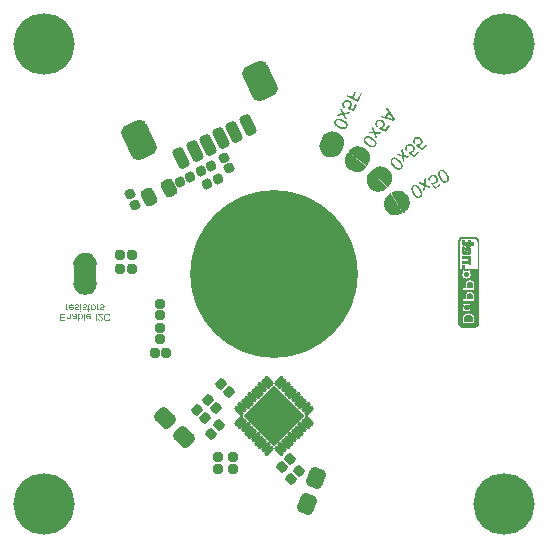
<source format=gbs>
G04*
G04 #@! TF.GenerationSoftware,Altium Limited,Altium Designer,20.1.11 (218)*
G04*
G04 Layer_Color=16711935*
%FSLAX25Y25*%
%MOIN*%
G70*
G04*
G04 #@! TF.SameCoordinates,A89DC92D-1D16-4819-8E46-697129492B70*
G04*
G04*
G04 #@! TF.FilePolarity,Negative*
G04*
G01*
G75*
%ADD61C,0.55918*%
%ADD62C,0.20485*%
%ADD94C,0.00100*%
G04:AMPARAMS|DCode=95|XSize=15.87mil|YSize=39.5mil|CornerRadius=0mil|HoleSize=0mil|Usage=FLASHONLY|Rotation=225.000|XOffset=0mil|YOffset=0mil|HoleType=Round|Shape=Round|*
%AMOVALD95*
21,1,0.02362,0.01587,0.00000,0.00000,315.0*
1,1,0.01587,-0.00835,0.00835*
1,1,0.01587,0.00835,-0.00835*
%
%ADD95OVALD95*%

G04:AMPARAMS|DCode=96|XSize=15.87mil|YSize=39.5mil|CornerRadius=0mil|HoleSize=0mil|Usage=FLASHONLY|Rotation=135.000|XOffset=0mil|YOffset=0mil|HoleType=Round|Shape=Round|*
%AMOVALD96*
21,1,0.02362,0.01587,0.00000,0.00000,225.0*
1,1,0.01587,0.00835,0.00835*
1,1,0.01587,-0.00835,-0.00835*
%
%ADD96OVALD96*%

%ADD97C,0.02769*%
G04:AMPARAMS|DCode=98|XSize=44mil|YSize=59mil|CornerRadius=13mil|HoleSize=0mil|Usage=FLASHONLY|Rotation=206.000|XOffset=0mil|YOffset=0mil|HoleType=Round|Shape=RoundedRectangle|*
%AMROUNDEDRECTD98*
21,1,0.04400,0.03300,0,0,206.0*
21,1,0.01800,0.05900,0,0,206.0*
1,1,0.02600,-0.01532,0.01089*
1,1,0.02600,0.00086,0.01878*
1,1,0.02600,0.01532,-0.01089*
1,1,0.02600,-0.00086,-0.01878*
%
%ADD98ROUNDEDRECTD98*%
%ADD99P,0.20507X4X270.0*%
G04:AMPARAMS|DCode=100|XSize=32.5mil|YSize=34mil|CornerRadius=10.13mil|HoleSize=0mil|Usage=FLASHONLY|Rotation=45.000|XOffset=0mil|YOffset=0mil|HoleType=Round|Shape=RoundedRectangle|*
%AMROUNDEDRECTD100*
21,1,0.03250,0.01375,0,0,45.0*
21,1,0.01225,0.03400,0,0,45.0*
1,1,0.02025,0.00919,-0.00053*
1,1,0.02025,0.00053,-0.00919*
1,1,0.02025,-0.00919,0.00053*
1,1,0.02025,-0.00053,0.00919*
%
%ADD100ROUNDEDRECTD100*%
G04:AMPARAMS|DCode=101|XSize=32.5mil|YSize=34mil|CornerRadius=10.13mil|HoleSize=0mil|Usage=FLASHONLY|Rotation=270.000|XOffset=0mil|YOffset=0mil|HoleType=Round|Shape=RoundedRectangle|*
%AMROUNDEDRECTD101*
21,1,0.03250,0.01375,0,0,270.0*
21,1,0.01225,0.03400,0,0,270.0*
1,1,0.02025,-0.00688,-0.00613*
1,1,0.02025,-0.00688,0.00613*
1,1,0.02025,0.00688,0.00613*
1,1,0.02025,0.00688,-0.00613*
%
%ADD101ROUNDEDRECTD101*%
G04:AMPARAMS|DCode=102|XSize=32.5mil|YSize=34mil|CornerRadius=10.13mil|HoleSize=0mil|Usage=FLASHONLY|Rotation=180.000|XOffset=0mil|YOffset=0mil|HoleType=Round|Shape=RoundedRectangle|*
%AMROUNDEDRECTD102*
21,1,0.03250,0.01375,0,0,180.0*
21,1,0.01225,0.03400,0,0,180.0*
1,1,0.02025,-0.00613,0.00688*
1,1,0.02025,0.00613,0.00688*
1,1,0.02025,0.00613,-0.00688*
1,1,0.02025,-0.00613,-0.00688*
%
%ADD102ROUNDEDRECTD102*%
G04:AMPARAMS|DCode=103|XSize=90.68mil|YSize=126.11mil|CornerRadius=24.67mil|HoleSize=0mil|Usage=FLASHONLY|Rotation=26.000|XOffset=0mil|YOffset=0mil|HoleType=Round|Shape=RoundedRectangle|*
%AMROUNDEDRECTD103*
21,1,0.09068,0.07677,0,0,26.0*
21,1,0.04134,0.12611,0,0,26.0*
1,1,0.04934,0.03541,-0.02544*
1,1,0.04934,-0.00175,-0.04356*
1,1,0.04934,-0.03541,0.02544*
1,1,0.04934,0.00175,0.04356*
%
%ADD103ROUNDEDRECTD103*%
G04:AMPARAMS|DCode=104|XSize=39.5mil|YSize=70.99mil|CornerRadius=11.87mil|HoleSize=0mil|Usage=FLASHONLY|Rotation=26.000|XOffset=0mil|YOffset=0mil|HoleType=Round|Shape=RoundedRectangle|*
%AMROUNDEDRECTD104*
21,1,0.03950,0.04724,0,0,26.0*
21,1,0.01575,0.07099,0,0,26.0*
1,1,0.02375,0.01743,-0.01778*
1,1,0.02375,0.00328,-0.02468*
1,1,0.02375,-0.01743,0.01778*
1,1,0.02375,-0.00328,0.02468*
%
%ADD104ROUNDEDRECTD104*%
G04:AMPARAMS|DCode=105|XSize=32.5mil|YSize=34mil|CornerRadius=10.13mil|HoleSize=0mil|Usage=FLASHONLY|Rotation=296.000|XOffset=0mil|YOffset=0mil|HoleType=Round|Shape=RoundedRectangle|*
%AMROUNDEDRECTD105*
21,1,0.03250,0.01375,0,0,296.0*
21,1,0.01225,0.03400,0,0,296.0*
1,1,0.02025,-0.00349,-0.00852*
1,1,0.02025,-0.00886,0.00249*
1,1,0.02025,0.00349,0.00852*
1,1,0.02025,0.00886,-0.00249*
%
%ADD105ROUNDEDRECTD105*%
G04:AMPARAMS|DCode=106|XSize=32.5mil|YSize=34mil|CornerRadius=10.13mil|HoleSize=0mil|Usage=FLASHONLY|Rotation=135.000|XOffset=0mil|YOffset=0mil|HoleType=Round|Shape=RoundedRectangle|*
%AMROUNDEDRECTD106*
21,1,0.03250,0.01375,0,0,135.0*
21,1,0.01225,0.03400,0,0,135.0*
1,1,0.02025,0.00053,0.00919*
1,1,0.02025,0.00919,0.00053*
1,1,0.02025,-0.00053,-0.00919*
1,1,0.02025,-0.00919,-0.00053*
%
%ADD106ROUNDEDRECTD106*%
G04:AMPARAMS|DCode=107|XSize=32.5mil|YSize=34mil|CornerRadius=10.13mil|HoleSize=0mil|Usage=FLASHONLY|Rotation=206.000|XOffset=0mil|YOffset=0mil|HoleType=Round|Shape=RoundedRectangle|*
%AMROUNDEDRECTD107*
21,1,0.03250,0.01375,0,0,206.0*
21,1,0.01225,0.03400,0,0,206.0*
1,1,0.02025,-0.00852,0.00349*
1,1,0.02025,0.00249,0.00886*
1,1,0.02025,0.00852,-0.00349*
1,1,0.02025,-0.00249,-0.00886*
%
%ADD107ROUNDEDRECTD107*%
G04:AMPARAMS|DCode=108|XSize=67.06mil|YSize=56.42mil|CornerRadius=16.11mil|HoleSize=0mil|Usage=FLASHONLY|Rotation=135.000|XOffset=0mil|YOffset=0mil|HoleType=Round|Shape=RoundedRectangle|*
%AMROUNDEDRECTD108*
21,1,0.06706,0.02421,0,0,135.0*
21,1,0.03484,0.05642,0,0,135.0*
1,1,0.03221,-0.00376,0.02088*
1,1,0.03221,0.02088,-0.00376*
1,1,0.03221,0.00376,-0.02088*
1,1,0.03221,-0.02088,0.00376*
%
%ADD108ROUNDEDRECTD108*%
G04:AMPARAMS|DCode=109|XSize=67.06mil|YSize=56.42mil|CornerRadius=16.11mil|HoleSize=0mil|Usage=FLASHONLY|Rotation=70.000|XOffset=0mil|YOffset=0mil|HoleType=Round|Shape=RoundedRectangle|*
%AMROUNDEDRECTD109*
21,1,0.06706,0.02421,0,0,70.0*
21,1,0.03484,0.05642,0,0,70.0*
1,1,0.03221,0.01734,0.01223*
1,1,0.03221,0.00542,-0.02051*
1,1,0.03221,-0.01734,-0.01223*
1,1,0.03221,-0.00542,0.02051*
%
%ADD109ROUNDEDRECTD109*%
%ADD110R,0.07800X0.05400*%
%ADD111O,0.04737X0.02769*%
G36*
X27380Y60618D02*
X26513Y58670D01*
X27796Y58099D01*
X28799Y60353D01*
X29290Y60134D01*
X28041Y57329D01*
X23894Y59176D01*
X24140Y59727D01*
X26022Y58889D01*
X26889Y60837D01*
X27380Y60618D01*
D02*
G37*
G36*
X24273Y57994D02*
X24462Y57982D01*
X24634Y57949D01*
X24705Y57932D01*
X24776Y57914D01*
X24833Y57896D01*
X24883Y57881D01*
X24928Y57868D01*
X24958Y57855D01*
X24976Y57847D01*
X24982Y57844D01*
X25087Y57790D01*
X25184Y57733D01*
X25278Y57669D01*
X25357Y57605D01*
X25427Y57538D01*
X25498Y57471D01*
X25554Y57403D01*
X25606Y57343D01*
X25650Y57281D01*
X25688Y57221D01*
X25717Y57172D01*
X25745Y57124D01*
X25765Y57086D01*
X25775Y57060D01*
X25781Y57043D01*
X25785Y57034D01*
X25819Y56933D01*
X25846Y56834D01*
X25860Y56735D01*
X25867Y56639D01*
X25874Y56542D01*
X25870Y56451D01*
X25848Y56288D01*
X25836Y56214D01*
X25821Y56149D01*
X25803Y56092D01*
X25788Y56042D01*
X25778Y56003D01*
X25719Y55871D01*
X25675Y55805D01*
X25581Y55674D01*
X25481Y55561D01*
X25379Y55463D01*
X25289Y55388D01*
X25246Y55357D01*
X25212Y55329D01*
X25181Y55307D01*
X25161Y55294D01*
X25149Y55285D01*
X25141Y55282D01*
X26360Y55004D01*
X27099Y56664D01*
X27585Y56448D01*
X26667Y54387D01*
X24355Y54935D01*
X24502Y55444D01*
X24587Y55457D01*
X24665Y55486D01*
X24740Y55510D01*
X24803Y55540D01*
X24855Y55574D01*
X24901Y55597D01*
X24923Y55616D01*
X24932Y55619D01*
X25003Y55681D01*
X25067Y55745D01*
X25117Y55809D01*
X25167Y55873D01*
X25200Y55930D01*
X25227Y55976D01*
X25278Y56090D01*
X25298Y56167D01*
X25324Y56306D01*
X25330Y56432D01*
X25331Y56547D01*
X25315Y56640D01*
X25297Y56713D01*
X25280Y56756D01*
X25280Y56771D01*
X25274Y56774D01*
X25209Y56903D01*
X25128Y57011D01*
X25033Y57103D01*
X24932Y57184D01*
X24844Y57245D01*
X24805Y57269D01*
X24769Y57285D01*
X24742Y57305D01*
X24718Y57315D01*
X24706Y57321D01*
X24700Y57323D01*
X24616Y57361D01*
X24533Y57384D01*
X24370Y57420D01*
X24225Y57434D01*
X24104Y57438D01*
X23999Y57427D01*
X23915Y57415D01*
X23889Y57405D01*
X23865Y57401D01*
X23857Y57397D01*
X23848Y57394D01*
X23779Y57367D01*
X23715Y57338D01*
X23595Y57262D01*
X23502Y57182D01*
X23427Y57093D01*
X23366Y57020D01*
X23327Y56951D01*
X23311Y56929D01*
X23295Y56893D01*
X23250Y56777D01*
X23229Y56664D01*
X23219Y56561D01*
X23223Y56473D01*
X23229Y56391D01*
X23238Y56330D01*
X23251Y56295D01*
X23252Y56281D01*
X23304Y56171D01*
X23367Y56071D01*
X23447Y55978D01*
X23521Y55902D01*
X23600Y55838D01*
X23658Y55791D01*
X23686Y55771D01*
X23701Y55757D01*
X23713Y55752D01*
X23719Y55749D01*
X23440Y55235D01*
X23349Y55289D01*
X23267Y55348D01*
X23123Y55476D01*
X23009Y55606D01*
X22959Y55671D01*
X22921Y55731D01*
X22881Y55785D01*
X22849Y55843D01*
X22826Y55889D01*
X22809Y55932D01*
X22796Y55967D01*
X22777Y55989D01*
X22777Y56004D01*
X22773Y56012D01*
X22751Y56108D01*
X22736Y56202D01*
X22728Y56298D01*
X22727Y56392D01*
X22740Y56566D01*
X22771Y56732D01*
X22782Y56806D01*
X22805Y56874D01*
X22823Y56931D01*
X22839Y56982D01*
X22851Y57026D01*
X22875Y57080D01*
X22937Y57203D01*
X23009Y57315D01*
X23083Y57418D01*
X23159Y57507D01*
X23243Y57584D01*
X23325Y57655D01*
X23405Y57721D01*
X23485Y57771D01*
X23562Y57816D01*
X23630Y57857D01*
X23700Y57884D01*
X23754Y57910D01*
X23798Y57926D01*
X23832Y57939D01*
X23856Y57943D01*
X23864Y57947D01*
X23969Y57972D01*
X24074Y57983D01*
X24173Y57996D01*
X24273Y57994D01*
D02*
G37*
G36*
X40252Y51491D02*
X39867Y50960D01*
X35176Y52227D01*
X35550Y52742D01*
X36954Y52330D01*
X38072Y53869D01*
X37270Y55109D01*
X37671Y55661D01*
X40252Y51491D01*
D02*
G37*
G36*
X35412Y51447D02*
X35512Y51440D01*
X35610Y51418D01*
X35792Y51367D01*
X35953Y51298D01*
X36019Y51266D01*
X36085Y51235D01*
X36136Y51205D01*
X36183Y51180D01*
X36224Y51158D01*
X36250Y51139D01*
X36266Y51127D01*
X36272Y51123D01*
X36363Y51049D01*
X36446Y50972D01*
X36524Y50891D01*
X36589Y50812D01*
X36644Y50731D01*
X36699Y50651D01*
X36739Y50573D01*
X36778Y50504D01*
X36808Y50433D01*
X36833Y50367D01*
X36851Y50313D01*
X36869Y50260D01*
X36880Y50219D01*
X36884Y50192D01*
X36887Y50173D01*
X36888Y50164D01*
X36900Y50058D01*
X36907Y49956D01*
X36900Y49856D01*
X36887Y49760D01*
X36874Y49664D01*
X36850Y49576D01*
X36795Y49422D01*
X36768Y49352D01*
X36740Y49291D01*
X36711Y49239D01*
X36685Y49193D01*
X36667Y49157D01*
X36583Y49040D01*
X36526Y48984D01*
X36407Y48876D01*
X36285Y48787D01*
X36165Y48711D01*
X36061Y48657D01*
X36013Y48636D01*
X35974Y48615D01*
X35939Y48600D01*
X35916Y48592D01*
X35903Y48585D01*
X35894Y48584D01*
X37029Y48059D01*
X38097Y49529D01*
X38527Y49217D01*
X37201Y47391D01*
X35053Y48408D01*
X35303Y48875D01*
X35389Y48870D01*
X35471Y48883D01*
X35550Y48891D01*
X35618Y48906D01*
X35675Y48930D01*
X35725Y48942D01*
X35751Y48956D01*
X35760Y48957D01*
X35842Y49003D01*
X35919Y49053D01*
X35981Y49105D01*
X36043Y49157D01*
X36087Y49206D01*
X36123Y49245D01*
X36196Y49345D01*
X36232Y49417D01*
X36286Y49548D01*
X36319Y49670D01*
X36343Y49782D01*
X36347Y49877D01*
X36345Y49951D01*
X36337Y49997D01*
X36340Y50012D01*
X36334Y50015D01*
X36298Y50155D01*
X36241Y50278D01*
X36167Y50388D01*
X36086Y50488D01*
X36012Y50566D01*
X35979Y50598D01*
X35947Y50621D01*
X35925Y50646D01*
X35903Y50661D01*
X35893Y50669D01*
X35887Y50673D01*
X35813Y50727D01*
X35736Y50766D01*
X35585Y50836D01*
X35446Y50880D01*
X35329Y50908D01*
X35224Y50920D01*
X35138Y50925D01*
X35111Y50921D01*
X35087Y50922D01*
X35078Y50920D01*
X35069Y50919D01*
X34995Y50907D01*
X34927Y50892D01*
X34795Y50842D01*
X34686Y50783D01*
X34594Y50712D01*
X34519Y50653D01*
X34468Y50593D01*
X34447Y50576D01*
X34424Y50544D01*
X34356Y50440D01*
X34311Y50334D01*
X34280Y50235D01*
X34266Y50148D01*
X34255Y50067D01*
X34251Y50005D01*
X34257Y49968D01*
X34254Y49954D01*
X34282Y49836D01*
X34323Y49725D01*
X34383Y49617D01*
X34439Y49527D01*
X34503Y49448D01*
X34550Y49390D01*
X34573Y49365D01*
X34585Y49349D01*
X34596Y49341D01*
X34601Y49337D01*
X34220Y48892D01*
X34143Y48964D01*
X34075Y49038D01*
X33961Y49194D01*
X33876Y49344D01*
X33841Y49419D01*
X33816Y49485D01*
X33788Y49546D01*
X33769Y49609D01*
X33756Y49659D01*
X33749Y49705D01*
X33743Y49741D01*
X33730Y49767D01*
X33732Y49782D01*
X33731Y49791D01*
X33729Y49889D01*
X33733Y49984D01*
X33746Y50080D01*
X33764Y50172D01*
X33813Y50339D01*
X33877Y50495D01*
X33904Y50565D01*
X33941Y50627D01*
X33970Y50679D01*
X33996Y50725D01*
X34018Y50766D01*
X34052Y50814D01*
X34139Y50922D01*
X34231Y51016D01*
X34326Y51102D01*
X34418Y51173D01*
X34517Y51231D01*
X34612Y51283D01*
X34703Y51330D01*
X34792Y51363D01*
X34877Y51391D01*
X34952Y51417D01*
X35026Y51429D01*
X35085Y51442D01*
X35130Y51450D01*
X35167Y51456D01*
X35191Y51455D01*
X35200Y51456D01*
X35307Y51459D01*
X35412Y51447D01*
D02*
G37*
G36*
X23297Y53640D02*
X25203Y54019D01*
X24928Y53401D01*
X23989Y53210D01*
X23840Y53182D01*
X23770Y53170D01*
X23700Y53158D01*
X23645Y53147D01*
X23598Y53139D01*
X23566Y53132D01*
X23558Y53129D01*
X23598Y53075D01*
X23636Y53015D01*
X23674Y52955D01*
X23715Y52901D01*
X23743Y52852D01*
X23774Y52809D01*
X23790Y52781D01*
X23794Y52772D01*
X24296Y51981D01*
X24018Y51358D01*
X23019Y53016D01*
X20973Y52613D01*
X21248Y53231D01*
X22758Y53527D01*
X22601Y53770D01*
X21949Y54807D01*
X22227Y55430D01*
X23297Y53640D01*
D02*
G37*
G36*
X21542Y51764D02*
X21578Y51762D01*
X21607Y51764D01*
X21622Y51764D01*
X21628Y51762D01*
X21731Y51752D01*
X21831Y51736D01*
X22039Y51686D01*
X22250Y51628D01*
X22450Y51561D01*
X22537Y51529D01*
X22617Y51501D01*
X22689Y51469D01*
X22758Y51445D01*
X22806Y51424D01*
X22848Y51405D01*
X22872Y51395D01*
X22878Y51392D01*
X22991Y51341D01*
X23097Y51287D01*
X23192Y51244D01*
X23286Y51196D01*
X23364Y51147D01*
X23446Y51103D01*
X23515Y51065D01*
X23575Y51024D01*
X23633Y50991D01*
X23681Y50955D01*
X23720Y50931D01*
X23754Y50908D01*
X23781Y50889D01*
X23796Y50875D01*
X23806Y50864D01*
X23812Y50861D01*
X23928Y50766D01*
X24029Y50671D01*
X24109Y50578D01*
X24183Y50502D01*
X24242Y50425D01*
X24286Y50377D01*
X24305Y50340D01*
X24314Y50329D01*
X24375Y50223D01*
X24423Y50122D01*
X24457Y50021D01*
X24488Y49928D01*
X24503Y49850D01*
X24512Y49788D01*
X24516Y49750D01*
X24520Y49742D01*
X24517Y49736D01*
X24522Y49619D01*
X24507Y49503D01*
X24488Y49397D01*
X24466Y49299D01*
X24443Y49215D01*
X24420Y49147D01*
X24396Y49093D01*
X24312Y48937D01*
X24221Y48797D01*
X24123Y48690D01*
X24033Y48601D01*
X23945Y48533D01*
X23911Y48504D01*
X23874Y48485D01*
X23852Y48467D01*
X23832Y48454D01*
X23817Y48453D01*
X23814Y48447D01*
X23670Y48382D01*
X23516Y48343D01*
X23368Y48316D01*
X23233Y48304D01*
X23110Y48301D01*
X23057Y48296D01*
X23010Y48303D01*
X22975Y48304D01*
X22945Y48303D01*
X22931Y48302D01*
X22925Y48305D01*
X22824Y48321D01*
X22724Y48337D01*
X22510Y48389D01*
X22299Y48447D01*
X22105Y48512D01*
X22013Y48546D01*
X21932Y48574D01*
X21860Y48606D01*
X21791Y48630D01*
X21744Y48651D01*
X21701Y48670D01*
X21678Y48680D01*
X21672Y48683D01*
X21464Y48783D01*
X21272Y48883D01*
X21100Y48981D01*
X20946Y49085D01*
X20803Y49185D01*
X20682Y49282D01*
X20572Y49374D01*
X20480Y49458D01*
X20400Y49537D01*
X20335Y49616D01*
X20276Y49678D01*
X20236Y49732D01*
X20201Y49783D01*
X20179Y49814D01*
X20166Y49834D01*
X20163Y49843D01*
X20120Y49941D01*
X20087Y50042D01*
X20061Y50147D01*
X20048Y50246D01*
X20041Y50343D01*
X20040Y50437D01*
X20050Y50525D01*
X20058Y50608D01*
X20072Y50688D01*
X20090Y50759D01*
X20104Y50824D01*
X20120Y50875D01*
X20132Y50920D01*
X20159Y50979D01*
X20243Y51136D01*
X20334Y51275D01*
X20432Y51382D01*
X20522Y51471D01*
X20604Y51543D01*
X20641Y51562D01*
X20672Y51584D01*
X20695Y51603D01*
X20715Y51615D01*
X20730Y51616D01*
X20732Y51622D01*
X20882Y51684D01*
X21030Y51726D01*
X21185Y51751D01*
X21319Y51763D01*
X21442Y51765D01*
X21495Y51771D01*
X21542Y51764D01*
D02*
G37*
G36*
X19842Y47453D02*
X19855Y47451D01*
X19868Y47451D01*
X19881Y47449D01*
X19894Y47448D01*
X19907Y47445D01*
X19920Y47443D01*
X20592Y47291D01*
X20605Y47287D01*
X20618Y47284D01*
X20630Y47280D01*
X20642Y47276D01*
X20654Y47271D01*
X20667Y47266D01*
X20982Y47126D01*
X20982Y47126D01*
X21297Y46986D01*
X21308Y46979D01*
X21320Y46974D01*
X21331Y46967D01*
X21343Y46961D01*
X21354Y46953D01*
X21365Y46947D01*
X21928Y46549D01*
X21938Y46540D01*
X21949Y46533D01*
X21959Y46524D01*
X21969Y46516D01*
X21978Y46506D01*
X21987Y46497D01*
X22462Y45997D01*
X22470Y45987D01*
X22479Y45978D01*
X22487Y45967D01*
X22496Y45957D01*
X22502Y45946D01*
X22510Y45935D01*
X22878Y45352D01*
X22884Y45340D01*
X22891Y45329D01*
X22897Y45318D01*
X22903Y45306D01*
X22908Y45294D01*
X22913Y45282D01*
X23160Y44638D01*
X23164Y44626D01*
X23169Y44614D01*
X23172Y44601D01*
X23176Y44588D01*
X23178Y44575D01*
X23181Y44563D01*
X23298Y43883D01*
X23299Y43870D01*
X23302Y43857D01*
X23302Y43844D01*
X23303Y43831D01*
X23303Y43818D01*
X23304Y43805D01*
X23286Y43115D01*
X23284Y43102D01*
X23284Y43089D01*
X23282Y43076D01*
X23281Y43063D01*
X23278Y43051D01*
X23276Y43037D01*
X23124Y42365D01*
X23120Y42352D01*
X23117Y42340D01*
X23112Y42327D01*
X23109Y42315D01*
X23103Y42303D01*
X23099Y42290D01*
X22959Y41976D01*
X22949Y41957D01*
X22940Y41938D01*
X22937Y41934D01*
X22934Y41929D01*
X22922Y41912D01*
X22910Y41895D01*
X22907Y41891D01*
X22904Y41886D01*
X22890Y41871D01*
X22876Y41855D01*
X22872Y41852D01*
X22869Y41848D01*
X22852Y41834D01*
X22837Y41820D01*
X22832Y41818D01*
X22828Y41814D01*
X22810Y41803D01*
X22793Y41791D01*
X22788Y41789D01*
X22784Y41786D01*
X22765Y41778D01*
X22746Y41768D01*
X22741Y41767D01*
X22736Y41764D01*
X22716Y41758D01*
X22696Y41751D01*
X22691Y41750D01*
X22686Y41749D01*
X22666Y41745D01*
X22645Y41741D01*
X22640Y41741D01*
X22634Y41740D01*
X22614Y41739D01*
X22592Y41738D01*
X22587Y41738D01*
X22582Y41738D01*
D01*
X22582D01*
X22561Y41740D01*
X22540Y41741D01*
X22535Y41742D01*
X22530Y41743D01*
X22509Y41747D01*
X22489Y41751D01*
X22484Y41753D01*
X22479Y41754D01*
X22459Y41761D01*
X22439Y41768D01*
X22434Y41770D01*
X22430Y41772D01*
X16035Y44620D01*
X16035Y44620D01*
X16035Y44620D01*
X16035D01*
X15988Y44644D01*
X15963Y44662D01*
X15945Y44674D01*
X15907Y44710D01*
X15907Y44710D01*
X15907Y44710D01*
X15873Y44750D01*
X15853Y44783D01*
X15845Y44794D01*
X15845Y44794D01*
D01*
X15823Y44842D01*
X15819Y44857D01*
X15808Y44892D01*
X15799Y44944D01*
X15797Y44996D01*
X15802Y45048D01*
X15813Y45099D01*
X15832Y45149D01*
X15972Y45464D01*
X15978Y45475D01*
X15983Y45487D01*
X15990Y45498D01*
X15996Y45510D01*
X16004Y45521D01*
X16011Y45532D01*
X16408Y46095D01*
X16417Y46105D01*
X16424Y46116D01*
X16433Y46126D01*
X16441Y46136D01*
X16451Y46145D01*
X16460Y46154D01*
X16960Y46629D01*
X16970Y46637D01*
X16980Y46646D01*
X16990Y46654D01*
X17000Y46663D01*
X17011Y46670D01*
X17022Y46677D01*
X17605Y47045D01*
X17617Y47052D01*
X17628Y47058D01*
X17639Y47064D01*
X17651Y47070D01*
X17663Y47075D01*
X17675Y47080D01*
X18319Y47328D01*
X18331Y47331D01*
X18344Y47336D01*
X18357Y47339D01*
X18369Y47343D01*
X18382Y47345D01*
X18395Y47348D01*
X19074Y47465D01*
X19087Y47466D01*
X19100Y47469D01*
X19113Y47469D01*
X19126Y47471D01*
X19139Y47470D01*
X19153Y47471D01*
X19842Y47453D01*
D02*
G37*
G36*
X33749Y47361D02*
X35693Y47335D01*
X35296Y46789D01*
X34336Y46797D01*
X34185Y46801D01*
X34114Y46804D01*
X34043Y46807D01*
X33987Y46807D01*
X33940Y46809D01*
X33907Y46808D01*
X33898Y46807D01*
X33926Y46746D01*
X33951Y46679D01*
X33976Y46613D01*
X34004Y46551D01*
X34022Y46498D01*
X34044Y46450D01*
X34053Y46418D01*
X34055Y46409D01*
X34382Y45531D01*
X33981Y44979D01*
X33348Y46809D01*
X31262Y46841D01*
X31660Y47387D01*
X33199Y47363D01*
X33095Y47633D01*
X32674Y48783D01*
X33075Y49335D01*
X33749Y47361D01*
D02*
G37*
G36*
X31291Y45953D02*
X31424Y45936D01*
X31546Y45913D01*
X31598Y45907D01*
X31643Y45891D01*
X31677Y45882D01*
X31706Y45878D01*
X31721Y45875D01*
X31726Y45871D01*
X31825Y45840D01*
X31920Y45803D01*
X32113Y45712D01*
X32307Y45611D01*
X32489Y45504D01*
X32567Y45455D01*
X32640Y45410D01*
X32703Y45364D01*
X32766Y45327D01*
X32808Y45296D01*
X32845Y45269D01*
X32866Y45254D01*
X32872Y45250D01*
X32973Y45176D01*
X33064Y45102D01*
X33149Y45040D01*
X33230Y44973D01*
X33297Y44908D01*
X33367Y44849D01*
X33427Y44798D01*
X33478Y44745D01*
X33527Y44701D01*
X33567Y44655D01*
X33600Y44623D01*
X33628Y44595D01*
X33651Y44570D01*
X33663Y44553D01*
X33670Y44540D01*
X33675Y44536D01*
X33769Y44420D01*
X33848Y44305D01*
X33907Y44197D01*
X33964Y44108D01*
X34006Y44020D01*
X34038Y43964D01*
X34049Y43924D01*
X34056Y43911D01*
X34093Y43795D01*
X34120Y43686D01*
X34132Y43580D01*
X34143Y43483D01*
X34141Y43403D01*
X34137Y43341D01*
X34133Y43303D01*
X34135Y43294D01*
X34131Y43289D01*
X34112Y43173D01*
X34073Y43064D01*
X34032Y42963D01*
X33990Y42872D01*
X33951Y42795D01*
X33914Y42733D01*
X33879Y42685D01*
X33764Y42550D01*
X33647Y42432D01*
X33529Y42348D01*
X33422Y42279D01*
X33322Y42231D01*
X33283Y42210D01*
X33242Y42199D01*
X33216Y42186D01*
X33194Y42178D01*
X33180Y42180D01*
X33176Y42175D01*
X33021Y42141D01*
X32863Y42134D01*
X32712Y42139D01*
X32578Y42155D01*
X32456Y42178D01*
X32404Y42184D01*
X32359Y42200D01*
X32325Y42209D01*
X32296Y42214D01*
X32281Y42216D01*
X32276Y42220D01*
X32181Y42257D01*
X32086Y42293D01*
X31888Y42389D01*
X31693Y42489D01*
X31517Y42593D01*
X31434Y42645D01*
X31361Y42690D01*
X31297Y42737D01*
X31235Y42774D01*
X31193Y42805D01*
X31155Y42832D01*
X31134Y42847D01*
X31129Y42851D01*
X30947Y42991D01*
X30780Y43129D01*
X30632Y43261D01*
X30503Y43395D01*
X30384Y43522D01*
X30285Y43642D01*
X30197Y43755D01*
X30124Y43856D01*
X30062Y43950D01*
X30015Y44041D01*
X29971Y44114D01*
X29942Y44175D01*
X29919Y44232D01*
X29904Y44268D01*
X29896Y44290D01*
X29895Y44299D01*
X29873Y44404D01*
X29861Y44510D01*
X29858Y44617D01*
X29866Y44717D01*
X29879Y44813D01*
X29897Y44905D01*
X29926Y44990D01*
X29951Y45069D01*
X29981Y45144D01*
X30013Y45210D01*
X30041Y45271D01*
X30067Y45317D01*
X30088Y45358D01*
X30127Y45411D01*
X30242Y45547D01*
X30359Y45664D01*
X30477Y45749D01*
X30584Y45817D01*
X30679Y45870D01*
X30720Y45881D01*
X30755Y45896D01*
X30781Y45909D01*
X30803Y45918D01*
X30817Y45915D01*
X30821Y45921D01*
X30981Y45950D01*
X31134Y45961D01*
X31291Y45953D01*
D02*
G37*
G36*
X47934Y45707D02*
X47994Y45708D01*
X48041Y45706D01*
X48078Y45704D01*
X48101Y45698D01*
X48110Y45697D01*
X48216Y45678D01*
X48316Y45645D01*
X48412Y45616D01*
X48503Y45575D01*
X48670Y45487D01*
X48814Y45386D01*
X48872Y45342D01*
X48930Y45297D01*
X48974Y45257D01*
X49014Y45223D01*
X49050Y45193D01*
X49072Y45169D01*
X49085Y45154D01*
X49089Y45149D01*
X49163Y45057D01*
X49228Y44965D01*
X49288Y44869D01*
X49334Y44778D01*
X49372Y44688D01*
X49409Y44598D01*
X49432Y44513D01*
X49456Y44438D01*
X49471Y44363D01*
X49481Y44292D01*
X49487Y44236D01*
X49494Y44180D01*
X49496Y44138D01*
X49495Y44111D01*
X49494Y44092D01*
X49493Y44083D01*
X49483Y43976D01*
X49468Y43875D01*
X49440Y43779D01*
X49407Y43688D01*
X49375Y43597D01*
X49333Y43515D01*
X49247Y43376D01*
X49207Y43313D01*
X49167Y43259D01*
X49127Y43215D01*
X49093Y43175D01*
X49068Y43143D01*
X48960Y43047D01*
X48893Y43004D01*
X48754Y42923D01*
X48616Y42861D01*
X48484Y42812D01*
X48371Y42781D01*
X48319Y42769D01*
X48276Y42758D01*
X48239Y42750D01*
X48215Y42747D01*
X48201Y42743D01*
X48192Y42744D01*
X49193Y41994D01*
X50544Y43210D01*
X50899Y42815D01*
X49222Y41305D01*
X47333Y42747D01*
X47675Y43152D01*
X47757Y43129D01*
X47840Y43124D01*
X47919Y43115D01*
X47989Y43117D01*
X48050Y43127D01*
X48101Y43129D01*
X48129Y43137D01*
X48138Y43137D01*
X48228Y43164D01*
X48313Y43197D01*
X48385Y43235D01*
X48457Y43273D01*
X48510Y43312D01*
X48553Y43342D01*
X48646Y43426D01*
X48696Y43488D01*
X48776Y43605D01*
X48833Y43718D01*
X48880Y43822D01*
X48904Y43914D01*
X48917Y43988D01*
X48919Y44034D01*
X48925Y44047D01*
X48920Y44052D01*
X48914Y44197D01*
X48884Y44328D01*
X48834Y44452D01*
X48775Y44566D01*
X48720Y44657D01*
X48694Y44696D01*
X48667Y44725D01*
X48650Y44754D01*
X48633Y44774D01*
X48624Y44783D01*
X48620Y44788D01*
X48558Y44856D01*
X48491Y44911D01*
X48357Y45011D01*
X48231Y45083D01*
X48122Y45135D01*
X48022Y45168D01*
X47939Y45191D01*
X47912Y45192D01*
X47889Y45198D01*
X47879Y45199D01*
X47870Y45199D01*
X47796Y45203D01*
X47726Y45202D01*
X47586Y45181D01*
X47468Y45146D01*
X47363Y45096D01*
X47277Y45054D01*
X47214Y45006D01*
X47190Y44993D01*
X47161Y44967D01*
X47073Y44879D01*
X47008Y44784D01*
X46957Y44694D01*
X46924Y44612D01*
X46897Y44535D01*
X46880Y44475D01*
X46878Y44438D01*
X46873Y44425D01*
X46876Y44304D01*
X46893Y44186D01*
X46928Y44069D01*
X46965Y43969D01*
X47011Y43878D01*
X47045Y43812D01*
X47062Y43783D01*
X47070Y43764D01*
X47079Y43754D01*
X47084Y43749D01*
X46619Y43393D01*
X46558Y43479D01*
X46507Y43566D01*
X46428Y43742D01*
X46376Y43907D01*
X46357Y43987D01*
X46347Y44057D01*
X46332Y44123D01*
X46326Y44188D01*
X46324Y44240D01*
X46327Y44286D01*
X46329Y44323D01*
X46321Y44351D01*
X46326Y44365D01*
X46327Y44374D01*
X46346Y44471D01*
X46369Y44562D01*
X46402Y44653D01*
X46439Y44740D01*
X46521Y44894D01*
X46617Y45032D01*
X46657Y45095D01*
X46706Y45149D01*
X46746Y45193D01*
X46780Y45233D01*
X46810Y45268D01*
X46854Y45308D01*
X46961Y45395D01*
X47071Y45469D01*
X47182Y45532D01*
X47286Y45583D01*
X47395Y45619D01*
X47499Y45650D01*
X47598Y45678D01*
X47692Y45691D01*
X47780Y45701D01*
X47860Y45711D01*
X47934Y45707D01*
D02*
G37*
G36*
X45311Y43345D02*
X45372Y43347D01*
X45418Y43344D01*
X45455Y43342D01*
X45478Y43336D01*
X45487Y43336D01*
X45593Y43316D01*
X45693Y43283D01*
X45790Y43255D01*
X45880Y43213D01*
X46047Y43125D01*
X46191Y43025D01*
X46249Y42980D01*
X46307Y42935D01*
X46351Y42896D01*
X46391Y42861D01*
X46427Y42831D01*
X46449Y42807D01*
X46462Y42792D01*
X46466Y42788D01*
X46540Y42695D01*
X46605Y42604D01*
X46665Y42508D01*
X46712Y42417D01*
X46749Y42327D01*
X46786Y42237D01*
X46809Y42152D01*
X46833Y42076D01*
X46848Y42001D01*
X46858Y41931D01*
X46865Y41875D01*
X46871Y41819D01*
X46873Y41777D01*
X46872Y41749D01*
X46871Y41730D01*
X46870Y41721D01*
X46860Y41615D01*
X46846Y41513D01*
X46817Y41417D01*
X46785Y41326D01*
X46752Y41235D01*
X46711Y41154D01*
X46624Y41014D01*
X46584Y40951D01*
X46544Y40898D01*
X46504Y40853D01*
X46470Y40813D01*
X46445Y40782D01*
X46338Y40685D01*
X46270Y40642D01*
X46131Y40562D01*
X45994Y40499D01*
X45861Y40450D01*
X45748Y40419D01*
X45696Y40408D01*
X45654Y40396D01*
X45616Y40389D01*
X45593Y40385D01*
X45579Y40382D01*
X45569Y40382D01*
X46571Y39633D01*
X47921Y40849D01*
X48276Y40454D01*
X46599Y38944D01*
X44710Y40385D01*
X45052Y40790D01*
X45134Y40767D01*
X45218Y40763D01*
X45296Y40754D01*
X45366Y40755D01*
X45427Y40766D01*
X45478Y40768D01*
X45506Y40775D01*
X45516Y40775D01*
X45605Y40803D01*
X45691Y40835D01*
X45762Y40874D01*
X45834Y40911D01*
X45887Y40951D01*
X45930Y40981D01*
X46023Y41064D01*
X46073Y41127D01*
X46153Y41243D01*
X46210Y41356D01*
X46257Y41461D01*
X46281Y41552D01*
X46294Y41626D01*
X46297Y41672D01*
X46302Y41686D01*
X46297Y41691D01*
X46291Y41835D01*
X46261Y41967D01*
X46211Y42090D01*
X46152Y42205D01*
X46097Y42296D01*
X46071Y42334D01*
X46045Y42364D01*
X46028Y42392D01*
X46010Y42412D01*
X46001Y42422D01*
X45997Y42427D01*
X45935Y42495D01*
X45869Y42549D01*
X45735Y42649D01*
X45608Y42721D01*
X45500Y42773D01*
X45399Y42806D01*
X45317Y42829D01*
X45289Y42831D01*
X45266Y42836D01*
X45257Y42837D01*
X45247Y42837D01*
X45173Y42841D01*
X45104Y42840D01*
X44963Y42820D01*
X44845Y42784D01*
X44740Y42734D01*
X44655Y42692D01*
X44592Y42644D01*
X44568Y42632D01*
X44539Y42605D01*
X44450Y42517D01*
X44385Y42423D01*
X44334Y42333D01*
X44302Y42251D01*
X44274Y42173D01*
X44257Y42114D01*
X44255Y42077D01*
X44250Y42063D01*
X44253Y41942D01*
X44270Y41825D01*
X44306Y41707D01*
X44342Y41607D01*
X44388Y41517D01*
X44422Y41450D01*
X44439Y41421D01*
X44448Y41402D01*
X44456Y41392D01*
X44461Y41388D01*
X43996Y41031D01*
X43936Y41118D01*
X43884Y41204D01*
X43805Y41380D01*
X43754Y41545D01*
X43735Y41625D01*
X43724Y41696D01*
X43709Y41761D01*
X43703Y41827D01*
X43701Y41878D01*
X43704Y41924D01*
X43706Y41961D01*
X43698Y41990D01*
X43703Y42003D01*
X43704Y42013D01*
X43723Y42109D01*
X43746Y42201D01*
X43779Y42292D01*
X43816Y42378D01*
X43898Y42532D01*
X43994Y42671D01*
X44034Y42734D01*
X44083Y42787D01*
X44123Y42831D01*
X44158Y42871D01*
X44187Y42907D01*
X44231Y42946D01*
X44338Y43034D01*
X44449Y43107D01*
X44559Y43171D01*
X44664Y43221D01*
X44772Y43257D01*
X44876Y43289D01*
X44975Y43316D01*
X45069Y43330D01*
X45158Y43339D01*
X45237Y43349D01*
X45311Y43345D01*
D02*
G37*
G36*
X24700Y40322D02*
X24721Y40321D01*
X24726Y40320D01*
X24731Y40320D01*
X24751Y40315D01*
X24772Y40312D01*
X24778Y40310D01*
X24783Y40309D01*
X24802Y40303D01*
X24823Y40296D01*
X24827Y40294D01*
X24832Y40293D01*
X24851Y40283D01*
X24870Y40274D01*
X24875Y40272D01*
X24879Y40269D01*
X24897Y40258D01*
X24915Y40246D01*
X30578Y36132D01*
X30602Y36112D01*
X30618Y36099D01*
X30618Y36098D01*
X30618Y36098D01*
X30623Y36093D01*
X30654Y36060D01*
X30684Y36017D01*
Y36017D01*
X30684Y36017D01*
X30694Y35998D01*
X30708Y35971D01*
X30726Y35921D01*
Y35921D01*
X30726Y35921D01*
X30730Y35905D01*
X30738Y35870D01*
X30743Y35818D01*
Y35818D01*
Y35818D01*
X30741Y35766D01*
X30732Y35714D01*
X30725Y35694D01*
X30716Y35664D01*
X30694Y35616D01*
X30666Y35572D01*
X30666Y35572D01*
X30666Y35572D01*
X30666Y35572D01*
X30464Y35293D01*
X30455Y35283D01*
X30448Y35272D01*
X30439Y35263D01*
X30430Y35253D01*
X30421Y35244D01*
X30411Y35234D01*
X29905Y34766D01*
X29895Y34758D01*
X29885Y34749D01*
X29875Y34742D01*
X29864Y34733D01*
X29853Y34727D01*
X29843Y34719D01*
X29255Y34359D01*
X29243Y34353D01*
X29232Y34346D01*
X29220Y34340D01*
X29208Y34334D01*
X29196Y34330D01*
X29184Y34324D01*
X28537Y34086D01*
X28525Y34082D01*
X28512Y34078D01*
X28499Y34075D01*
X28487Y34071D01*
X28474Y34069D01*
X28461Y34066D01*
X27780Y33958D01*
X27767Y33957D01*
X27754Y33955D01*
X27741Y33955D01*
X27728Y33953D01*
X27715Y33954D01*
X27702Y33953D01*
X27013Y33981D01*
X27000Y33982D01*
X26987Y33982D01*
X26974Y33985D01*
X26961Y33986D01*
X26948Y33989D01*
X26935Y33991D01*
X26265Y34152D01*
X26252Y34156D01*
X26239Y34159D01*
X26227Y34164D01*
X26215Y34168D01*
X26203Y34173D01*
X26190Y34178D01*
X25564Y34467D01*
X25553Y34473D01*
X25541Y34478D01*
X25530Y34485D01*
X25518Y34492D01*
X25508Y34499D01*
X25496Y34506D01*
X25218Y34709D01*
X25218Y34709D01*
X24939Y34912D01*
X24929Y34920D01*
X24918Y34928D01*
X24908Y34937D01*
X24898Y34945D01*
X24890Y34955D01*
X24880Y34964D01*
X24412Y35470D01*
X24404Y35480D01*
X24395Y35490D01*
X24387Y35501D01*
X24379Y35511D01*
X24372Y35522D01*
X24364Y35533D01*
X24004Y36121D01*
X23998Y36132D01*
X23991Y36143D01*
X23986Y36156D01*
X23980Y36167D01*
X23975Y36179D01*
X23970Y36191D01*
X23731Y36838D01*
X23728Y36851D01*
X23723Y36863D01*
X23720Y36876D01*
X23717Y36888D01*
X23714Y36901D01*
X23711Y36914D01*
X23604Y37595D01*
X23603Y37608D01*
X23600Y37621D01*
X23600Y37634D01*
X23599Y37647D01*
X23599Y37660D01*
X23599Y37674D01*
X23626Y38363D01*
X23628Y38376D01*
X23628Y38389D01*
X23630Y38402D01*
X23632Y38415D01*
X23635Y38427D01*
X23637Y38440D01*
X23798Y39111D01*
X23802Y39123D01*
X23805Y39136D01*
X23810Y39148D01*
X23813Y39161D01*
X23819Y39173D01*
X23824Y39185D01*
X24112Y39811D01*
X24118Y39823D01*
X24124Y39834D01*
X24131Y39846D01*
X24137Y39857D01*
X24145Y39868D01*
X24152Y39879D01*
X24355Y40158D01*
X24358Y40162D01*
X24361Y40166D01*
X24375Y40182D01*
X24388Y40198D01*
X24392Y40202D01*
X24395Y40206D01*
X24395Y40206D01*
X24411Y40219D01*
X24427Y40234D01*
X24431Y40237D01*
X24435Y40240D01*
X24452Y40252D01*
X24469Y40264D01*
X24474Y40266D01*
X24478Y40269D01*
X24497Y40279D01*
X24516Y40288D01*
X24521Y40290D01*
X24525Y40293D01*
X24545Y40299D01*
X24565Y40306D01*
X24570Y40308D01*
X24575Y40309D01*
X24596Y40313D01*
X24616Y40318D01*
X24621Y40319D01*
X24627Y40320D01*
X24648Y40321D01*
X24668Y40323D01*
X24674Y40323D01*
X24679Y40323D01*
X24700Y40322D01*
D02*
G37*
G36*
X43217Y39632D02*
X45113Y39203D01*
X44611Y38751D01*
X43674Y38958D01*
X43527Y38993D01*
X43458Y39011D01*
X43389Y39028D01*
X43334Y39041D01*
X43289Y39052D01*
X43256Y39059D01*
X43247Y39059D01*
X43262Y38993D01*
X43273Y38923D01*
X43283Y38853D01*
X43298Y38787D01*
X43304Y38731D01*
X43316Y38679D01*
X43318Y38647D01*
X43318Y38637D01*
X43455Y37710D01*
X42948Y37254D01*
X42710Y39176D01*
X40676Y39640D01*
X41179Y40092D01*
X42679Y39748D01*
X42634Y40034D01*
X42461Y41246D01*
X42968Y41703D01*
X43217Y39632D01*
D02*
G37*
G36*
X15845Y44581D02*
X15850Y44581D01*
X15871Y44580D01*
X15892Y44578D01*
X15897Y44577D01*
X15902Y44577D01*
X15923Y44572D01*
X15943Y44568D01*
X15948Y44566D01*
X15953Y44565D01*
X15973Y44558D01*
X15993Y44551D01*
X15997Y44549D01*
X16002Y44547D01*
X22397Y41700D01*
X22397Y41700D01*
X22397Y41700D01*
X22397D01*
X22444Y41675D01*
X22469Y41658D01*
X22486Y41645D01*
X22525Y41610D01*
X22525Y41610D01*
X22525Y41610D01*
X22558Y41569D01*
X22579Y41537D01*
X22586Y41525D01*
X22586Y41525D01*
D01*
X22608Y41477D01*
X22613Y41463D01*
X22624Y41427D01*
X22633Y41375D01*
X22635Y41323D01*
X22630Y41271D01*
X22618Y41220D01*
X22600Y41171D01*
X22460Y40856D01*
X22454Y40844D01*
X22449Y40832D01*
X22442Y40821D01*
X22436Y40809D01*
X22428Y40799D01*
X22421Y40787D01*
X22023Y40224D01*
X22015Y40214D01*
X22008Y40203D01*
X21999Y40194D01*
X21990Y40184D01*
X21981Y40174D01*
X21972Y40165D01*
X21472Y39690D01*
X21462Y39682D01*
X21452Y39673D01*
X21442Y39665D01*
X21432Y39657D01*
X21420Y39650D01*
X21410Y39642D01*
X20827Y39274D01*
X20815Y39268D01*
X20804Y39261D01*
X20792Y39255D01*
X20781Y39249D01*
X20768Y39244D01*
X20756Y39239D01*
X20113Y38992D01*
X20100Y38988D01*
X20088Y38983D01*
X20075Y38980D01*
X20063Y38976D01*
X20050Y38974D01*
X20037Y38971D01*
X19358Y38854D01*
X19344Y38853D01*
X19332Y38851D01*
X19319Y38850D01*
X19305Y38849D01*
X19292Y38849D01*
X19279Y38849D01*
X18590Y38867D01*
X18577Y38868D01*
X18564Y38868D01*
X18551Y38870D01*
X18538Y38871D01*
X18525Y38874D01*
X18512Y38876D01*
X17840Y39029D01*
X17827Y39032D01*
X17814Y39035D01*
X17802Y39040D01*
X17789Y39044D01*
X17777Y39049D01*
X17765Y39053D01*
X17450Y39194D01*
X17450Y39194D01*
X17135Y39334D01*
X17123Y39340D01*
X17112Y39345D01*
X17100Y39352D01*
X17089Y39358D01*
X17078Y39366D01*
X17067Y39373D01*
X16504Y39770D01*
X16494Y39779D01*
X16483Y39786D01*
X16473Y39795D01*
X16463Y39803D01*
X16454Y39813D01*
X16444Y39822D01*
X15970Y40322D01*
X15961Y40332D01*
X15952Y40342D01*
X15945Y40352D01*
X15936Y40362D01*
X15929Y40373D01*
X15922Y40384D01*
X15554Y40967D01*
X15547Y40979D01*
X15540Y40990D01*
X15535Y41002D01*
X15529Y41013D01*
X15524Y41025D01*
X15518Y41037D01*
X15271Y41681D01*
X15268Y41693D01*
X15263Y41706D01*
X15260Y41719D01*
X15256Y41731D01*
X15254Y41744D01*
X15251Y41757D01*
X15134Y42436D01*
X15132Y42449D01*
X15130Y42462D01*
X15130Y42475D01*
X15128Y42489D01*
X15129Y42502D01*
X15128Y42515D01*
X15146Y43204D01*
X15147Y43217D01*
X15148Y43230D01*
X15150Y43243D01*
X15151Y43256D01*
X15154Y43269D01*
X15156Y43282D01*
X15308Y43954D01*
X15312Y43967D01*
X15315Y43980D01*
X15319Y43992D01*
X15323Y44005D01*
X15328Y44017D01*
X15333Y44029D01*
X15473Y44344D01*
X15483Y44362D01*
X15492Y44381D01*
X15495Y44385D01*
X15497Y44389D01*
X15497Y44390D01*
X15510Y44407D01*
X15521Y44425D01*
X15525Y44429D01*
X15528Y44433D01*
X15542Y44449D01*
X15556Y44464D01*
X15556Y44464D01*
X15560Y44468D01*
X15563Y44471D01*
D01*
X15563Y44471D01*
X15580Y44485D01*
X15595Y44499D01*
X15600Y44502D01*
X15604Y44505D01*
X15621Y44516D01*
X15639Y44528D01*
X15644Y44530D01*
X15648Y44533D01*
X15667Y44542D01*
X15686Y44551D01*
X15691Y44553D01*
X15696Y44555D01*
X15716Y44561D01*
X15736Y44568D01*
X15741Y44569D01*
X15746Y44570D01*
X15766Y44574D01*
X15787Y44578D01*
X15792Y44578D01*
X15797Y44579D01*
X15818Y44580D01*
X15839Y44582D01*
X15845Y44581D01*
D02*
G37*
G36*
X27824Y42489D02*
X27837Y42489D01*
X28526Y42462D01*
X28539Y42461D01*
X28552Y42460D01*
X28565Y42458D01*
X28578Y42457D01*
X28591Y42454D01*
X28604Y42451D01*
X29274Y42290D01*
X29287Y42287D01*
X29300Y42283D01*
X29312Y42279D01*
X29324Y42275D01*
X29336Y42269D01*
X29348Y42265D01*
X29974Y41976D01*
X29986Y41970D01*
X29998Y41964D01*
X30009Y41957D01*
X30021Y41951D01*
X30031Y41943D01*
X30042Y41936D01*
X30321Y41734D01*
X30321Y41734D01*
X30600Y41531D01*
X30610Y41523D01*
X30621Y41515D01*
X30630Y41506D01*
X30640Y41497D01*
X30649Y41488D01*
X30659Y41479D01*
X31127Y40973D01*
X31135Y40962D01*
X31144Y40953D01*
X31152Y40942D01*
X31160Y40932D01*
X31167Y40921D01*
X31174Y40910D01*
X31534Y40322D01*
X31541Y40310D01*
X31547Y40299D01*
X31553Y40287D01*
X31559Y40276D01*
X31563Y40263D01*
X31569Y40251D01*
X31807Y39604D01*
X31811Y39592D01*
X31816Y39580D01*
X31819Y39567D01*
X31822Y39554D01*
X31824Y39541D01*
X31827Y39528D01*
X31935Y38848D01*
X31936Y38834D01*
X31938Y38821D01*
X31939Y38808D01*
X31940Y38795D01*
X31939Y38782D01*
X31940Y38769D01*
X31913Y38080D01*
X31911Y38067D01*
X31911Y38054D01*
X31909Y38041D01*
X31907Y38028D01*
X31904Y38015D01*
X31902Y38002D01*
X31741Y37332D01*
X31737Y37319D01*
X31734Y37307D01*
X31729Y37294D01*
X31725Y37282D01*
X31720Y37270D01*
X31715Y37258D01*
X31427Y36632D01*
X31420Y36620D01*
X31415Y36608D01*
X31408Y36597D01*
X31402Y36585D01*
X31394Y36575D01*
X31387Y36564D01*
X31184Y36285D01*
X31181Y36281D01*
X31178Y36276D01*
X31164Y36261D01*
X31156Y36251D01*
X31151Y36244D01*
X31151Y36244D01*
D01*
X31148Y36242D01*
X31147Y36241D01*
X31143Y36237D01*
X31128Y36223D01*
X31112Y36209D01*
X31108Y36206D01*
X31104Y36202D01*
X31087Y36191D01*
X31069Y36179D01*
X31065Y36176D01*
X31060Y36173D01*
X31041Y36164D01*
X31023Y36154D01*
X31018Y36152D01*
X31013Y36150D01*
X30993Y36143D01*
X30974Y36136D01*
X30969Y36135D01*
X30964Y36133D01*
X30943Y36129D01*
X30923Y36125D01*
X30917Y36124D01*
X30912Y36123D01*
X30891Y36122D01*
X30870Y36120D01*
X30870D01*
D01*
X30865Y36120D01*
X30860Y36120D01*
X30839Y36121D01*
X30818Y36122D01*
X30813Y36123D01*
X30808Y36123D01*
X30787Y36127D01*
X30766Y36131D01*
X30761Y36132D01*
X30756Y36133D01*
X30736Y36140D01*
X30732Y36141D01*
X30716Y36146D01*
X30711Y36148D01*
X30707Y36150D01*
X30687Y36160D01*
X30669Y36168D01*
X30664Y36171D01*
X30659Y36173D01*
X30642Y36185D01*
X30624Y36196D01*
X24961Y40311D01*
X24950Y40320D01*
X24921Y40344D01*
X24891Y40376D01*
X24885Y40383D01*
X24860Y40418D01*
X24855Y40426D01*
Y40426D01*
X24855Y40426D01*
X24845Y40445D01*
X24831Y40472D01*
X24812Y40521D01*
Y40521D01*
X24812Y40521D01*
X24809Y40538D01*
X24801Y40572D01*
X24796Y40624D01*
Y40624D01*
Y40624D01*
X24798Y40677D01*
X24807Y40729D01*
X24818Y40764D01*
X24823Y40779D01*
X24845Y40826D01*
X24872Y40870D01*
X24872Y40870D01*
X24872Y40871D01*
X24872Y40871D01*
X25075Y41149D01*
X25083Y41159D01*
X25091Y41170D01*
X25100Y41180D01*
X25109Y41190D01*
X25118Y41199D01*
X25127Y41208D01*
X25633Y41676D01*
X25644Y41684D01*
X25653Y41693D01*
X25664Y41701D01*
X25674Y41709D01*
X25686Y41716D01*
X25696Y41724D01*
X26284Y42084D01*
X26296Y42090D01*
X26307Y42097D01*
X26319Y42102D01*
X26330Y42108D01*
X26343Y42113D01*
X26355Y42118D01*
X27002Y42357D01*
X27014Y42361D01*
X27027Y42365D01*
X27039Y42368D01*
X27052Y42372D01*
X27065Y42374D01*
X27078Y42377D01*
X27759Y42485D01*
X27772Y42486D01*
X27785Y42488D01*
X27798Y42488D01*
X27811Y42489D01*
X27824Y42489D01*
D02*
G37*
G36*
X40049Y38827D02*
X40053Y38832D01*
X40216Y38828D01*
X40368Y38806D01*
X40519Y38765D01*
X40647Y38722D01*
X40760Y38674D01*
X40811Y38657D01*
X40851Y38632D01*
X40883Y38616D01*
X40910Y38606D01*
X40924Y38600D01*
X40928Y38595D01*
X41018Y38544D01*
X41104Y38489D01*
X41273Y38359D01*
X41443Y38220D01*
X41598Y38077D01*
X41664Y38013D01*
X41726Y37954D01*
X41779Y37896D01*
X41832Y37847D01*
X41867Y37808D01*
X41898Y37773D01*
X41915Y37754D01*
X41920Y37749D01*
X42003Y37657D01*
X42077Y37564D01*
X42147Y37486D01*
X42213Y37404D01*
X42265Y37327D01*
X42321Y37254D01*
X42369Y37191D01*
X42407Y37129D01*
X42446Y37076D01*
X42476Y37023D01*
X42502Y36985D01*
X42524Y36951D01*
X42541Y36922D01*
X42549Y36903D01*
X42553Y36889D01*
X42557Y36884D01*
X42625Y36751D01*
X42678Y36622D01*
X42714Y36504D01*
X42750Y36405D01*
X42773Y36311D01*
X42793Y36249D01*
X42796Y36208D01*
X42800Y36193D01*
X42812Y36072D01*
X42815Y35960D01*
X42805Y35854D01*
X42795Y35757D01*
X42777Y35679D01*
X42760Y35619D01*
X42749Y35583D01*
X42749Y35574D01*
X42744Y35569D01*
X42701Y35460D01*
X42640Y35361D01*
X42579Y35271D01*
X42520Y35191D01*
X42465Y35124D01*
X42416Y35071D01*
X42372Y35031D01*
X42231Y34923D01*
X42092Y34832D01*
X41959Y34774D01*
X41840Y34729D01*
X41732Y34703D01*
X41690Y34691D01*
X41648Y34688D01*
X41620Y34681D01*
X41596Y34677D01*
X41583Y34683D01*
X41578Y34678D01*
X41420Y34677D01*
X41263Y34704D01*
X41116Y34739D01*
X40988Y34783D01*
X40875Y34831D01*
X40825Y34848D01*
X40784Y34873D01*
X40753Y34888D01*
X40725Y34899D01*
X40712Y34905D01*
X40707Y34909D01*
X40622Y34965D01*
X40536Y35021D01*
X40362Y35155D01*
X40193Y35294D01*
X40042Y35432D01*
X39972Y35501D01*
X39910Y35560D01*
X39857Y35618D01*
X39804Y35667D01*
X39769Y35706D01*
X39738Y35741D01*
X39720Y35760D01*
X39716Y35765D01*
X39567Y35940D01*
X39432Y36110D01*
X39315Y36269D01*
X39217Y36428D01*
X39127Y36576D01*
X39055Y36715D01*
X38992Y36843D01*
X38943Y36957D01*
X38902Y37062D01*
X38874Y37161D01*
X38846Y37241D01*
X38831Y37307D01*
X38820Y37368D01*
X38813Y37406D01*
X38809Y37429D01*
X38810Y37438D01*
X38811Y37545D01*
X38821Y37651D01*
X38840Y37757D01*
X38869Y37853D01*
X38901Y37944D01*
X38938Y38031D01*
X38984Y38107D01*
X39025Y38179D01*
X39070Y38247D01*
X39115Y38305D01*
X39155Y38358D01*
X39190Y38398D01*
X39220Y38434D01*
X39268Y38478D01*
X39409Y38587D01*
X39548Y38677D01*
X39681Y38735D01*
X39800Y38780D01*
X39904Y38812D01*
X39946Y38814D01*
X39983Y38821D01*
X40012Y38829D01*
X40035Y38833D01*
X40049Y38827D01*
D02*
G37*
G36*
X53113Y33024D02*
X53201Y33015D01*
X53281Y33008D01*
X53353Y32989D01*
X53412Y32977D01*
X53457Y32965D01*
X53493Y32956D01*
X53514Y32945D01*
X53523Y32943D01*
X53623Y32902D01*
X53714Y32849D01*
X53802Y32801D01*
X53882Y32741D01*
X54027Y32620D01*
X54147Y32493D01*
X54194Y32437D01*
X54242Y32381D01*
X54277Y32333D01*
X54309Y32291D01*
X54337Y32254D01*
X54354Y32226D01*
X54364Y32209D01*
X54367Y32203D01*
X54420Y32098D01*
X54465Y31994D01*
X54503Y31888D01*
X54530Y31790D01*
X54547Y31694D01*
X54565Y31598D01*
X54570Y31510D01*
X54578Y31431D01*
X54576Y31354D01*
X54572Y31284D01*
X54567Y31227D01*
X54561Y31171D01*
X54555Y31130D01*
X54548Y31103D01*
X54543Y31085D01*
X54540Y31076D01*
X54508Y30974D01*
X54473Y30878D01*
X54425Y30790D01*
X54374Y30707D01*
X54324Y30625D01*
X54266Y30554D01*
X54153Y30436D01*
X54100Y30382D01*
X54050Y30338D01*
X54002Y30303D01*
X53960Y30271D01*
X53929Y30246D01*
X53804Y30174D01*
X53729Y30146D01*
X53576Y30095D01*
X53429Y30063D01*
X53289Y30043D01*
X53171Y30036D01*
X53119Y30035D01*
X53075Y30033D01*
X53036Y30033D01*
X53013Y30035D01*
X52998Y30034D01*
X52989Y30037D01*
X53813Y29096D01*
X55387Y30004D01*
X55652Y29544D01*
X53698Y28416D01*
X52149Y30218D01*
X52568Y30543D01*
X52644Y30504D01*
X52724Y30482D01*
X52799Y30457D01*
X52868Y30444D01*
X52930Y30441D01*
X52980Y30433D01*
X53009Y30435D01*
X53018Y30432D01*
X53112Y30441D01*
X53202Y30455D01*
X53280Y30477D01*
X53358Y30500D01*
X53418Y30527D01*
X53467Y30547D01*
X53575Y30610D01*
X53637Y30660D01*
X53740Y30758D01*
X53819Y30856D01*
X53887Y30949D01*
X53929Y31033D01*
X53957Y31103D01*
X53969Y31148D01*
X53977Y31160D01*
X53974Y31166D01*
X53997Y31308D01*
X53995Y31443D01*
X53973Y31574D01*
X53939Y31698D01*
X53903Y31799D01*
X53886Y31842D01*
X53866Y31876D01*
X53856Y31908D01*
X53843Y31931D01*
X53836Y31942D01*
X53833Y31948D01*
X53787Y32027D01*
X53733Y32094D01*
X53622Y32220D01*
X53514Y32316D01*
X53418Y32390D01*
X53327Y32443D01*
X53251Y32483D01*
X53224Y32490D01*
X53203Y32500D01*
X53194Y32503D01*
X53185Y32505D01*
X53113Y32524D01*
X53045Y32538D01*
X52903Y32547D01*
X52780Y32537D01*
X52667Y32509D01*
X52575Y32486D01*
X52503Y32453D01*
X52477Y32445D01*
X52443Y32425D01*
X52338Y32357D01*
X52255Y32279D01*
X52186Y32201D01*
X52138Y32128D01*
X52095Y32058D01*
X52066Y32003D01*
X52056Y31967D01*
X52048Y31955D01*
X52026Y31836D01*
X52018Y31718D01*
X52029Y31595D01*
X52044Y31490D01*
X52070Y31392D01*
X52089Y31320D01*
X52100Y31288D01*
X52104Y31268D01*
X52111Y31256D01*
X52114Y31251D01*
X51585Y30999D01*
X51544Y31096D01*
X51512Y31191D01*
X51472Y31380D01*
X51455Y31552D01*
X51453Y31634D01*
X51458Y31705D01*
X51457Y31773D01*
X51464Y31838D01*
X51473Y31888D01*
X51485Y31933D01*
X51495Y31969D01*
X51493Y31998D01*
X51501Y32010D01*
X51504Y32019D01*
X51542Y32110D01*
X51584Y32195D01*
X51635Y32277D01*
X51689Y32354D01*
X51802Y32487D01*
X51924Y32603D01*
X51977Y32656D01*
X52036Y32698D01*
X52084Y32733D01*
X52126Y32765D01*
X52162Y32794D01*
X52214Y32823D01*
X52336Y32886D01*
X52460Y32935D01*
X52581Y32975D01*
X52694Y33002D01*
X52808Y33015D01*
X52916Y33024D01*
X53018Y33030D01*
X53113Y33024D01*
D02*
G37*
G36*
X56025Y34789D02*
X56063Y34788D01*
X56093Y34790D01*
X56116Y34789D01*
X56128Y34780D01*
X56134Y34784D01*
X56292Y34746D01*
X56436Y34693D01*
X56576Y34622D01*
X56692Y34553D01*
X56793Y34482D01*
X56839Y34456D01*
X56873Y34422D01*
X56901Y34401D01*
X56925Y34385D01*
X56937Y34376D01*
X56941Y34371D01*
X57018Y34302D01*
X57090Y34230D01*
X57229Y34068D01*
X57366Y33897D01*
X57488Y33725D01*
X57539Y33648D01*
X57588Y33578D01*
X57627Y33510D01*
X57669Y33450D01*
X57695Y33405D01*
X57718Y33365D01*
X57731Y33342D01*
X57735Y33337D01*
X57797Y33229D01*
X57850Y33123D01*
X57903Y33032D01*
X57950Y32938D01*
X57984Y32852D01*
X58024Y32769D01*
X58058Y32698D01*
X58083Y32629D01*
X58110Y32569D01*
X58128Y32511D01*
X58145Y32468D01*
X58159Y32431D01*
X58170Y32399D01*
X58174Y32379D01*
X58175Y32364D01*
X58178Y32358D01*
X58216Y32214D01*
X58242Y32077D01*
X58253Y31954D01*
X58268Y31849D01*
X58271Y31752D01*
X58277Y31688D01*
X58271Y31647D01*
X58272Y31632D01*
X58259Y31511D01*
X58239Y31401D01*
X58207Y31299D01*
X58177Y31206D01*
X58143Y31134D01*
X58114Y31079D01*
X58096Y31045D01*
X58093Y31036D01*
X58087Y31033D01*
X58023Y30935D01*
X57942Y30851D01*
X57865Y30776D01*
X57789Y30710D01*
X57722Y30656D01*
X57663Y30614D01*
X57612Y30584D01*
X57452Y30507D01*
X57297Y30448D01*
X57154Y30419D01*
X57029Y30400D01*
X56918Y30396D01*
X56874Y30393D01*
X56832Y30400D01*
X56803Y30398D01*
X56779Y30399D01*
X56767Y30407D01*
X56761Y30404D01*
X56607Y30436D01*
X56459Y30495D01*
X56323Y30560D01*
X56207Y30629D01*
X56106Y30700D01*
X56060Y30726D01*
X56026Y30760D01*
X55998Y30781D01*
X55974Y30798D01*
X55961Y30806D01*
X55958Y30811D01*
X55886Y30883D01*
X55814Y30956D01*
X55672Y31123D01*
X55535Y31295D01*
X55417Y31461D01*
X55362Y31543D01*
X55313Y31613D01*
X55274Y31681D01*
X55232Y31741D01*
X55206Y31786D01*
X55183Y31826D01*
X55170Y31849D01*
X55167Y31854D01*
X55058Y32056D01*
X54961Y32250D01*
X54879Y32431D01*
X54816Y32606D01*
X54759Y32770D01*
X54718Y32921D01*
X54683Y33060D01*
X54658Y33182D01*
X54640Y33292D01*
X54633Y33395D01*
X54622Y33479D01*
X54621Y33547D01*
X54624Y33609D01*
X54624Y33647D01*
X54626Y33670D01*
X54628Y33679D01*
X54651Y33784D01*
X54683Y33885D01*
X54724Y33985D01*
X54772Y34073D01*
X54823Y34155D01*
X54877Y34232D01*
X54938Y34297D01*
X54993Y34360D01*
X55051Y34416D01*
X55107Y34464D01*
X55157Y34508D01*
X55199Y34539D01*
X55236Y34568D01*
X55293Y34601D01*
X55453Y34678D01*
X55608Y34738D01*
X55750Y34767D01*
X55875Y34786D01*
X55984Y34795D01*
X56025Y34789D01*
D02*
G37*
G36*
X50532Y29792D02*
X52298Y28978D01*
X51712Y28640D01*
X50839Y29038D01*
X50703Y29103D01*
X50639Y29134D01*
X50576Y29166D01*
X50524Y29189D01*
X50482Y29210D01*
X50452Y29223D01*
X50443Y29225D01*
X50444Y29158D01*
X50439Y29087D01*
X50435Y29016D01*
X50436Y28949D01*
X50431Y28892D01*
X50431Y28840D01*
X50427Y28807D01*
X50424Y28798D01*
X50366Y27863D01*
X49775Y27522D01*
X49941Y29451D01*
X48049Y30328D01*
X48634Y30666D01*
X50031Y30018D01*
X50046Y30307D01*
X50128Y31528D01*
X50719Y31869D01*
X50532Y29792D01*
D02*
G37*
G36*
X35283Y35821D02*
X35296Y35821D01*
X35985Y35785D01*
X35998Y35783D01*
X36011Y35783D01*
X36024Y35780D01*
X36037Y35779D01*
X36050Y35775D01*
X36063Y35773D01*
X36731Y35603D01*
X36744Y35599D01*
X36756Y35596D01*
X36768Y35591D01*
X36781Y35587D01*
X36793Y35581D01*
X36805Y35577D01*
X37427Y35280D01*
X37439Y35273D01*
X37450Y35268D01*
X37462Y35260D01*
X37473Y35254D01*
X37483Y35246D01*
X37494Y35239D01*
X38047Y34827D01*
X38057Y34818D01*
X38067Y34810D01*
X38077Y34801D01*
X38087Y34793D01*
X38095Y34783D01*
X38105Y34774D01*
X38335Y34517D01*
X38335Y34517D01*
X38566Y34261D01*
X38574Y34251D01*
X38583Y34241D01*
X38590Y34230D01*
X38599Y34220D01*
X38605Y34209D01*
X38613Y34198D01*
X38965Y33606D01*
X38971Y33594D01*
X38978Y33582D01*
X38983Y33570D01*
X38989Y33559D01*
X38993Y33547D01*
X38999Y33534D01*
X39229Y32884D01*
X39232Y32872D01*
X39237Y32860D01*
X39239Y32847D01*
X39243Y32834D01*
X39245Y32821D01*
X39248Y32808D01*
X39347Y32126D01*
X39348Y32113D01*
X39349Y32100D01*
X39350Y32087D01*
X39351Y32074D01*
X39350Y32061D01*
X39350Y32047D01*
X39314Y31359D01*
X39312Y31346D01*
X39312Y31333D01*
X39309Y31320D01*
X39308Y31307D01*
X39305Y31294D01*
X39302Y31281D01*
X39133Y30613D01*
X39129Y30601D01*
X39125Y30588D01*
X39120Y30575D01*
X39116Y30563D01*
X39111Y30551D01*
X39106Y30539D01*
X38809Y29917D01*
X38803Y29905D01*
X38797Y29893D01*
X38790Y29882D01*
X38783Y29871D01*
X38776Y29860D01*
X38769Y29849D01*
X38356Y29297D01*
X38348Y29287D01*
X38340Y29277D01*
X38330Y29267D01*
X38322Y29257D01*
X38312Y29248D01*
X38303Y29239D01*
X38047Y29008D01*
X38047Y29008D01*
X38034Y28999D01*
X38023Y28988D01*
X38014Y28982D01*
X38006Y28976D01*
X37992Y28968D01*
X37979Y28959D01*
X37970Y28954D01*
X37961Y28949D01*
X37946Y28943D01*
X37932Y28936D01*
X37922Y28933D01*
X37912Y28928D01*
X37897Y28924D01*
X37882Y28919D01*
X37872Y28917D01*
X37862Y28914D01*
X37846Y28912D01*
X37831Y28909D01*
X37820Y28908D01*
X37810Y28907D01*
X37794Y28907D01*
X37779Y28905D01*
X37768Y28906D01*
X37758Y28906D01*
D01*
X37758D01*
X37742Y28908D01*
X37726Y28909D01*
X37716Y28911D01*
X37705Y28912D01*
X37690Y28916D01*
X37675Y28919D01*
X37665Y28923D01*
X37655Y28925D01*
X37640Y28931D01*
X37625Y28936D01*
X37616Y28941D01*
X37606Y28945D01*
X37592Y28952D01*
X37578Y28959D01*
X37569Y28965D01*
X37560Y28970D01*
X37548Y28980D01*
X37535Y28988D01*
X37527Y28995D01*
X37518Y29002D01*
X37507Y29013D01*
X37495Y29023D01*
X37488Y29031D01*
X37481Y29038D01*
X32797Y34240D01*
X32779Y34262D01*
X32764Y34281D01*
X32764Y34281D01*
X32764Y34281D01*
X32737Y34326D01*
X32717Y34374D01*
X32702Y34425D01*
X32698Y34454D01*
X32695Y34477D01*
X32694Y34529D01*
D01*
Y34529D01*
X32700Y34581D01*
X32710Y34620D01*
X32713Y34632D01*
X32713Y34632D01*
Y34632D01*
X32733Y34681D01*
X32758Y34727D01*
X32790Y34769D01*
X32825Y34804D01*
X32826Y34806D01*
D01*
X32826Y34806D01*
X32826Y34806D01*
X33083Y35037D01*
X33093Y35045D01*
X33103Y35054D01*
X33113Y35061D01*
X33124Y35069D01*
X33135Y35076D01*
X33146Y35083D01*
X33738Y35436D01*
X33750Y35442D01*
X33761Y35449D01*
X33773Y35454D01*
X33785Y35460D01*
X33797Y35464D01*
X33810Y35469D01*
X34459Y35699D01*
X34472Y35703D01*
X34484Y35708D01*
X34497Y35710D01*
X34510Y35714D01*
X34523Y35716D01*
X34536Y35718D01*
X35218Y35817D01*
X35231Y35818D01*
X35244Y35820D01*
X35257Y35820D01*
X35270Y35821D01*
X35283Y35821D01*
D02*
G37*
G36*
X32450Y34319D02*
X32461Y34319D01*
X32476Y34317D01*
X32492Y34316D01*
X32502Y34314D01*
X32513Y34313D01*
X32528Y34309D01*
X32544Y34306D01*
X32553Y34303D01*
X32564Y34300D01*
X32579Y34294D01*
X32593Y34289D01*
X32603Y34284D01*
X32612Y34280D01*
X32626Y34273D01*
X32640Y34266D01*
X32649Y34260D01*
X32658Y34255D01*
X32671Y34245D01*
X32684Y34237D01*
X32692Y34230D01*
X32700Y34223D01*
X32711Y34212D01*
X32723Y34202D01*
X32730Y34194D01*
X32738Y34187D01*
X37422Y28985D01*
X37439Y28963D01*
X37454Y28944D01*
X37454Y28944D01*
X37454Y28944D01*
X37481Y28899D01*
X37502Y28850D01*
X37516Y28800D01*
X37520Y28771D01*
X37523Y28748D01*
X37524Y28696D01*
D01*
Y28696D01*
X37518Y28644D01*
X37508Y28605D01*
X37505Y28593D01*
X37505Y28593D01*
Y28593D01*
X37486Y28544D01*
X37460Y28498D01*
X37429Y28456D01*
X37394Y28421D01*
X37392Y28419D01*
D01*
X37392Y28419D01*
X37392Y28419D01*
X37136Y28188D01*
X37126Y28180D01*
X37116Y28171D01*
X37105Y28164D01*
X37095Y28156D01*
X37083Y28149D01*
X37073Y28141D01*
X36480Y27789D01*
X36468Y27783D01*
X36457Y27776D01*
X36445Y27771D01*
X36433Y27765D01*
X36421Y27761D01*
X36409Y27756D01*
X35759Y27525D01*
X35746Y27522D01*
X35734Y27518D01*
X35721Y27515D01*
X35709Y27511D01*
X35696Y27509D01*
X35683Y27507D01*
X35000Y27408D01*
X34987Y27407D01*
X34974Y27405D01*
X34961Y27405D01*
X34948Y27404D01*
X34935Y27404D01*
X34922Y27404D01*
X34233Y27440D01*
X34220Y27442D01*
X34207Y27442D01*
X34194Y27445D01*
X34181Y27446D01*
X34169Y27450D01*
X34156Y27452D01*
X33487Y27622D01*
X33475Y27626D01*
X33462Y27629D01*
X33450Y27634D01*
X33438Y27638D01*
X33426Y27643D01*
X33414Y27648D01*
X32791Y27945D01*
X32780Y27952D01*
X32768Y27957D01*
X32757Y27964D01*
X32746Y27971D01*
X32735Y27979D01*
X32724Y27986D01*
X32172Y28398D01*
X32162Y28407D01*
X32151Y28415D01*
X32142Y28424D01*
X32132Y28432D01*
X32123Y28442D01*
X32114Y28451D01*
X31883Y28707D01*
X31883Y28708D01*
X31652Y28964D01*
X31644Y28974D01*
X31635Y28984D01*
X31628Y28995D01*
X31620Y29005D01*
X31613Y29016D01*
X31606Y29027D01*
X31253Y29620D01*
X31247Y29631D01*
X31240Y29642D01*
X31235Y29654D01*
X31229Y29666D01*
X31225Y29678D01*
X31220Y29691D01*
X30990Y30340D01*
X30986Y30353D01*
X30982Y30365D01*
X30979Y30378D01*
X30975Y30391D01*
X30974Y30404D01*
X30971Y30417D01*
X30872Y31099D01*
X30871Y31112D01*
X30869Y31125D01*
X30869Y31138D01*
X30868Y31151D01*
X30868Y31164D01*
X30868Y31178D01*
X30904Y31866D01*
X30906Y31879D01*
X30907Y31892D01*
X30909Y31905D01*
X30911Y31918D01*
X30914Y31931D01*
X30916Y31944D01*
X31086Y32612D01*
X31090Y32625D01*
X31093Y32637D01*
X31098Y32649D01*
X31102Y32662D01*
X31108Y32674D01*
X31113Y32686D01*
X31409Y33308D01*
X31416Y33320D01*
X31421Y33332D01*
X31429Y33342D01*
X31435Y33354D01*
X31443Y33364D01*
X31450Y33375D01*
X31863Y33928D01*
X31871Y33938D01*
X31879Y33948D01*
X31888Y33958D01*
X31896Y33968D01*
X31906Y33977D01*
X31915Y33986D01*
X32171Y34216D01*
X32172Y34217D01*
X32184Y34226D01*
X32196Y34237D01*
X32204Y34242D01*
X32213Y34249D01*
X32226Y34257D01*
X32239Y34266D01*
X32249Y34271D01*
X32258Y34276D01*
X32272Y34282D01*
X32287Y34289D01*
X32296Y34292D01*
X32306Y34297D01*
X32321Y34301D01*
X32336Y34306D01*
X32346Y34308D01*
X32357Y34311D01*
X32372Y34313D01*
X32388Y34316D01*
X32398Y34317D01*
X32408Y34318D01*
X32424Y34319D01*
X32440Y34320D01*
X32450Y34319D01*
D02*
G37*
G36*
X47163Y29672D02*
X47201Y29671D01*
X47230Y29673D01*
X47254Y29672D01*
X47266Y29664D01*
X47272Y29667D01*
X47430Y29629D01*
X47574Y29576D01*
X47713Y29505D01*
X47829Y29436D01*
X47930Y29366D01*
X47976Y29339D01*
X48010Y29306D01*
X48038Y29284D01*
X48063Y29268D01*
X48075Y29260D01*
X48078Y29254D01*
X48156Y29185D01*
X48228Y29113D01*
X48367Y28951D01*
X48503Y28780D01*
X48625Y28608D01*
X48677Y28532D01*
X48725Y28461D01*
X48765Y28393D01*
X48806Y28334D01*
X48833Y28288D01*
X48856Y28248D01*
X48869Y28226D01*
X48872Y28220D01*
X48934Y28112D01*
X48988Y28007D01*
X49040Y27916D01*
X49087Y27821D01*
X49121Y27735D01*
X49162Y27653D01*
X49195Y27581D01*
X49220Y27512D01*
X49247Y27452D01*
X49265Y27394D01*
X49283Y27351D01*
X49297Y27314D01*
X49307Y27282D01*
X49312Y27262D01*
X49312Y27247D01*
X49316Y27242D01*
X49354Y27097D01*
X49380Y26960D01*
X49390Y26838D01*
X49405Y26733D01*
X49408Y26636D01*
X49415Y26572D01*
X49408Y26530D01*
X49409Y26515D01*
X49396Y26394D01*
X49376Y26284D01*
X49344Y26182D01*
X49314Y26089D01*
X49281Y26017D01*
X49251Y25962D01*
X49233Y25929D01*
X49231Y25920D01*
X49225Y25916D01*
X49160Y25818D01*
X49080Y25734D01*
X49002Y25659D01*
X48927Y25593D01*
X48860Y25539D01*
X48800Y25497D01*
X48749Y25468D01*
X48589Y25390D01*
X48434Y25331D01*
X48292Y25302D01*
X48167Y25283D01*
X48055Y25279D01*
X48011Y25276D01*
X47970Y25283D01*
X47940Y25281D01*
X47917Y25282D01*
X47905Y25291D01*
X47899Y25287D01*
X47744Y25319D01*
X47597Y25378D01*
X47460Y25443D01*
X47345Y25513D01*
X47243Y25583D01*
X47198Y25610D01*
X47163Y25643D01*
X47136Y25665D01*
X47111Y25681D01*
X47099Y25689D01*
X47096Y25695D01*
X47024Y25767D01*
X46952Y25839D01*
X46809Y26007D01*
X46673Y26178D01*
X46554Y26344D01*
X46499Y26426D01*
X46451Y26496D01*
X46411Y26565D01*
X46370Y26624D01*
X46343Y26669D01*
X46321Y26709D01*
X46307Y26732D01*
X46304Y26737D01*
X46195Y26940D01*
X46098Y27134D01*
X46017Y27314D01*
X45953Y27489D01*
X45897Y27654D01*
X45855Y27804D01*
X45820Y27943D01*
X45795Y28065D01*
X45777Y28175D01*
X45771Y28278D01*
X45760Y28362D01*
X45759Y28430D01*
X45761Y28492D01*
X45762Y28530D01*
X45763Y28554D01*
X45766Y28563D01*
X45789Y28667D01*
X45821Y28769D01*
X45862Y28868D01*
X45909Y28956D01*
X45960Y29039D01*
X46014Y29115D01*
X46075Y29181D01*
X46130Y29243D01*
X46189Y29299D01*
X46244Y29347D01*
X46295Y29391D01*
X46337Y29423D01*
X46373Y29451D01*
X46430Y29484D01*
X46590Y29561D01*
X46745Y29621D01*
X46888Y29650D01*
X47013Y29669D01*
X47121Y29678D01*
X47163Y29672D01*
D02*
G37*
G36*
X41194Y27757D02*
X41207D01*
X41895Y27712D01*
X41908Y27711D01*
X41921Y27710D01*
X41934Y27707D01*
X41947Y27705D01*
X41960Y27702D01*
X41973Y27700D01*
X42639Y27521D01*
X42651Y27517D01*
X42664Y27514D01*
X42676Y27509D01*
X42688Y27504D01*
X42700Y27498D01*
X42712Y27494D01*
X43331Y27189D01*
X43342Y27182D01*
X43354Y27176D01*
X43365Y27169D01*
X43376Y27162D01*
X43386Y27154D01*
X43397Y27147D01*
X43944Y26727D01*
X43954Y26719D01*
X43965Y26711D01*
X43974Y26701D01*
X43984Y26693D01*
X43992Y26683D01*
X44002Y26673D01*
X44456Y26155D01*
X44464Y26145D01*
X44473Y26135D01*
X44480Y26124D01*
X44488Y26114D01*
X44495Y26102D01*
X44502Y26091D01*
X44674Y25793D01*
X44674Y25793D01*
X44847Y25494D01*
X44853Y25482D01*
X44859Y25471D01*
X44864Y25459D01*
X44870Y25447D01*
X44874Y25435D01*
X44879Y25423D01*
X45101Y24770D01*
X45104Y24757D01*
X45108Y24745D01*
X45111Y24732D01*
X45114Y24719D01*
X45116Y24706D01*
X45119Y24693D01*
X45209Y24010D01*
X45210Y23997D01*
X45211Y23984D01*
Y23970D01*
X45212Y23957D01*
X45211Y23944D01*
Y23931D01*
X45166Y23243D01*
X45164Y23230D01*
X45164Y23217D01*
X45161Y23204D01*
X45159Y23191D01*
X45156Y23178D01*
X45153Y23166D01*
X44975Y22500D01*
X44971Y22487D01*
X44967Y22475D01*
X44962Y22463D01*
X44958Y22450D01*
X44952Y22438D01*
X44947Y22426D01*
X44642Y21808D01*
X44636Y21796D01*
X44630Y21785D01*
X44623Y21774D01*
X44616Y21762D01*
X44608Y21752D01*
X44601Y21741D01*
X44181Y21194D01*
X44172Y21184D01*
X44164Y21174D01*
X44155Y21165D01*
X44146Y21155D01*
X44137Y21146D01*
X44127Y21137D01*
X43609Y20682D01*
X43599Y20674D01*
X43589Y20666D01*
X43578Y20658D01*
X43567Y20650D01*
X43556Y20644D01*
X43545Y20636D01*
X43247Y20464D01*
X43247Y20464D01*
X43223Y20453D01*
X43223Y20452D01*
X43200Y20441D01*
X43150Y20424D01*
X43099Y20414D01*
X43046Y20410D01*
X43046D01*
X43046D01*
X42994Y20414D01*
X42942Y20424D01*
X42926Y20430D01*
X42893Y20441D01*
X42869Y20453D01*
X42846Y20464D01*
X42802Y20493D01*
X42768Y20524D01*
X42763Y20528D01*
Y20528D01*
X42763D01*
X42728Y20567D01*
X42718Y20582D01*
X42699Y20611D01*
X39199Y26673D01*
X39183Y26705D01*
X39176Y26720D01*
X39175Y26723D01*
X39159Y26770D01*
X39154Y26796D01*
X39149Y26821D01*
X39145Y26873D01*
Y26873D01*
Y26873D01*
X39149Y26926D01*
X39154Y26951D01*
X39159Y26977D01*
X39176Y27027D01*
X39199Y27074D01*
D01*
X39199Y27074D01*
X39228Y27117D01*
X39253Y27146D01*
X39263Y27157D01*
X39263Y27157D01*
X39263Y27157D01*
X39302Y27191D01*
X39346Y27221D01*
X39346Y27221D01*
X39644Y27393D01*
X39656Y27399D01*
X39667Y27405D01*
X39680Y27410D01*
X39691Y27416D01*
X39704Y27420D01*
X39716Y27425D01*
X40369Y27647D01*
X40381Y27650D01*
X40394Y27655D01*
X40407Y27657D01*
X40419Y27661D01*
X40432Y27662D01*
X40445Y27665D01*
X41129Y27755D01*
X41142Y27756D01*
X41155Y27757D01*
X41168D01*
X41181Y27758D01*
X41194Y27757D01*
D02*
G37*
G36*
X38835Y26830D02*
X38887Y26820D01*
X38936Y26803D01*
X38984Y26780D01*
X39027Y26751D01*
X39066Y26716D01*
X39101Y26677D01*
X39130Y26633D01*
X42630Y20571D01*
X42646Y20539D01*
X42653Y20524D01*
X42654Y20522D01*
X42670Y20474D01*
X42675Y20449D01*
X42680Y20423D01*
X42684Y20371D01*
Y20371D01*
Y20371D01*
X42680Y20318D01*
X42675Y20293D01*
X42670Y20267D01*
X42653Y20217D01*
X42630Y20170D01*
D01*
X42630Y20170D01*
X42601Y20127D01*
X42576Y20098D01*
X42567Y20087D01*
X42566Y20087D01*
X42566Y20087D01*
X42527Y20053D01*
X42483Y20023D01*
X42483Y20023D01*
X42185Y19851D01*
X42173Y19845D01*
X42162Y19839D01*
X42150Y19834D01*
X42138Y19828D01*
X42126Y19824D01*
X42113Y19819D01*
X41461Y19597D01*
X41448Y19594D01*
X41436Y19590D01*
X41423Y19587D01*
X41410Y19583D01*
X41397Y19582D01*
X41384Y19579D01*
X40701Y19489D01*
X40687Y19488D01*
X40674Y19487D01*
X40661D01*
X40648Y19486D01*
X40635Y19487D01*
X40622D01*
X39934Y19532D01*
X39921Y19534D01*
X39908Y19534D01*
X39895Y19537D01*
X39882Y19539D01*
X39869Y19542D01*
X39856Y19545D01*
X39191Y19723D01*
X39178Y19727D01*
X39165Y19731D01*
X39153Y19736D01*
X39141Y19740D01*
X39129Y19746D01*
X39117Y19751D01*
X38499Y20056D01*
X38487Y20062D01*
X38475Y20068D01*
X38464Y20075D01*
X38453Y20082D01*
X38443Y20090D01*
X38432Y20097D01*
X37885Y20517D01*
X37875Y20526D01*
X37865Y20534D01*
X37855Y20543D01*
X37845Y20551D01*
X37837Y20561D01*
X37828Y20571D01*
X37373Y21089D01*
X37365Y21099D01*
X37356Y21109D01*
X37349Y21120D01*
X37341Y21131D01*
X37334Y21142D01*
X37327Y21153D01*
X37155Y21451D01*
X37155Y21451D01*
X36983Y21750D01*
X36977Y21762D01*
X36970Y21773D01*
X36965Y21785D01*
X36959Y21797D01*
X36955Y21809D01*
X36950Y21822D01*
X36728Y22474D01*
X36725Y22487D01*
X36721Y22499D01*
X36718Y22512D01*
X36715Y22525D01*
X36713Y22538D01*
X36711Y22551D01*
X36621Y23234D01*
X36620Y23247D01*
X36618Y23260D01*
Y23274D01*
X36617Y23287D01*
X36618Y23300D01*
Y23313D01*
X36663Y24001D01*
X36665Y24014D01*
X36666Y24027D01*
X36668Y24040D01*
X36670Y24053D01*
X36673Y24066D01*
X36676Y24078D01*
X36854Y24744D01*
X36859Y24757D01*
X36862Y24769D01*
X36867Y24782D01*
X36871Y24794D01*
X36877Y24806D01*
X36882Y24818D01*
X37187Y25436D01*
X37194Y25448D01*
X37199Y25459D01*
X37207Y25470D01*
X37213Y25482D01*
X37221Y25492D01*
X37229Y25503D01*
X37648Y26050D01*
X37657Y26060D01*
X37665Y26070D01*
X37674Y26080D01*
X37683Y26089D01*
X37693Y26098D01*
X37702Y26107D01*
X38220Y26562D01*
X38231Y26570D01*
X38241Y26579D01*
X38251Y26586D01*
X38262Y26594D01*
X38273Y26600D01*
X38284Y26608D01*
X38583Y26780D01*
X38583Y26780D01*
X38614Y26796D01*
X38630Y26803D01*
X38642Y26807D01*
X38679Y26820D01*
X38731Y26830D01*
X38783Y26834D01*
X38835Y26830D01*
D02*
G37*
G36*
X-62636Y7002D02*
X-62622Y7002D01*
X-62610Y7000D01*
X-62597Y7000D01*
X-62584Y6997D01*
X-62571Y6995D01*
X-61893Y6864D01*
X-61879Y6860D01*
X-61866Y6858D01*
X-61854Y6854D01*
X-61842Y6850D01*
X-61829Y6846D01*
X-61817Y6841D01*
X-61178Y6579D01*
X-61166Y6573D01*
X-61153Y6568D01*
X-61142Y6561D01*
X-61131Y6556D01*
X-61120Y6548D01*
X-61108Y6542D01*
X-60533Y6159D01*
X-60522Y6151D01*
X-60511Y6143D01*
X-60502Y6135D01*
X-60492Y6127D01*
X-60482Y6118D01*
X-60472Y6109D01*
X-59983Y5620D01*
X-59975Y5610D01*
X-59965Y5601D01*
X-59957Y5591D01*
X-59949Y5581D01*
X-59942Y5570D01*
X-59933Y5559D01*
X-59550Y4984D01*
X-59544Y4973D01*
X-59536Y4961D01*
X-59531Y4950D01*
X-59524Y4939D01*
X-59519Y4927D01*
X-59513Y4914D01*
X-59251Y4276D01*
X-59247Y4263D01*
X-59242Y4250D01*
X-59238Y4238D01*
X-59234Y4226D01*
X-59232Y4213D01*
X-59228Y4200D01*
X-59097Y3522D01*
X-59095Y3508D01*
X-59093Y3495D01*
X-59092Y3482D01*
X-59090Y3470D01*
X-59090Y3456D01*
X-59089Y3443D01*
X-59092Y3098D01*
X-59093Y3084D01*
X-59093Y3071D01*
X-59094Y3059D01*
X-59095Y3048D01*
X-59095Y3047D01*
X-59095Y3045D01*
X-59098Y3032D01*
X-59100Y3019D01*
X-59103Y3007D01*
X-59105Y2997D01*
X-59105Y2996D01*
X-59106Y2994D01*
X-59110Y2981D01*
X-59114Y2969D01*
X-59119Y2957D01*
X-59122Y2947D01*
X-59122Y2946D01*
X-59123Y2944D01*
X-59129Y2932D01*
X-59134Y2920D01*
X-59141Y2909D01*
X-59145Y2900D01*
X-59146Y2899D01*
X-59147Y2898D01*
X-59154Y2887D01*
X-59161Y2875D01*
X-59169Y2865D01*
X-59170Y2863D01*
X-59174Y2856D01*
X-59175Y2856D01*
X-59176Y2854D01*
X-59185Y2844D01*
X-59193Y2834D01*
X-59202Y2825D01*
X-59205Y2821D01*
X-59209Y2817D01*
X-59209Y2817D01*
X-59211Y2815D01*
X-59221Y2806D01*
X-59230Y2797D01*
X-59241Y2789D01*
X-59246Y2784D01*
X-59248Y2782D01*
X-59249Y2782D01*
X-59250Y2781D01*
X-59262Y2773D01*
X-59272Y2765D01*
X-59283Y2759D01*
X-59291Y2754D01*
X-59292Y2753D01*
X-59292Y2753D01*
X-59294Y2752D01*
X-59306Y2746D01*
X-59318Y2739D01*
X-59330Y2734D01*
X-59341Y2729D01*
X-59354Y2725D01*
X-59366Y2720D01*
X-59379Y2716D01*
X-59391Y2712D01*
X-59404Y2710D01*
X-59417Y2706D01*
X-59430Y2705D01*
X-59443Y2702D01*
X-59456Y2702D01*
X-59469Y2700D01*
X-59482Y2700D01*
X-59495Y2699D01*
X-59497Y2699D01*
X-66492Y2699D01*
X-66517Y2701D01*
X-66542Y2702D01*
X-66543Y2702D01*
X-66544Y2702D01*
X-66568Y2707D01*
X-66593Y2712D01*
X-66594Y2712D01*
X-66596Y2713D01*
X-66619Y2721D01*
X-66643Y2729D01*
X-66644Y2729D01*
X-66645Y2730D01*
X-66668Y2741D01*
X-66690Y2751D01*
X-66691Y2752D01*
X-66692Y2753D01*
X-66713Y2767D01*
X-66734Y2780D01*
X-66735Y2781D01*
X-66736Y2782D01*
X-66754Y2798D01*
X-66773Y2815D01*
X-66774Y2816D01*
X-66775Y2816D01*
X-66792Y2835D01*
X-66808Y2854D01*
X-66809Y2855D01*
X-66810Y2856D01*
X-66824Y2877D01*
X-66838Y2897D01*
X-66838Y2898D01*
X-66839Y2899D01*
X-66850Y2922D01*
X-66861Y2944D01*
X-66861Y2945D01*
X-66862Y2946D01*
X-66870Y2971D01*
X-66878Y2994D01*
X-66878Y2995D01*
X-66879Y2996D01*
X-66884Y3022D01*
X-66889Y3045D01*
X-66889Y3046D01*
X-66889Y3048D01*
X-66891Y3073D01*
X-66893Y3097D01*
X-66895Y3443D01*
X-66894Y3456D01*
X-66894Y3470D01*
X-66892Y3482D01*
X-66892Y3495D01*
X-66889Y3508D01*
X-66887Y3522D01*
X-66756Y4200D01*
X-66752Y4213D01*
X-66750Y4226D01*
X-66746Y4238D01*
X-66742Y4250D01*
X-66737Y4263D01*
X-66733Y4275D01*
X-66471Y4914D01*
X-66465Y4926D01*
X-66460Y4939D01*
X-66453Y4950D01*
X-66448Y4961D01*
X-66440Y4973D01*
X-66434Y4984D01*
X-66051Y5559D01*
X-66043Y5570D01*
X-66035Y5581D01*
X-66027Y5590D01*
X-66019Y5601D01*
X-66010Y5610D01*
X-66001Y5620D01*
X-65512Y6109D01*
X-65502Y6117D01*
X-65493Y6127D01*
X-65483Y6135D01*
X-65473Y6143D01*
X-65462Y6151D01*
X-65451Y6159D01*
X-64876Y6542D01*
X-64865Y6548D01*
X-64853Y6556D01*
X-64842Y6561D01*
X-64831Y6568D01*
X-64819Y6573D01*
X-64806Y6579D01*
X-64167Y6841D01*
X-64155Y6845D01*
X-64142Y6850D01*
X-64130Y6854D01*
X-64118Y6858D01*
X-64105Y6860D01*
X-64092Y6864D01*
X-63414Y6995D01*
X-63400Y6997D01*
X-63387Y7000D01*
X-63374Y7000D01*
X-63362Y7002D01*
X-63348Y7002D01*
X-63335Y7003D01*
X-62995Y7001D01*
X-62995Y7001D01*
X-62649Y7003D01*
X-62636Y7002D01*
D02*
G37*
G36*
X-59468Y-2701D02*
X-59443Y-2702D01*
X-59442Y-2702D01*
X-59440Y-2702D01*
X-59416Y-2707D01*
X-59391Y-2712D01*
X-59390Y-2712D01*
X-59389Y-2713D01*
X-59365Y-2721D01*
X-59342Y-2729D01*
X-59340Y-2729D01*
X-59339Y-2730D01*
X-59317Y-2741D01*
X-59294Y-2751D01*
X-59293Y-2752D01*
X-59292Y-2753D01*
X-59272Y-2767D01*
X-59250Y-2780D01*
X-59250Y-2781D01*
X-59249Y-2782D01*
X-59230Y-2798D01*
X-59211Y-2815D01*
X-59210Y-2816D01*
X-59209Y-2816D01*
X-59193Y-2835D01*
X-59176Y-2854D01*
X-59175Y-2855D01*
X-59175Y-2856D01*
X-59161Y-2877D01*
X-59147Y-2897D01*
X-59146Y-2898D01*
X-59145Y-2899D01*
X-59134Y-2922D01*
X-59123Y-2944D01*
X-59123Y-2945D01*
X-59122Y-2946D01*
X-59114Y-2971D01*
X-59106Y-2994D01*
X-59106Y-2995D01*
X-59105Y-2996D01*
X-59100Y-3022D01*
X-59096Y-3045D01*
X-59095Y-3046D01*
X-59095Y-3048D01*
X-59093Y-3073D01*
X-59092Y-3097D01*
X-59089Y-3443D01*
X-59090Y-3456D01*
X-59090Y-3470D01*
X-59092Y-3482D01*
X-59093Y-3495D01*
X-59095Y-3508D01*
X-59097Y-3522D01*
X-59228Y-4200D01*
X-59232Y-4213D01*
X-59234Y-4226D01*
X-59238Y-4238D01*
X-59242Y-4250D01*
X-59247Y-4263D01*
X-59251Y-4275D01*
X-59513Y-4914D01*
X-59519Y-4926D01*
X-59524Y-4939D01*
X-59531Y-4950D01*
X-59536Y-4961D01*
X-59544Y-4973D01*
X-59551Y-4984D01*
X-59933Y-5559D01*
X-59942Y-5570D01*
X-59949Y-5581D01*
X-59957Y-5590D01*
X-59965Y-5601D01*
X-59975Y-5610D01*
X-59983Y-5620D01*
X-60472Y-6109D01*
X-60482Y-6117D01*
X-60492Y-6127D01*
X-60502Y-6135D01*
X-60511Y-6143D01*
X-60523Y-6151D01*
X-60533Y-6159D01*
X-61108Y-6542D01*
X-61120Y-6548D01*
X-61131Y-6556D01*
X-61142Y-6561D01*
X-61153Y-6568D01*
X-61166Y-6573D01*
X-61178Y-6579D01*
X-61817Y-6841D01*
X-61830Y-6845D01*
X-61842Y-6850D01*
X-61854Y-6854D01*
X-61866Y-6858D01*
X-61880Y-6860D01*
X-61893Y-6864D01*
X-62571Y-6995D01*
X-62584Y-6997D01*
X-62597Y-7000D01*
X-62610Y-7000D01*
X-62623Y-7002D01*
X-62636Y-7002D01*
X-62650Y-7003D01*
X-62989Y-7001D01*
X-62990Y-7001D01*
X-63335Y-7003D01*
X-63348Y-7002D01*
X-63362Y-7002D01*
X-63375Y-7000D01*
X-63387Y-7000D01*
X-63401Y-6997D01*
X-63414Y-6995D01*
X-64092Y-6864D01*
X-64105Y-6860D01*
X-64118Y-6858D01*
X-64130Y-6854D01*
X-64142Y-6850D01*
X-64155Y-6846D01*
X-64168Y-6841D01*
X-64806Y-6579D01*
X-64819Y-6573D01*
X-64831Y-6568D01*
X-64842Y-6561D01*
X-64854Y-6556D01*
X-64865Y-6548D01*
X-64876Y-6542D01*
X-65451Y-6159D01*
X-65462Y-6151D01*
X-65473Y-6143D01*
X-65483Y-6135D01*
X-65493Y-6127D01*
X-65502Y-6118D01*
X-65512Y-6109D01*
X-66001Y-5620D01*
X-66010Y-5610D01*
X-66019Y-5601D01*
X-66027Y-5591D01*
X-66035Y-5581D01*
X-66043Y-5570D01*
X-66051Y-5559D01*
X-66434Y-4984D01*
X-66440Y-4973D01*
X-66448Y-4961D01*
X-66453Y-4950D01*
X-66460Y-4939D01*
X-66465Y-4927D01*
X-66471Y-4914D01*
X-66733Y-4276D01*
X-66738Y-4263D01*
X-66743Y-4250D01*
X-66746Y-4238D01*
X-66750Y-4226D01*
X-66752Y-4213D01*
X-66756Y-4200D01*
X-66887Y-3522D01*
X-66889Y-3508D01*
X-66892Y-3495D01*
X-66892Y-3482D01*
X-66894Y-3470D01*
X-66894Y-3456D01*
X-66895Y-3443D01*
X-66893Y-3098D01*
Y-3097D01*
Y-3097D01*
X-66891Y-3073D01*
X-66891Y-3067D01*
X-66889Y-3048D01*
X-66889Y-3047D01*
X-66889Y-3045D01*
X-66889Y-3045D01*
Y-3045D01*
X-66882Y-3012D01*
X-66879Y-2997D01*
X-66879Y-2996D01*
X-66878Y-2994D01*
X-66878Y-2994D01*
X-66878Y-2994D01*
X-66871Y-2972D01*
X-66866Y-2960D01*
X-66862Y-2947D01*
X-66862Y-2946D01*
X-66861Y-2944D01*
X-66861Y-2944D01*
D01*
X-66861Y-2944D01*
X-66844Y-2909D01*
X-66839Y-2900D01*
X-66839Y-2899D01*
X-66838Y-2898D01*
X-66838Y-2897D01*
X-66838Y-2897D01*
X-66824Y-2877D01*
X-66814Y-2863D01*
X-66810Y-2856D01*
X-66810Y-2856D01*
X-66808Y-2854D01*
X-66808Y-2854D01*
X-66808Y-2854D01*
X-66793Y-2837D01*
X-66779Y-2821D01*
X-66775Y-2817D01*
X-66775Y-2817D01*
X-66773Y-2815D01*
X-66773Y-2815D01*
X-66773Y-2815D01*
X-66755Y-2799D01*
X-66738Y-2784D01*
X-66736Y-2782D01*
X-66736Y-2782D01*
X-66734Y-2781D01*
X-66734Y-2781D01*
X-66734Y-2781D01*
X-66714Y-2767D01*
X-66694Y-2754D01*
X-66692Y-2753D01*
X-66692Y-2753D01*
X-66690Y-2752D01*
X-66690Y-2752D01*
X-66690Y-2752D01*
X-66672Y-2743D01*
X-66643Y-2729D01*
X-66643Y-2729D01*
D01*
X-66642Y-2729D01*
X-66593Y-2712D01*
X-66593Y-2712D01*
X-66593Y-2712D01*
X-66585Y-2711D01*
X-66542Y-2702D01*
X-66541Y-2702D01*
X-66541D01*
X-66537Y-2702D01*
X-66489Y-2699D01*
X-66489Y-2699D01*
D01*
X-66489Y-2699D01*
X-66487Y-2699D01*
X-59493Y-2699D01*
X-59468Y-2701D01*
D02*
G37*
G36*
X-61467Y-10176D02*
X-61427Y-10180D01*
X-61391Y-10187D01*
X-61358Y-10190D01*
X-61332Y-10194D01*
X-61318Y-10198D01*
X-61310D01*
X-61350Y-10471D01*
X-61379Y-10467D01*
X-61409Y-10463D01*
X-61434D01*
X-61452Y-10460D01*
X-61489D01*
X-61536Y-10463D01*
X-61569Y-10471D01*
X-61587Y-10478D01*
X-61594Y-10482D01*
X-61620Y-10500D01*
X-61634Y-10518D01*
X-61645Y-10533D01*
X-61649Y-10540D01*
X-61652Y-10558D01*
X-61656Y-10583D01*
X-61660Y-10642D01*
X-61664Y-10667D01*
Y-10689D01*
Y-10704D01*
Y-10711D01*
Y-11785D01*
X-61350D01*
Y-12025D01*
X-61664D01*
Y-12662D01*
X-61973Y-12476D01*
Y-12025D01*
X-62202D01*
Y-11785D01*
X-61973D01*
Y-10729D01*
Y-10678D01*
Y-10634D01*
X-61969Y-10594D01*
X-61966Y-10554D01*
Y-10522D01*
X-61962Y-10492D01*
X-61955Y-10445D01*
X-61947Y-10409D01*
X-61944Y-10383D01*
X-61936Y-10369D01*
Y-10365D01*
X-61922Y-10332D01*
X-61900Y-10307D01*
X-61878Y-10281D01*
X-61860Y-10263D01*
X-61838Y-10245D01*
X-61824Y-10234D01*
X-61813Y-10227D01*
X-61809Y-10223D01*
X-61769Y-10205D01*
X-61729Y-10194D01*
X-61685Y-10183D01*
X-61642Y-10180D01*
X-61605Y-10176D01*
X-61576Y-10172D01*
X-61547D01*
X-61467Y-10176D01*
D02*
G37*
G36*
X-67411Y-10165D02*
X-67309Y-10183D01*
X-67218Y-10205D01*
X-67182Y-10220D01*
X-67145Y-10234D01*
X-67112Y-10249D01*
X-67083Y-10263D01*
X-67062Y-10274D01*
X-67040Y-10285D01*
X-67025Y-10296D01*
X-67014Y-10303D01*
X-67007Y-10311D01*
X-67003D01*
X-66931Y-10376D01*
X-66872Y-10445D01*
X-66821Y-10518D01*
X-66785Y-10587D01*
X-66756Y-10649D01*
X-66745Y-10678D01*
X-66734Y-10700D01*
X-66727Y-10722D01*
X-66723Y-10736D01*
X-66719Y-10744D01*
Y-10747D01*
X-67040Y-10787D01*
X-67069Y-10718D01*
X-67102Y-10660D01*
X-67134Y-10609D01*
X-67163Y-10569D01*
X-67189Y-10540D01*
X-67211Y-10518D01*
X-67229Y-10503D01*
X-67233Y-10500D01*
X-67280Y-10471D01*
X-67327Y-10449D01*
X-67378Y-10434D01*
X-67422Y-10423D01*
X-67462Y-10416D01*
X-67495Y-10413D01*
X-67524D01*
X-67568Y-10416D01*
X-67608Y-10420D01*
X-67680Y-10438D01*
X-67746Y-10463D01*
X-67804Y-10492D01*
X-67848Y-10518D01*
X-67881Y-10543D01*
X-67902Y-10562D01*
X-67906Y-10569D01*
X-67910D01*
X-67961Y-10634D01*
X-68001Y-10707D01*
X-68030Y-10787D01*
X-68052Y-10860D01*
X-68063Y-10926D01*
X-68070Y-10955D01*
X-68073Y-10980D01*
Y-11002D01*
X-68077Y-11017D01*
Y-11028D01*
Y-11031D01*
X-66712D01*
X-66708Y-11068D01*
Y-11093D01*
Y-11108D01*
Y-11111D01*
X-66712Y-11195D01*
X-66719Y-11271D01*
X-66730Y-11344D01*
X-66745Y-11413D01*
X-66763Y-11475D01*
X-66781Y-11534D01*
X-66803Y-11585D01*
X-66825Y-11632D01*
X-66847Y-11676D01*
X-66869Y-11712D01*
X-66887Y-11741D01*
X-66905Y-11767D01*
X-66920Y-11788D01*
X-66931Y-11803D01*
X-66938Y-11810D01*
X-66941Y-11814D01*
X-66985Y-11857D01*
X-67032Y-11898D01*
X-67083Y-11930D01*
X-67134Y-11959D01*
X-67185Y-11985D01*
X-67233Y-12003D01*
X-67284Y-12021D01*
X-67327Y-12032D01*
X-67375Y-12043D01*
X-67415Y-12050D01*
X-67451Y-12058D01*
X-67480Y-12061D01*
X-67506Y-12065D01*
X-67542D01*
X-67611Y-12061D01*
X-67677Y-12054D01*
X-67739Y-12043D01*
X-67797Y-12025D01*
X-67852Y-12007D01*
X-67902Y-11985D01*
X-67950Y-11963D01*
X-67990Y-11938D01*
X-68030Y-11916D01*
X-68063Y-11890D01*
X-68092Y-11868D01*
X-68113Y-11850D01*
X-68132Y-11832D01*
X-68146Y-11821D01*
X-68154Y-11814D01*
X-68157Y-11810D01*
X-68197Y-11759D01*
X-68234Y-11705D01*
X-68266Y-11650D01*
X-68296Y-11592D01*
X-68317Y-11530D01*
X-68336Y-11472D01*
X-68365Y-11355D01*
X-68376Y-11304D01*
X-68383Y-11253D01*
X-68387Y-11210D01*
X-68390Y-11170D01*
X-68394Y-11137D01*
Y-11115D01*
Y-11097D01*
Y-11093D01*
X-68390Y-11013D01*
X-68383Y-10937D01*
X-68372Y-10864D01*
X-68357Y-10798D01*
X-68339Y-10736D01*
X-68321Y-10678D01*
X-68299Y-10627D01*
X-68277Y-10580D01*
X-68256Y-10540D01*
X-68234Y-10503D01*
X-68216Y-10474D01*
X-68197Y-10449D01*
X-68183Y-10427D01*
X-68172Y-10413D01*
X-68164Y-10405D01*
X-68161Y-10402D01*
X-68113Y-10358D01*
X-68066Y-10322D01*
X-68015Y-10289D01*
X-67961Y-10260D01*
X-67910Y-10238D01*
X-67855Y-10216D01*
X-67753Y-10187D01*
X-67706Y-10180D01*
X-67662Y-10172D01*
X-67622Y-10165D01*
X-67589Y-10161D01*
X-67564Y-10158D01*
X-67524D01*
X-67411Y-10165D01*
D02*
G37*
G36*
X-64259Y-12025D02*
X-64568D01*
Y-10198D01*
X-64259D01*
Y-12025D01*
D02*
G37*
G36*
X-57179Y-10161D02*
X-57110Y-10169D01*
X-57044Y-10180D01*
X-56986Y-10194D01*
X-56939Y-10209D01*
X-56902Y-10220D01*
X-56880Y-10227D01*
X-56877Y-10231D01*
X-56873D01*
X-56811Y-10263D01*
X-56760Y-10296D01*
X-56717Y-10332D01*
X-56677Y-10365D01*
X-56648Y-10394D01*
X-56629Y-10420D01*
X-56615Y-10434D01*
X-56611Y-10442D01*
X-56582Y-10492D01*
X-56560Y-10547D01*
X-56542Y-10594D01*
X-56531Y-10638D01*
X-56524Y-10678D01*
X-56520Y-10707D01*
Y-10725D01*
Y-10733D01*
X-56524Y-10791D01*
X-56531Y-10842D01*
X-56546Y-10886D01*
X-56557Y-10926D01*
X-56571Y-10959D01*
X-56586Y-10980D01*
X-56593Y-10995D01*
X-56597Y-10999D01*
X-56626Y-11035D01*
X-56659Y-11068D01*
X-56691Y-11097D01*
X-56724Y-11119D01*
X-56757Y-11137D01*
X-56779Y-11148D01*
X-56793Y-11155D01*
X-56800Y-11159D01*
X-56826Y-11170D01*
X-56855Y-11180D01*
X-56924Y-11206D01*
X-57001Y-11231D01*
X-57077Y-11253D01*
X-57146Y-11275D01*
X-57179Y-11282D01*
X-57205Y-11290D01*
X-57226Y-11297D01*
X-57244Y-11301D01*
X-57255Y-11304D01*
X-57259D01*
X-57299Y-11315D01*
X-57336Y-11326D01*
X-57368Y-11333D01*
X-57397Y-11344D01*
X-57445Y-11355D01*
X-57481Y-11366D01*
X-57507Y-11377D01*
X-57521Y-11381D01*
X-57528Y-11384D01*
X-57532D01*
X-57561Y-11399D01*
X-57587Y-11410D01*
X-57608Y-11424D01*
X-57623Y-11435D01*
X-57638Y-11446D01*
X-57645Y-11457D01*
X-57649Y-11461D01*
X-57652Y-11464D01*
X-57674Y-11501D01*
X-57685Y-11537D01*
Y-11552D01*
X-57689Y-11563D01*
Y-11570D01*
Y-11574D01*
X-57685Y-11606D01*
X-57674Y-11639D01*
X-57660Y-11668D01*
X-57641Y-11690D01*
X-57627Y-11712D01*
X-57612Y-11727D01*
X-57601Y-11734D01*
X-57598Y-11737D01*
X-57558Y-11763D01*
X-57510Y-11781D01*
X-57459Y-11792D01*
X-57412Y-11803D01*
X-57365Y-11807D01*
X-57328Y-11810D01*
X-57292D01*
X-57230Y-11807D01*
X-57172Y-11799D01*
X-57124Y-11785D01*
X-57088Y-11770D01*
X-57055Y-11756D01*
X-57033Y-11741D01*
X-57019Y-11734D01*
X-57015Y-11730D01*
X-56979Y-11697D01*
X-56953Y-11661D01*
X-56932Y-11625D01*
X-56913Y-11592D01*
X-56902Y-11559D01*
X-56895Y-11534D01*
X-56891Y-11519D01*
Y-11512D01*
X-56589Y-11552D01*
X-56604Y-11614D01*
X-56618Y-11668D01*
X-56637Y-11716D01*
X-56655Y-11759D01*
X-56673Y-11788D01*
X-56688Y-11814D01*
X-56695Y-11828D01*
X-56699Y-11832D01*
X-56731Y-11868D01*
X-56768Y-11901D01*
X-56808Y-11930D01*
X-56848Y-11956D01*
X-56884Y-11974D01*
X-56913Y-11989D01*
X-56932Y-11996D01*
X-56935Y-11999D01*
X-56939D01*
X-57001Y-12021D01*
X-57066Y-12036D01*
X-57128Y-12050D01*
X-57186Y-12058D01*
X-57241Y-12061D01*
X-57281Y-12065D01*
X-57368D01*
X-57419Y-12058D01*
X-57463Y-12054D01*
X-57503Y-12047D01*
X-57536Y-12039D01*
X-57561Y-12032D01*
X-57576Y-12029D01*
X-57583Y-12025D01*
X-57627Y-12010D01*
X-57667Y-11996D01*
X-57700Y-11981D01*
X-57729Y-11967D01*
X-57750Y-11956D01*
X-57765Y-11945D01*
X-57776Y-11941D01*
X-57780Y-11938D01*
X-57816Y-11912D01*
X-57845Y-11883D01*
X-57871Y-11850D01*
X-57892Y-11825D01*
X-57911Y-11799D01*
X-57922Y-11781D01*
X-57929Y-11767D01*
X-57933Y-11763D01*
X-57951Y-11723D01*
X-57965Y-11687D01*
X-57973Y-11646D01*
X-57980Y-11614D01*
X-57983Y-11581D01*
X-57987Y-11559D01*
Y-11545D01*
Y-11537D01*
X-57983Y-11486D01*
X-57976Y-11443D01*
X-57965Y-11399D01*
X-57954Y-11362D01*
X-57943Y-11333D01*
X-57933Y-11308D01*
X-57925Y-11293D01*
X-57922Y-11290D01*
X-57892Y-11250D01*
X-57860Y-11217D01*
X-57827Y-11188D01*
X-57794Y-11162D01*
X-57765Y-11144D01*
X-57743Y-11129D01*
X-57729Y-11122D01*
X-57721Y-11119D01*
X-57696Y-11108D01*
X-57663Y-11093D01*
X-57590Y-11068D01*
X-57514Y-11046D01*
X-57434Y-11020D01*
X-57365Y-11002D01*
X-57332Y-10991D01*
X-57303Y-10984D01*
X-57281Y-10977D01*
X-57263Y-10973D01*
X-57252Y-10969D01*
X-57248D01*
X-57201Y-10959D01*
X-57161Y-10948D01*
X-57124Y-10937D01*
X-57092Y-10926D01*
X-57063Y-10918D01*
X-57037Y-10908D01*
X-56993Y-10893D01*
X-56964Y-10882D01*
X-56946Y-10871D01*
X-56935Y-10868D01*
X-56932Y-10864D01*
X-56899Y-10842D01*
X-56877Y-10813D01*
X-56859Y-10787D01*
X-56848Y-10762D01*
X-56840Y-10736D01*
X-56837Y-10718D01*
Y-10704D01*
Y-10700D01*
X-56840Y-10656D01*
X-56851Y-10620D01*
X-56870Y-10583D01*
X-56888Y-10554D01*
X-56910Y-10529D01*
X-56924Y-10511D01*
X-56939Y-10500D01*
X-56942Y-10496D01*
X-56986Y-10467D01*
X-57033Y-10449D01*
X-57088Y-10434D01*
X-57139Y-10423D01*
X-57186Y-10416D01*
X-57223Y-10413D01*
X-57259D01*
X-57336Y-10416D01*
X-57401Y-10427D01*
X-57456Y-10442D01*
X-57503Y-10460D01*
X-57539Y-10478D01*
X-57569Y-10492D01*
X-57583Y-10503D01*
X-57590Y-10507D01*
X-57630Y-10547D01*
X-57663Y-10594D01*
X-57685Y-10642D01*
X-57703Y-10685D01*
X-57718Y-10725D01*
X-57725Y-10762D01*
X-57732Y-10784D01*
Y-10787D01*
Y-10791D01*
X-58038Y-10744D01*
X-58012Y-10642D01*
X-57980Y-10551D01*
X-57940Y-10478D01*
X-57900Y-10416D01*
X-57863Y-10365D01*
X-57831Y-10332D01*
X-57809Y-10311D01*
X-57805Y-10307D01*
X-57801Y-10303D01*
X-57765Y-10278D01*
X-57725Y-10256D01*
X-57638Y-10220D01*
X-57547Y-10194D01*
X-57459Y-10176D01*
X-57419Y-10169D01*
X-57383Y-10165D01*
X-57346Y-10161D01*
X-57317D01*
X-57292Y-10158D01*
X-57259D01*
X-57179Y-10161D01*
D02*
G37*
G36*
X-58781Y-11151D02*
X-58777Y-11224D01*
X-58773Y-11290D01*
X-58766Y-11352D01*
X-58755Y-11406D01*
X-58744Y-11450D01*
X-58737Y-11483D01*
X-58733Y-11505D01*
X-58730Y-11512D01*
X-58715Y-11552D01*
X-58697Y-11585D01*
X-58679Y-11614D01*
X-58661Y-11639D01*
X-58642Y-11657D01*
X-58631Y-11672D01*
X-58620Y-11679D01*
X-58617Y-11683D01*
X-58588Y-11705D01*
X-58555Y-11719D01*
X-58522Y-11730D01*
X-58497Y-11737D01*
X-58471Y-11741D01*
X-58453Y-11745D01*
X-58435D01*
X-58395Y-11741D01*
X-58355Y-11734D01*
X-58315Y-11723D01*
X-58282Y-11712D01*
X-58253Y-11701D01*
X-58231Y-11690D01*
X-58216Y-11683D01*
X-58213Y-11679D01*
X-58100Y-11963D01*
X-58162Y-11996D01*
X-58220Y-12021D01*
X-58271Y-12039D01*
X-58318Y-12054D01*
X-58358Y-12061D01*
X-58391Y-12065D01*
X-58417D01*
X-58457Y-12061D01*
X-58493Y-12054D01*
X-58529Y-12043D01*
X-58559Y-12032D01*
X-58580Y-12021D01*
X-58602Y-12010D01*
X-58613Y-12003D01*
X-58617Y-11999D01*
X-58649Y-11970D01*
X-58682Y-11934D01*
X-58715Y-11890D01*
X-58744Y-11850D01*
X-58773Y-11810D01*
X-58792Y-11778D01*
X-58806Y-11752D01*
X-58810Y-11748D01*
Y-12025D01*
X-59090D01*
Y-10198D01*
X-58781D01*
Y-11151D01*
D02*
G37*
G36*
X-60218Y-10161D02*
X-60138Y-10176D01*
X-60062Y-10194D01*
X-60000Y-10212D01*
X-59945Y-10234D01*
X-59924Y-10241D01*
X-59905Y-10249D01*
X-59887Y-10256D01*
X-59876Y-10263D01*
X-59873Y-10267D01*
X-59869D01*
X-59796Y-10314D01*
X-59734Y-10365D01*
X-59680Y-10416D01*
X-59636Y-10467D01*
X-59603Y-10511D01*
X-59578Y-10547D01*
X-59570Y-10562D01*
X-59563Y-10573D01*
X-59560Y-10576D01*
Y-10580D01*
X-59523Y-10664D01*
X-59498Y-10755D01*
X-59476Y-10846D01*
X-59465Y-10937D01*
X-59458Y-10977D01*
Y-11013D01*
X-59454Y-11050D01*
X-59450Y-11079D01*
Y-11104D01*
Y-11122D01*
Y-11133D01*
Y-11137D01*
X-59454Y-11217D01*
X-59461Y-11290D01*
X-59472Y-11359D01*
X-59487Y-11424D01*
X-59505Y-11486D01*
X-59527Y-11541D01*
X-59549Y-11596D01*
X-59570Y-11639D01*
X-59592Y-11679D01*
X-59614Y-11716D01*
X-59636Y-11748D01*
X-59654Y-11774D01*
X-59669Y-11792D01*
X-59680Y-11807D01*
X-59687Y-11814D01*
X-59691Y-11817D01*
X-59738Y-11861D01*
X-59785Y-11898D01*
X-59836Y-11934D01*
X-59887Y-11959D01*
X-59938Y-11985D01*
X-59989Y-12003D01*
X-60087Y-12036D01*
X-60135Y-12043D01*
X-60175Y-12050D01*
X-60211Y-12058D01*
X-60244Y-12061D01*
X-60269Y-12065D01*
X-60306D01*
X-60368Y-12061D01*
X-60426Y-12058D01*
X-60539Y-12032D01*
X-60637Y-11999D01*
X-60681Y-11981D01*
X-60721Y-11963D01*
X-60757Y-11945D01*
X-60786Y-11927D01*
X-60815Y-11908D01*
X-60837Y-11894D01*
X-60855Y-11879D01*
X-60870Y-11868D01*
X-60877Y-11865D01*
X-60881Y-11861D01*
X-60932Y-11814D01*
X-60972Y-11759D01*
X-61012Y-11701D01*
X-61041Y-11643D01*
X-61070Y-11581D01*
X-61092Y-11515D01*
X-61110Y-11453D01*
X-61125Y-11395D01*
X-61139Y-11337D01*
X-61147Y-11286D01*
X-61154Y-11235D01*
X-61158Y-11195D01*
Y-11159D01*
X-61161Y-11133D01*
Y-11119D01*
Y-11111D01*
X-61158Y-11028D01*
X-61150Y-10948D01*
X-61139Y-10875D01*
X-61125Y-10806D01*
X-61107Y-10744D01*
X-61088Y-10685D01*
X-61067Y-10631D01*
X-61045Y-10583D01*
X-61023Y-10540D01*
X-61001Y-10503D01*
X-60983Y-10474D01*
X-60965Y-10449D01*
X-60950Y-10427D01*
X-60939Y-10413D01*
X-60932Y-10405D01*
X-60928Y-10402D01*
X-60881Y-10358D01*
X-60834Y-10322D01*
X-60783Y-10289D01*
X-60732Y-10260D01*
X-60681Y-10238D01*
X-60626Y-10216D01*
X-60528Y-10187D01*
X-60484Y-10180D01*
X-60440Y-10172D01*
X-60404Y-10165D01*
X-60371Y-10161D01*
X-60342Y-10158D01*
X-60306D01*
X-60218Y-10161D01*
D02*
G37*
G36*
X-63050D02*
X-62981Y-10169D01*
X-62916Y-10180D01*
X-62857Y-10194D01*
X-62810Y-10209D01*
X-62774Y-10220D01*
X-62752Y-10227D01*
X-62748Y-10231D01*
X-62745D01*
X-62683Y-10263D01*
X-62632Y-10296D01*
X-62588Y-10332D01*
X-62548Y-10365D01*
X-62519Y-10394D01*
X-62501Y-10420D01*
X-62486Y-10434D01*
X-62483Y-10442D01*
X-62453Y-10492D01*
X-62432Y-10547D01*
X-62413Y-10594D01*
X-62402Y-10638D01*
X-62395Y-10678D01*
X-62392Y-10707D01*
Y-10725D01*
Y-10733D01*
X-62395Y-10791D01*
X-62402Y-10842D01*
X-62417Y-10886D01*
X-62428Y-10926D01*
X-62442Y-10959D01*
X-62457Y-10980D01*
X-62464Y-10995D01*
X-62468Y-10999D01*
X-62497Y-11035D01*
X-62530Y-11068D01*
X-62563Y-11097D01*
X-62595Y-11119D01*
X-62628Y-11137D01*
X-62650Y-11148D01*
X-62665Y-11155D01*
X-62672Y-11159D01*
X-62697Y-11170D01*
X-62726Y-11180D01*
X-62796Y-11206D01*
X-62872Y-11231D01*
X-62948Y-11253D01*
X-63018Y-11275D01*
X-63050Y-11282D01*
X-63076Y-11290D01*
X-63098Y-11297D01*
X-63116Y-11301D01*
X-63127Y-11304D01*
X-63130D01*
X-63170Y-11315D01*
X-63207Y-11326D01*
X-63240Y-11333D01*
X-63269Y-11344D01*
X-63316Y-11355D01*
X-63352Y-11366D01*
X-63378Y-11377D01*
X-63393Y-11381D01*
X-63400Y-11384D01*
X-63403D01*
X-63433Y-11399D01*
X-63458Y-11410D01*
X-63480Y-11424D01*
X-63494Y-11435D01*
X-63509Y-11446D01*
X-63516Y-11457D01*
X-63520Y-11461D01*
X-63524Y-11464D01*
X-63545Y-11501D01*
X-63556Y-11537D01*
Y-11552D01*
X-63560Y-11563D01*
Y-11570D01*
Y-11574D01*
X-63556Y-11606D01*
X-63545Y-11639D01*
X-63531Y-11668D01*
X-63513Y-11690D01*
X-63498Y-11712D01*
X-63484Y-11727D01*
X-63473Y-11734D01*
X-63469Y-11737D01*
X-63429Y-11763D01*
X-63382Y-11781D01*
X-63331Y-11792D01*
X-63283Y-11803D01*
X-63236Y-11807D01*
X-63200Y-11810D01*
X-63163D01*
X-63101Y-11807D01*
X-63043Y-11799D01*
X-62996Y-11785D01*
X-62959Y-11770D01*
X-62927Y-11756D01*
X-62905Y-11741D01*
X-62890Y-11734D01*
X-62887Y-11730D01*
X-62850Y-11697D01*
X-62825Y-11661D01*
X-62803Y-11625D01*
X-62785Y-11592D01*
X-62774Y-11559D01*
X-62766Y-11534D01*
X-62763Y-11519D01*
Y-11512D01*
X-62461Y-11552D01*
X-62475Y-11614D01*
X-62490Y-11668D01*
X-62508Y-11716D01*
X-62526Y-11759D01*
X-62544Y-11788D01*
X-62559Y-11814D01*
X-62566Y-11828D01*
X-62570Y-11832D01*
X-62603Y-11868D01*
X-62639Y-11901D01*
X-62679Y-11930D01*
X-62719Y-11956D01*
X-62756Y-11974D01*
X-62785Y-11989D01*
X-62803Y-11996D01*
X-62806Y-11999D01*
X-62810D01*
X-62872Y-12021D01*
X-62937Y-12036D01*
X-62999Y-12050D01*
X-63058Y-12058D01*
X-63112Y-12061D01*
X-63152Y-12065D01*
X-63240D01*
X-63291Y-12058D01*
X-63334Y-12054D01*
X-63374Y-12047D01*
X-63407Y-12039D01*
X-63433Y-12032D01*
X-63447Y-12029D01*
X-63454Y-12025D01*
X-63498Y-12010D01*
X-63538Y-11996D01*
X-63571Y-11981D01*
X-63600Y-11967D01*
X-63622Y-11956D01*
X-63636Y-11945D01*
X-63647Y-11941D01*
X-63651Y-11938D01*
X-63687Y-11912D01*
X-63716Y-11883D01*
X-63742Y-11850D01*
X-63764Y-11825D01*
X-63782Y-11799D01*
X-63793Y-11781D01*
X-63800Y-11767D01*
X-63804Y-11763D01*
X-63822Y-11723D01*
X-63836Y-11687D01*
X-63844Y-11646D01*
X-63851Y-11614D01*
X-63855Y-11581D01*
X-63858Y-11559D01*
Y-11545D01*
Y-11537D01*
X-63855Y-11486D01*
X-63848Y-11443D01*
X-63836Y-11399D01*
X-63826Y-11362D01*
X-63815Y-11333D01*
X-63804Y-11308D01*
X-63797Y-11293D01*
X-63793Y-11290D01*
X-63764Y-11250D01*
X-63731Y-11217D01*
X-63698Y-11188D01*
X-63665Y-11162D01*
X-63636Y-11144D01*
X-63614Y-11129D01*
X-63600Y-11122D01*
X-63593Y-11119D01*
X-63567Y-11108D01*
X-63534Y-11093D01*
X-63462Y-11068D01*
X-63385Y-11046D01*
X-63305Y-11020D01*
X-63236Y-11002D01*
X-63203Y-10991D01*
X-63174Y-10984D01*
X-63152Y-10977D01*
X-63134Y-10973D01*
X-63123Y-10969D01*
X-63120D01*
X-63072Y-10959D01*
X-63032Y-10948D01*
X-62996Y-10937D01*
X-62963Y-10926D01*
X-62934Y-10918D01*
X-62908Y-10908D01*
X-62865Y-10893D01*
X-62836Y-10882D01*
X-62817Y-10871D01*
X-62806Y-10868D01*
X-62803Y-10864D01*
X-62770Y-10842D01*
X-62748Y-10813D01*
X-62730Y-10787D01*
X-62719Y-10762D01*
X-62712Y-10736D01*
X-62708Y-10718D01*
Y-10704D01*
Y-10700D01*
X-62712Y-10656D01*
X-62723Y-10620D01*
X-62741Y-10583D01*
X-62759Y-10554D01*
X-62781Y-10529D01*
X-62796Y-10511D01*
X-62810Y-10500D01*
X-62814Y-10496D01*
X-62857Y-10467D01*
X-62905Y-10449D01*
X-62959Y-10434D01*
X-63010Y-10423D01*
X-63058Y-10416D01*
X-63094Y-10413D01*
X-63130D01*
X-63207Y-10416D01*
X-63272Y-10427D01*
X-63327Y-10442D01*
X-63374Y-10460D01*
X-63411Y-10478D01*
X-63440Y-10492D01*
X-63454Y-10503D01*
X-63462Y-10507D01*
X-63502Y-10547D01*
X-63534Y-10594D01*
X-63556Y-10642D01*
X-63574Y-10685D01*
X-63589Y-10725D01*
X-63596Y-10762D01*
X-63604Y-10784D01*
Y-10787D01*
Y-10791D01*
X-63909Y-10744D01*
X-63884Y-10642D01*
X-63851Y-10551D01*
X-63811Y-10478D01*
X-63771Y-10416D01*
X-63735Y-10365D01*
X-63702Y-10332D01*
X-63680Y-10311D01*
X-63676Y-10307D01*
X-63673Y-10303D01*
X-63636Y-10278D01*
X-63596Y-10256D01*
X-63509Y-10220D01*
X-63418Y-10194D01*
X-63331Y-10176D01*
X-63291Y-10169D01*
X-63254Y-10165D01*
X-63218Y-10161D01*
X-63189D01*
X-63163Y-10158D01*
X-63130D01*
X-63050Y-10161D01*
D02*
G37*
G36*
X-65595D02*
X-65526Y-10169D01*
X-65460Y-10180D01*
X-65402Y-10194D01*
X-65354Y-10209D01*
X-65318Y-10220D01*
X-65296Y-10227D01*
X-65293Y-10231D01*
X-65289D01*
X-65227Y-10263D01*
X-65176Y-10296D01*
X-65132Y-10332D01*
X-65092Y-10365D01*
X-65063Y-10394D01*
X-65045Y-10420D01*
X-65030Y-10434D01*
X-65027Y-10442D01*
X-64998Y-10492D01*
X-64976Y-10547D01*
X-64958Y-10594D01*
X-64947Y-10638D01*
X-64939Y-10678D01*
X-64936Y-10707D01*
Y-10725D01*
Y-10733D01*
X-64939Y-10791D01*
X-64947Y-10842D01*
X-64961Y-10886D01*
X-64972Y-10926D01*
X-64987Y-10959D01*
X-65001Y-10980D01*
X-65009Y-10995D01*
X-65012Y-10999D01*
X-65041Y-11035D01*
X-65074Y-11068D01*
X-65107Y-11097D01*
X-65140Y-11119D01*
X-65172Y-11137D01*
X-65194Y-11148D01*
X-65209Y-11155D01*
X-65216Y-11159D01*
X-65242Y-11170D01*
X-65271Y-11180D01*
X-65340Y-11206D01*
X-65416Y-11231D01*
X-65493Y-11253D01*
X-65562Y-11275D01*
X-65595Y-11282D01*
X-65620Y-11290D01*
X-65642Y-11297D01*
X-65660Y-11301D01*
X-65671Y-11304D01*
X-65675D01*
X-65715Y-11315D01*
X-65751Y-11326D01*
X-65784Y-11333D01*
X-65813Y-11344D01*
X-65860Y-11355D01*
X-65897Y-11366D01*
X-65922Y-11377D01*
X-65937Y-11381D01*
X-65944Y-11384D01*
X-65948D01*
X-65977Y-11399D01*
X-66002Y-11410D01*
X-66024Y-11424D01*
X-66039Y-11435D01*
X-66053Y-11446D01*
X-66061Y-11457D01*
X-66064Y-11461D01*
X-66068Y-11464D01*
X-66090Y-11501D01*
X-66101Y-11537D01*
Y-11552D01*
X-66104Y-11563D01*
Y-11570D01*
Y-11574D01*
X-66101Y-11606D01*
X-66090Y-11639D01*
X-66075Y-11668D01*
X-66057Y-11690D01*
X-66042Y-11712D01*
X-66028Y-11727D01*
X-66017Y-11734D01*
X-66013Y-11737D01*
X-65973Y-11763D01*
X-65926Y-11781D01*
X-65875Y-11792D01*
X-65828Y-11803D01*
X-65780Y-11807D01*
X-65744Y-11810D01*
X-65707D01*
X-65646Y-11807D01*
X-65587Y-11799D01*
X-65540Y-11785D01*
X-65504Y-11770D01*
X-65471Y-11756D01*
X-65449Y-11741D01*
X-65434Y-11734D01*
X-65431Y-11730D01*
X-65395Y-11697D01*
X-65369Y-11661D01*
X-65347Y-11625D01*
X-65329Y-11592D01*
X-65318Y-11559D01*
X-65311Y-11534D01*
X-65307Y-11519D01*
Y-11512D01*
X-65005Y-11552D01*
X-65020Y-11614D01*
X-65034Y-11668D01*
X-65052Y-11716D01*
X-65070Y-11759D01*
X-65089Y-11788D01*
X-65103Y-11814D01*
X-65111Y-11828D01*
X-65114Y-11832D01*
X-65147Y-11868D01*
X-65183Y-11901D01*
X-65223Y-11930D01*
X-65263Y-11956D01*
X-65300Y-11974D01*
X-65329Y-11989D01*
X-65347Y-11996D01*
X-65351Y-11999D01*
X-65354D01*
X-65416Y-12021D01*
X-65482Y-12036D01*
X-65544Y-12050D01*
X-65602Y-12058D01*
X-65657Y-12061D01*
X-65697Y-12065D01*
X-65784D01*
X-65835Y-12058D01*
X-65879Y-12054D01*
X-65919Y-12047D01*
X-65951Y-12039D01*
X-65977Y-12032D01*
X-65991Y-12029D01*
X-65999Y-12025D01*
X-66042Y-12010D01*
X-66082Y-11996D01*
X-66115Y-11981D01*
X-66144Y-11967D01*
X-66166Y-11956D01*
X-66181Y-11945D01*
X-66192Y-11941D01*
X-66195Y-11938D01*
X-66232Y-11912D01*
X-66261Y-11883D01*
X-66286Y-11850D01*
X-66308Y-11825D01*
X-66326Y-11799D01*
X-66337Y-11781D01*
X-66344Y-11767D01*
X-66348Y-11763D01*
X-66366Y-11723D01*
X-66381Y-11687D01*
X-66388Y-11646D01*
X-66395Y-11614D01*
X-66399Y-11581D01*
X-66403Y-11559D01*
Y-11545D01*
Y-11537D01*
X-66399Y-11486D01*
X-66392Y-11443D01*
X-66381Y-11399D01*
X-66370Y-11362D01*
X-66359Y-11333D01*
X-66348Y-11308D01*
X-66341Y-11293D01*
X-66337Y-11290D01*
X-66308Y-11250D01*
X-66275Y-11217D01*
X-66243Y-11188D01*
X-66210Y-11162D01*
X-66181Y-11144D01*
X-66159Y-11129D01*
X-66144Y-11122D01*
X-66137Y-11119D01*
X-66111Y-11108D01*
X-66079Y-11093D01*
X-66006Y-11068D01*
X-65930Y-11046D01*
X-65850Y-11020D01*
X-65780Y-11002D01*
X-65748Y-10991D01*
X-65718Y-10984D01*
X-65697Y-10977D01*
X-65678Y-10973D01*
X-65667Y-10969D01*
X-65664D01*
X-65617Y-10959D01*
X-65576Y-10948D01*
X-65540Y-10937D01*
X-65507Y-10926D01*
X-65478Y-10918D01*
X-65453Y-10908D01*
X-65409Y-10893D01*
X-65380Y-10882D01*
X-65362Y-10871D01*
X-65351Y-10868D01*
X-65347Y-10864D01*
X-65314Y-10842D01*
X-65293Y-10813D01*
X-65274Y-10787D01*
X-65263Y-10762D01*
X-65256Y-10736D01*
X-65253Y-10718D01*
Y-10704D01*
Y-10700D01*
X-65256Y-10656D01*
X-65267Y-10620D01*
X-65285Y-10583D01*
X-65303Y-10554D01*
X-65325Y-10529D01*
X-65340Y-10511D01*
X-65354Y-10500D01*
X-65358Y-10496D01*
X-65402Y-10467D01*
X-65449Y-10449D01*
X-65504Y-10434D01*
X-65555Y-10423D01*
X-65602Y-10416D01*
X-65638Y-10413D01*
X-65675D01*
X-65751Y-10416D01*
X-65817Y-10427D01*
X-65871Y-10442D01*
X-65919Y-10460D01*
X-65955Y-10478D01*
X-65984Y-10492D01*
X-65999Y-10503D01*
X-66006Y-10507D01*
X-66046Y-10547D01*
X-66079Y-10594D01*
X-66101Y-10642D01*
X-66119Y-10685D01*
X-66133Y-10725D01*
X-66141Y-10762D01*
X-66148Y-10784D01*
Y-10787D01*
Y-10791D01*
X-66454Y-10744D01*
X-66428Y-10642D01*
X-66395Y-10551D01*
X-66355Y-10478D01*
X-66315Y-10416D01*
X-66279Y-10365D01*
X-66246Y-10332D01*
X-66224Y-10311D01*
X-66221Y-10307D01*
X-66217Y-10303D01*
X-66181Y-10278D01*
X-66141Y-10256D01*
X-66053Y-10220D01*
X-65962Y-10194D01*
X-65875Y-10176D01*
X-65835Y-10169D01*
X-65798Y-10165D01*
X-65762Y-10161D01*
X-65733D01*
X-65707Y-10158D01*
X-65675D01*
X-65595Y-10161D01*
D02*
G37*
G36*
X-69155Y-11151D02*
X-69151Y-11224D01*
X-69147Y-11290D01*
X-69140Y-11352D01*
X-69129Y-11406D01*
X-69118Y-11450D01*
X-69111Y-11483D01*
X-69107Y-11505D01*
X-69104Y-11512D01*
X-69089Y-11552D01*
X-69071Y-11585D01*
X-69053Y-11614D01*
X-69034Y-11639D01*
X-69016Y-11657D01*
X-69005Y-11672D01*
X-68994Y-11679D01*
X-68991Y-11683D01*
X-68962Y-11705D01*
X-68929Y-11719D01*
X-68896Y-11730D01*
X-68871Y-11737D01*
X-68845Y-11741D01*
X-68827Y-11745D01*
X-68809D01*
X-68769Y-11741D01*
X-68729Y-11734D01*
X-68689Y-11723D01*
X-68656Y-11712D01*
X-68627Y-11701D01*
X-68605Y-11690D01*
X-68590Y-11683D01*
X-68587Y-11679D01*
X-68474Y-11963D01*
X-68536Y-11996D01*
X-68594Y-12021D01*
X-68645Y-12039D01*
X-68692Y-12054D01*
X-68732Y-12061D01*
X-68765Y-12065D01*
X-68791D01*
X-68831Y-12061D01*
X-68867Y-12054D01*
X-68903Y-12043D01*
X-68933Y-12032D01*
X-68954Y-12021D01*
X-68976Y-12010D01*
X-68987Y-12003D01*
X-68991Y-11999D01*
X-69024Y-11970D01*
X-69056Y-11934D01*
X-69089Y-11890D01*
X-69118Y-11850D01*
X-69147Y-11810D01*
X-69165Y-11778D01*
X-69180Y-11752D01*
X-69184Y-11748D01*
Y-12025D01*
X-69464D01*
Y-10198D01*
X-69155D01*
Y-11151D01*
D02*
G37*
G36*
X-64259Y-12717D02*
X-64568D01*
Y-12364D01*
X-64259D01*
Y-12717D01*
D02*
G37*
G36*
X-64430Y-13228D02*
X-64372Y-13235D01*
X-64317Y-13246D01*
X-64266Y-13264D01*
X-64168Y-13304D01*
X-64128Y-13330D01*
X-64088Y-13351D01*
X-64051Y-13377D01*
X-64022Y-13399D01*
X-63997Y-13421D01*
X-63971Y-13439D01*
X-63953Y-13457D01*
X-63942Y-13468D01*
X-63935Y-13475D01*
X-63931Y-13479D01*
X-63891Y-13530D01*
X-63855Y-13584D01*
X-63822Y-13639D01*
X-63797Y-13701D01*
X-63775Y-13759D01*
X-63757Y-13821D01*
X-63727Y-13937D01*
X-63716Y-13992D01*
X-63709Y-14043D01*
X-63705Y-14087D01*
X-63702Y-14127D01*
X-63698Y-14160D01*
Y-14181D01*
Y-14199D01*
Y-14203D01*
X-63702Y-14276D01*
X-63705Y-14345D01*
X-63716Y-14407D01*
X-63727Y-14462D01*
X-63738Y-14509D01*
X-63746Y-14545D01*
X-63749Y-14556D01*
X-63753Y-14567D01*
X-63757Y-14571D01*
Y-14574D01*
X-63778Y-14636D01*
X-63804Y-14695D01*
X-63829Y-14746D01*
X-63855Y-14789D01*
X-63877Y-14822D01*
X-63895Y-14847D01*
X-63906Y-14866D01*
X-63909Y-14869D01*
X-63946Y-14913D01*
X-63989Y-14953D01*
X-64030Y-14986D01*
X-64069Y-15011D01*
X-64102Y-15033D01*
X-64131Y-15051D01*
X-64150Y-15059D01*
X-64157Y-15062D01*
X-64211Y-15084D01*
X-64270Y-15102D01*
X-64324Y-15113D01*
X-64372Y-15124D01*
X-64412Y-15128D01*
X-64444Y-15131D01*
X-64474D01*
X-64528Y-15128D01*
X-64583Y-15120D01*
X-64634Y-15110D01*
X-64681Y-15091D01*
X-64765Y-15055D01*
X-64837Y-15008D01*
X-64867Y-14986D01*
X-64896Y-14964D01*
X-64918Y-14942D01*
X-64936Y-14924D01*
X-64954Y-14906D01*
X-64965Y-14895D01*
X-64969Y-14887D01*
X-64972Y-14884D01*
Y-15783D01*
X-65282D01*
Y-13264D01*
X-64994D01*
Y-13493D01*
X-64958Y-13446D01*
X-64921Y-13406D01*
X-64881Y-13370D01*
X-64837Y-13337D01*
X-64798Y-13311D01*
X-64754Y-13289D01*
X-64714Y-13271D01*
X-64674Y-13257D01*
X-64601Y-13239D01*
X-64568Y-13231D01*
X-64543Y-13228D01*
X-64521D01*
X-64503Y-13224D01*
X-64488D01*
X-64430Y-13228D01*
D02*
G37*
G36*
X-61656Y-13231D02*
X-61554Y-13250D01*
X-61463Y-13271D01*
X-61427Y-13286D01*
X-61391Y-13300D01*
X-61358Y-13315D01*
X-61329Y-13330D01*
X-61307Y-13340D01*
X-61285Y-13351D01*
X-61270Y-13362D01*
X-61259Y-13370D01*
X-61252Y-13377D01*
X-61248D01*
X-61176Y-13442D01*
X-61118Y-13512D01*
X-61067Y-13584D01*
X-61030Y-13654D01*
X-61001Y-13715D01*
X-60990Y-13745D01*
X-60979Y-13766D01*
X-60972Y-13788D01*
X-60968Y-13803D01*
X-60965Y-13810D01*
Y-13814D01*
X-61285Y-13854D01*
X-61314Y-13785D01*
X-61347Y-13726D01*
X-61379Y-13675D01*
X-61409Y-13635D01*
X-61434Y-13606D01*
X-61456Y-13584D01*
X-61474Y-13570D01*
X-61478Y-13566D01*
X-61525Y-13537D01*
X-61572Y-13515D01*
X-61623Y-13501D01*
X-61667Y-13490D01*
X-61707Y-13482D01*
X-61740Y-13479D01*
X-61769D01*
X-61813Y-13482D01*
X-61853Y-13486D01*
X-61926Y-13504D01*
X-61991Y-13530D01*
X-62049Y-13559D01*
X-62093Y-13584D01*
X-62126Y-13610D01*
X-62148Y-13628D01*
X-62151Y-13635D01*
X-62155D01*
X-62206Y-13701D01*
X-62246Y-13774D01*
X-62275Y-13854D01*
X-62297Y-13927D01*
X-62308Y-13992D01*
X-62315Y-14021D01*
X-62319Y-14047D01*
Y-14069D01*
X-62322Y-14083D01*
Y-14094D01*
Y-14098D01*
X-60957D01*
X-60954Y-14134D01*
Y-14160D01*
Y-14174D01*
Y-14178D01*
X-60957Y-14261D01*
X-60965Y-14338D01*
X-60975Y-14411D01*
X-60990Y-14480D01*
X-61008Y-14542D01*
X-61027Y-14600D01*
X-61048Y-14651D01*
X-61070Y-14698D01*
X-61092Y-14742D01*
X-61114Y-14778D01*
X-61132Y-14807D01*
X-61150Y-14833D01*
X-61165Y-14855D01*
X-61176Y-14869D01*
X-61183Y-14877D01*
X-61187Y-14880D01*
X-61230Y-14924D01*
X-61278Y-14964D01*
X-61329Y-14997D01*
X-61379Y-15026D01*
X-61431Y-15051D01*
X-61478Y-15069D01*
X-61529Y-15088D01*
X-61572Y-15099D01*
X-61620Y-15110D01*
X-61660Y-15117D01*
X-61696Y-15124D01*
X-61725Y-15128D01*
X-61751Y-15131D01*
X-61787D01*
X-61856Y-15128D01*
X-61922Y-15120D01*
X-61984Y-15110D01*
X-62042Y-15091D01*
X-62097Y-15073D01*
X-62148Y-15051D01*
X-62195Y-15029D01*
X-62235Y-15004D01*
X-62275Y-14982D01*
X-62308Y-14957D01*
X-62337Y-14935D01*
X-62359Y-14917D01*
X-62377Y-14898D01*
X-62392Y-14887D01*
X-62399Y-14880D01*
X-62402Y-14877D01*
X-62442Y-14826D01*
X-62479Y-14771D01*
X-62512Y-14716D01*
X-62541Y-14658D01*
X-62563Y-14596D01*
X-62581Y-14538D01*
X-62610Y-14422D01*
X-62621Y-14371D01*
X-62628Y-14320D01*
X-62632Y-14276D01*
X-62635Y-14236D01*
X-62639Y-14203D01*
Y-14181D01*
Y-14163D01*
Y-14160D01*
X-62635Y-14079D01*
X-62628Y-14003D01*
X-62617Y-13930D01*
X-62603Y-13865D01*
X-62584Y-13803D01*
X-62566Y-13745D01*
X-62544Y-13694D01*
X-62523Y-13646D01*
X-62501Y-13606D01*
X-62479Y-13570D01*
X-62461Y-13541D01*
X-62442Y-13515D01*
X-62428Y-13493D01*
X-62417Y-13479D01*
X-62410Y-13472D01*
X-62406Y-13468D01*
X-62359Y-13424D01*
X-62311Y-13388D01*
X-62260Y-13355D01*
X-62206Y-13326D01*
X-62155Y-13304D01*
X-62100Y-13282D01*
X-61998Y-13253D01*
X-61951Y-13246D01*
X-61907Y-13239D01*
X-61867Y-13231D01*
X-61835Y-13228D01*
X-61809Y-13224D01*
X-61769D01*
X-61656Y-13231D01*
D02*
G37*
G36*
X-55461Y-13224D02*
X-55392Y-13231D01*
X-55326Y-13239D01*
X-55264Y-13253D01*
X-55206Y-13271D01*
X-55151Y-13289D01*
X-55101Y-13308D01*
X-55053Y-13330D01*
X-55013Y-13348D01*
X-54973Y-13366D01*
X-54944Y-13384D01*
X-54915Y-13402D01*
X-54897Y-13417D01*
X-54878Y-13424D01*
X-54871Y-13431D01*
X-54868Y-13435D01*
X-54817Y-13479D01*
X-54773Y-13522D01*
X-54733Y-13573D01*
X-54693Y-13624D01*
X-54627Y-13726D01*
X-54576Y-13828D01*
X-54554Y-13876D01*
X-54536Y-13919D01*
X-54522Y-13959D01*
X-54511Y-13992D01*
X-54500Y-14021D01*
X-54493Y-14043D01*
X-54489Y-14058D01*
Y-14061D01*
X-54824Y-14145D01*
X-54839Y-14087D01*
X-54857Y-14032D01*
X-54875Y-13981D01*
X-54893Y-13934D01*
X-54915Y-13890D01*
X-54937Y-13854D01*
X-54962Y-13817D01*
X-54984Y-13785D01*
X-55002Y-13755D01*
X-55024Y-13734D01*
X-55042Y-13712D01*
X-55057Y-13694D01*
X-55071Y-13683D01*
X-55082Y-13672D01*
X-55086Y-13668D01*
X-55090Y-13664D01*
X-55126Y-13635D01*
X-55166Y-13613D01*
X-55246Y-13573D01*
X-55323Y-13544D01*
X-55399Y-13526D01*
X-55465Y-13512D01*
X-55490Y-13508D01*
X-55515D01*
X-55537Y-13504D01*
X-55563D01*
X-55647Y-13508D01*
X-55727Y-13522D01*
X-55799Y-13541D01*
X-55865Y-13563D01*
X-55916Y-13584D01*
X-55938Y-13595D01*
X-55956Y-13603D01*
X-55971Y-13610D01*
X-55981Y-13617D01*
X-55989Y-13621D01*
X-55992D01*
X-56062Y-13672D01*
X-56120Y-13726D01*
X-56171Y-13788D01*
X-56211Y-13846D01*
X-56243Y-13897D01*
X-56265Y-13941D01*
X-56273Y-13959D01*
X-56280Y-13970D01*
X-56284Y-13977D01*
Y-13981D01*
X-56313Y-14076D01*
X-56335Y-14170D01*
X-56353Y-14265D01*
X-56364Y-14352D01*
X-56367Y-14392D01*
X-56371Y-14429D01*
Y-14462D01*
X-56375Y-14487D01*
Y-14509D01*
Y-14527D01*
Y-14538D01*
Y-14542D01*
X-56371Y-14636D01*
X-56364Y-14724D01*
X-56349Y-14804D01*
X-56335Y-14877D01*
X-56324Y-14938D01*
X-56316Y-14964D01*
X-56309Y-14986D01*
X-56305Y-15004D01*
X-56302Y-15015D01*
X-56298Y-15022D01*
Y-15026D01*
X-56262Y-15110D01*
X-56222Y-15186D01*
X-56178Y-15248D01*
X-56131Y-15302D01*
X-56091Y-15346D01*
X-56058Y-15375D01*
X-56032Y-15393D01*
X-56029Y-15401D01*
X-56025D01*
X-55949Y-15448D01*
X-55865Y-15484D01*
X-55785Y-15510D01*
X-55708Y-15525D01*
X-55639Y-15535D01*
X-55610Y-15539D01*
X-55585D01*
X-55567Y-15543D01*
X-55537D01*
X-55446Y-15539D01*
X-55363Y-15525D01*
X-55294Y-15503D01*
X-55232Y-15481D01*
X-55184Y-15455D01*
X-55148Y-15437D01*
X-55126Y-15423D01*
X-55119Y-15415D01*
X-55060Y-15361D01*
X-55006Y-15299D01*
X-54962Y-15233D01*
X-54926Y-15168D01*
X-54897Y-15110D01*
X-54886Y-15080D01*
X-54878Y-15059D01*
X-54871Y-15040D01*
X-54864Y-15026D01*
X-54860Y-15019D01*
Y-15015D01*
X-54533Y-15091D01*
X-54554Y-15157D01*
X-54576Y-15215D01*
X-54606Y-15270D01*
X-54631Y-15324D01*
X-54660Y-15372D01*
X-54693Y-15415D01*
X-54722Y-15459D01*
X-54751Y-15495D01*
X-54780Y-15525D01*
X-54806Y-15554D01*
X-54831Y-15579D01*
X-54849Y-15597D01*
X-54868Y-15616D01*
X-54882Y-15626D01*
X-54889Y-15630D01*
X-54893Y-15634D01*
X-54944Y-15666D01*
X-54995Y-15699D01*
X-55046Y-15725D01*
X-55101Y-15746D01*
X-55210Y-15779D01*
X-55308Y-15801D01*
X-55355Y-15812D01*
X-55395Y-15816D01*
X-55435Y-15819D01*
X-55468Y-15823D01*
X-55494Y-15827D01*
X-55530D01*
X-55650Y-15819D01*
X-55767Y-15801D01*
X-55869Y-15779D01*
X-55916Y-15765D01*
X-55960Y-15750D01*
X-56000Y-15736D01*
X-56036Y-15721D01*
X-56065Y-15710D01*
X-56094Y-15699D01*
X-56112Y-15688D01*
X-56127Y-15681D01*
X-56138Y-15677D01*
X-56142Y-15674D01*
X-56240Y-15612D01*
X-56324Y-15539D01*
X-56396Y-15466D01*
X-56458Y-15393D01*
X-56506Y-15328D01*
X-56524Y-15299D01*
X-56538Y-15273D01*
X-56553Y-15255D01*
X-56560Y-15241D01*
X-56564Y-15230D01*
X-56568Y-15226D01*
X-56618Y-15113D01*
X-56655Y-14997D01*
X-56680Y-14880D01*
X-56699Y-14775D01*
X-56706Y-14727D01*
X-56709Y-14680D01*
X-56713Y-14644D01*
Y-14607D01*
X-56717Y-14582D01*
Y-14560D01*
Y-14545D01*
Y-14542D01*
X-56709Y-14411D01*
X-56695Y-14283D01*
X-56677Y-14170D01*
X-56662Y-14116D01*
X-56651Y-14069D01*
X-56640Y-14025D01*
X-56626Y-13985D01*
X-56615Y-13948D01*
X-56608Y-13919D01*
X-56597Y-13897D01*
X-56593Y-13879D01*
X-56586Y-13868D01*
Y-13865D01*
X-56531Y-13755D01*
X-56469Y-13657D01*
X-56404Y-13573D01*
X-56371Y-13541D01*
X-56342Y-13508D01*
X-56313Y-13479D01*
X-56284Y-13453D01*
X-56258Y-13431D01*
X-56236Y-13417D01*
X-56222Y-13402D01*
X-56207Y-13391D01*
X-56200Y-13388D01*
X-56196Y-13384D01*
X-56145Y-13355D01*
X-56094Y-13330D01*
X-55985Y-13289D01*
X-55876Y-13260D01*
X-55770Y-13242D01*
X-55719Y-13235D01*
X-55676Y-13228D01*
X-55636Y-13224D01*
X-55603D01*
X-55574Y-13220D01*
X-55534D01*
X-55461Y-13224D01*
D02*
G37*
G36*
X-67709Y-14385D02*
Y-14462D01*
X-67713Y-14524D01*
X-67717Y-14574D01*
Y-14618D01*
X-67720Y-14647D01*
X-67724Y-14669D01*
X-67728Y-14684D01*
Y-14687D01*
X-67739Y-14735D01*
X-67757Y-14778D01*
X-67771Y-14815D01*
X-67786Y-14851D01*
X-67804Y-14877D01*
X-67815Y-14895D01*
X-67822Y-14909D01*
X-67826Y-14913D01*
X-67855Y-14949D01*
X-67888Y-14978D01*
X-67921Y-15008D01*
X-67957Y-15029D01*
X-67986Y-15048D01*
X-68012Y-15059D01*
X-68026Y-15066D01*
X-68033Y-15069D01*
X-68084Y-15091D01*
X-68139Y-15106D01*
X-68190Y-15117D01*
X-68237Y-15124D01*
X-68277Y-15128D01*
X-68306Y-15131D01*
X-68336D01*
X-68405Y-15128D01*
X-68470Y-15117D01*
X-68528Y-15102D01*
X-68587Y-15084D01*
X-68638Y-15062D01*
X-68685Y-15037D01*
X-68729Y-15008D01*
X-68765Y-14982D01*
X-68801Y-14953D01*
X-68831Y-14924D01*
X-68856Y-14898D01*
X-68878Y-14877D01*
X-68893Y-14858D01*
X-68903Y-14844D01*
X-68911Y-14833D01*
X-68914Y-14829D01*
Y-15091D01*
X-69191D01*
Y-13264D01*
X-68882D01*
Y-14258D01*
Y-14320D01*
X-68874Y-14381D01*
X-68867Y-14433D01*
X-68860Y-14480D01*
X-68849Y-14524D01*
X-68838Y-14563D01*
X-68823Y-14600D01*
X-68809Y-14629D01*
X-68798Y-14654D01*
X-68783Y-14676D01*
X-68772Y-14695D01*
X-68761Y-14709D01*
X-68747Y-14727D01*
X-68740Y-14735D01*
X-68685Y-14778D01*
X-68627Y-14807D01*
X-68569Y-14829D01*
X-68518Y-14847D01*
X-68470Y-14855D01*
X-68434Y-14858D01*
X-68419Y-14862D01*
X-68401D01*
X-68357Y-14858D01*
X-68314Y-14855D01*
X-68277Y-14844D01*
X-68248Y-14833D01*
X-68223Y-14822D01*
X-68201Y-14815D01*
X-68190Y-14807D01*
X-68186Y-14804D01*
X-68154Y-14782D01*
X-68125Y-14756D01*
X-68103Y-14731D01*
X-68084Y-14709D01*
X-68073Y-14687D01*
X-68063Y-14669D01*
X-68055Y-14658D01*
Y-14654D01*
X-68044Y-14615D01*
X-68033Y-14571D01*
X-68026Y-14524D01*
X-68023Y-14476D01*
X-68019Y-14436D01*
Y-14403D01*
Y-14378D01*
Y-14374D01*
Y-14371D01*
Y-13264D01*
X-67709D01*
Y-14385D01*
D02*
G37*
G36*
X-66650Y-13228D02*
X-66585Y-13235D01*
X-66527Y-13242D01*
X-66475Y-13253D01*
X-66435Y-13264D01*
X-66403Y-13275D01*
X-66381Y-13279D01*
X-66374Y-13282D01*
X-66312Y-13308D01*
X-66254Y-13340D01*
X-66199Y-13377D01*
X-66144Y-13410D01*
X-66101Y-13442D01*
X-66068Y-13468D01*
X-66046Y-13486D01*
X-66042Y-13493D01*
X-66039D01*
X-66031Y-13446D01*
X-66024Y-13402D01*
X-66017Y-13362D01*
X-66006Y-13330D01*
X-65995Y-13300D01*
X-65988Y-13282D01*
X-65984Y-13268D01*
X-65980Y-13264D01*
X-65657D01*
X-65675Y-13304D01*
X-65693Y-13344D01*
X-65707Y-13381D01*
X-65715Y-13413D01*
X-65726Y-13442D01*
X-65729Y-13464D01*
X-65733Y-13479D01*
Y-13482D01*
X-65737Y-13508D01*
X-65740Y-13541D01*
Y-13577D01*
X-65744Y-13617D01*
X-65748Y-13708D01*
Y-13799D01*
X-65751Y-13886D01*
Y-13927D01*
Y-13959D01*
Y-13988D01*
Y-14010D01*
Y-14025D01*
Y-14028D01*
Y-14443D01*
Y-14513D01*
X-65755Y-14574D01*
X-65759Y-14622D01*
Y-14662D01*
X-65762Y-14691D01*
X-65766Y-14713D01*
X-65769Y-14724D01*
Y-14727D01*
X-65780Y-14775D01*
X-65795Y-14815D01*
X-65809Y-14847D01*
X-65828Y-14880D01*
X-65842Y-14902D01*
X-65853Y-14920D01*
X-65860Y-14931D01*
X-65864Y-14935D01*
X-65893Y-14964D01*
X-65926Y-14993D01*
X-65962Y-15015D01*
X-65999Y-15037D01*
X-66031Y-15051D01*
X-66057Y-15062D01*
X-66075Y-15069D01*
X-66082Y-15073D01*
X-66141Y-15091D01*
X-66202Y-15106D01*
X-66264Y-15117D01*
X-66326Y-15124D01*
X-66381Y-15128D01*
X-66421Y-15131D01*
X-66461D01*
X-66548Y-15128D01*
X-66625Y-15120D01*
X-66698Y-15110D01*
X-66756Y-15099D01*
X-66807Y-15088D01*
X-66843Y-15077D01*
X-66858Y-15073D01*
X-66869Y-15069D01*
X-66872Y-15066D01*
X-66876D01*
X-66938Y-15040D01*
X-66992Y-15008D01*
X-67040Y-14978D01*
X-67080Y-14949D01*
X-67109Y-14920D01*
X-67131Y-14898D01*
X-67145Y-14884D01*
X-67149Y-14880D01*
X-67182Y-14833D01*
X-67211Y-14782D01*
X-67233Y-14731D01*
X-67251Y-14684D01*
X-67265Y-14636D01*
X-67276Y-14604D01*
X-67280Y-14589D01*
Y-14578D01*
X-67284Y-14574D01*
Y-14571D01*
X-66982Y-14531D01*
X-66960Y-14596D01*
X-66938Y-14654D01*
X-66912Y-14702D01*
X-66891Y-14738D01*
X-66869Y-14767D01*
X-66851Y-14786D01*
X-66836Y-14796D01*
X-66832Y-14800D01*
X-66789Y-14826D01*
X-66738Y-14844D01*
X-66683Y-14858D01*
X-66632Y-14866D01*
X-66581Y-14873D01*
X-66545Y-14877D01*
X-66508D01*
X-66425Y-14873D01*
X-66352Y-14862D01*
X-66294Y-14844D01*
X-66243Y-14826D01*
X-66206Y-14804D01*
X-66177Y-14789D01*
X-66159Y-14775D01*
X-66155Y-14771D01*
X-66126Y-14738D01*
X-66104Y-14698D01*
X-66086Y-14654D01*
X-66075Y-14611D01*
X-66068Y-14571D01*
X-66064Y-14534D01*
Y-14513D01*
Y-14509D01*
Y-14505D01*
Y-14498D01*
Y-14483D01*
Y-14458D01*
X-66068Y-14436D01*
Y-14429D01*
Y-14425D01*
X-66104Y-14414D01*
X-66144Y-14403D01*
X-66228Y-14381D01*
X-66323Y-14363D01*
X-66410Y-14345D01*
X-66454Y-14338D01*
X-66494Y-14334D01*
X-66530Y-14327D01*
X-66559Y-14323D01*
X-66585Y-14320D01*
X-66603D01*
X-66618Y-14316D01*
X-66621D01*
X-66687Y-14309D01*
X-66741Y-14298D01*
X-66789Y-14290D01*
X-66825Y-14283D01*
X-66854Y-14280D01*
X-66876Y-14272D01*
X-66891Y-14269D01*
X-66894D01*
X-66941Y-14254D01*
X-66982Y-14240D01*
X-67022Y-14221D01*
X-67054Y-14207D01*
X-67083Y-14192D01*
X-67102Y-14178D01*
X-67116Y-14170D01*
X-67120Y-14167D01*
X-67156Y-14141D01*
X-67185Y-14112D01*
X-67215Y-14083D01*
X-67236Y-14054D01*
X-67255Y-14028D01*
X-67269Y-14007D01*
X-67276Y-13992D01*
X-67280Y-13988D01*
X-67298Y-13948D01*
X-67313Y-13905D01*
X-67324Y-13865D01*
X-67331Y-13825D01*
X-67335Y-13792D01*
X-67338Y-13766D01*
Y-13752D01*
Y-13745D01*
X-67335Y-13701D01*
X-67331Y-13664D01*
X-67313Y-13588D01*
X-67287Y-13526D01*
X-67258Y-13472D01*
X-67229Y-13428D01*
X-67203Y-13395D01*
X-67185Y-13377D01*
X-67178Y-13370D01*
X-67112Y-13322D01*
X-67040Y-13286D01*
X-66960Y-13260D01*
X-66887Y-13242D01*
X-66821Y-13231D01*
X-66792Y-13228D01*
X-66767D01*
X-66745Y-13224D01*
X-66716D01*
X-66650Y-13228D01*
D02*
G37*
G36*
X-57077Y-13563D02*
X-58318D01*
X-58275Y-13624D01*
X-58253Y-13650D01*
X-58235Y-13675D01*
X-58216Y-13697D01*
X-58202Y-13712D01*
X-58191Y-13723D01*
X-58187Y-13726D01*
X-58169Y-13745D01*
X-58147Y-13763D01*
X-58096Y-13810D01*
X-58038Y-13865D01*
X-57976Y-13919D01*
X-57918Y-13967D01*
X-57892Y-13988D01*
X-57871Y-14010D01*
X-57852Y-14025D01*
X-57838Y-14036D01*
X-57831Y-14043D01*
X-57827Y-14047D01*
X-57769Y-14098D01*
X-57710Y-14145D01*
X-57660Y-14192D01*
X-57612Y-14232D01*
X-57569Y-14272D01*
X-57532Y-14309D01*
X-57496Y-14342D01*
X-57467Y-14371D01*
X-57437Y-14400D01*
X-57416Y-14422D01*
X-57397Y-14440D01*
X-57379Y-14458D01*
X-57361Y-14480D01*
X-57354Y-14487D01*
X-57303Y-14549D01*
X-57259Y-14604D01*
X-57223Y-14658D01*
X-57194Y-14702D01*
X-57172Y-14742D01*
X-57157Y-14771D01*
X-57150Y-14789D01*
X-57146Y-14796D01*
X-57124Y-14851D01*
X-57110Y-14906D01*
X-57095Y-14957D01*
X-57088Y-15000D01*
X-57084Y-15040D01*
X-57081Y-15069D01*
Y-15088D01*
Y-15095D01*
X-57084Y-15150D01*
X-57092Y-15201D01*
X-57099Y-15251D01*
X-57113Y-15295D01*
X-57150Y-15382D01*
X-57186Y-15452D01*
X-57208Y-15484D01*
X-57226Y-15510D01*
X-57244Y-15535D01*
X-57263Y-15554D01*
X-57277Y-15568D01*
X-57285Y-15583D01*
X-57292Y-15586D01*
X-57296Y-15590D01*
X-57336Y-15626D01*
X-57379Y-15659D01*
X-57427Y-15685D01*
X-57474Y-15707D01*
X-57569Y-15743D01*
X-57663Y-15768D01*
X-57703Y-15776D01*
X-57743Y-15783D01*
X-57780Y-15787D01*
X-57809Y-15790D01*
X-57834Y-15794D01*
X-57871D01*
X-57936Y-15790D01*
X-57998Y-15787D01*
X-58056Y-15776D01*
X-58111Y-15765D01*
X-58162Y-15750D01*
X-58209Y-15736D01*
X-58253Y-15717D01*
X-58293Y-15699D01*
X-58329Y-15681D01*
X-58358Y-15663D01*
X-58384Y-15648D01*
X-58406Y-15634D01*
X-58424Y-15623D01*
X-58435Y-15612D01*
X-58442Y-15608D01*
X-58446Y-15605D01*
X-58482Y-15568D01*
X-58515Y-15528D01*
X-58548Y-15484D01*
X-58573Y-15441D01*
X-58617Y-15353D01*
X-58646Y-15266D01*
X-58657Y-15226D01*
X-58668Y-15186D01*
X-58675Y-15153D01*
X-58682Y-15124D01*
X-58686Y-15099D01*
Y-15080D01*
X-58690Y-15069D01*
Y-15066D01*
X-58373Y-15033D01*
X-58366Y-15117D01*
X-58351Y-15190D01*
X-58329Y-15255D01*
X-58304Y-15306D01*
X-58282Y-15350D01*
X-58260Y-15379D01*
X-58245Y-15397D01*
X-58238Y-15404D01*
X-58184Y-15448D01*
X-58125Y-15481D01*
X-58064Y-15506D01*
X-58009Y-15521D01*
X-57958Y-15532D01*
X-57914Y-15535D01*
X-57900Y-15539D01*
X-57878D01*
X-57801Y-15535D01*
X-57732Y-15521D01*
X-57674Y-15499D01*
X-57623Y-15477D01*
X-57583Y-15452D01*
X-57558Y-15434D01*
X-57539Y-15419D01*
X-57532Y-15412D01*
X-57488Y-15361D01*
X-57456Y-15310D01*
X-57430Y-15259D01*
X-57416Y-15208D01*
X-57405Y-15168D01*
X-57401Y-15131D01*
X-57397Y-15110D01*
Y-15106D01*
Y-15102D01*
X-57405Y-15037D01*
X-57419Y-14968D01*
X-57445Y-14906D01*
X-57470Y-14847D01*
X-57499Y-14800D01*
X-57525Y-14760D01*
X-57532Y-14746D01*
X-57539Y-14735D01*
X-57547Y-14731D01*
Y-14727D01*
X-57576Y-14687D01*
X-57612Y-14647D01*
X-57652Y-14604D01*
X-57696Y-14560D01*
X-57787Y-14472D01*
X-57878Y-14385D01*
X-57925Y-14345D01*
X-57965Y-14309D01*
X-58005Y-14276D01*
X-58038Y-14247D01*
X-58064Y-14225D01*
X-58085Y-14207D01*
X-58100Y-14196D01*
X-58104Y-14192D01*
X-58195Y-14116D01*
X-58278Y-14043D01*
X-58347Y-13977D01*
X-58402Y-13923D01*
X-58449Y-13876D01*
X-58482Y-13843D01*
X-58500Y-13821D01*
X-58508Y-13817D01*
Y-13814D01*
X-58559Y-13752D01*
X-58599Y-13694D01*
X-58635Y-13635D01*
X-58664Y-13584D01*
X-58686Y-13541D01*
X-58701Y-13508D01*
X-58708Y-13486D01*
X-58711Y-13482D01*
Y-13479D01*
X-58726Y-13439D01*
X-58733Y-13402D01*
X-58741Y-13366D01*
X-58744Y-13333D01*
X-58748Y-13304D01*
Y-13282D01*
Y-13268D01*
Y-13264D01*
X-57077D01*
Y-13563D01*
D02*
G37*
G36*
X-59166Y-15783D02*
X-59501D01*
Y-13264D01*
X-59166D01*
Y-15783D01*
D02*
G37*
G36*
X-63014D02*
X-63323D01*
Y-13264D01*
X-63014D01*
Y-15783D01*
D02*
G37*
G36*
X-69613Y-13563D02*
X-71160D01*
Y-14418D01*
X-69766D01*
Y-14716D01*
X-71160D01*
Y-15484D01*
X-69671D01*
Y-15783D01*
X-71495D01*
Y-13264D01*
X-69613D01*
Y-13563D01*
D02*
G37*
%LPC*%
G36*
X38358Y53426D02*
X37456Y52184D01*
X38817Y51804D01*
X38985Y51755D01*
X39139Y51700D01*
X39283Y51652D01*
X39408Y51601D01*
X39514Y51557D01*
X39559Y51541D01*
X39600Y51519D01*
X39629Y51514D01*
X39650Y51499D01*
X39664Y51496D01*
X39670Y51492D01*
X39575Y51618D01*
X39478Y51753D01*
X39382Y51888D01*
X39290Y52019D01*
X39253Y52079D01*
X39211Y52134D01*
X39175Y52184D01*
X39149Y52227D01*
X39125Y52261D01*
X39107Y52291D01*
X39094Y52308D01*
X39089Y52312D01*
X38358Y53426D01*
D02*
G37*
G36*
X21310Y51242D02*
X21258Y51237D01*
X21222Y51239D01*
X21199Y51235D01*
X21182Y51228D01*
X21176Y51231D01*
X21094Y51209D01*
X21025Y51183D01*
X20956Y51156D01*
X20899Y51124D01*
X20793Y51049D01*
X20711Y50978D01*
X20650Y50905D01*
X20611Y50850D01*
X20595Y50829D01*
X20579Y50793D01*
X20555Y50724D01*
X20535Y50661D01*
X20526Y50529D01*
X20534Y50403D01*
X20554Y50287D01*
X20585Y50194D01*
X20615Y50116D01*
X20643Y50067D01*
X20644Y50053D01*
X20650Y50050D01*
X20703Y49976D01*
X20771Y49903D01*
X20851Y49824D01*
X20942Y49755D01*
X21039Y49683D01*
X21145Y49614D01*
X21366Y49480D01*
X21468Y49420D01*
X21567Y49369D01*
X21661Y49320D01*
X21739Y49285D01*
X21808Y49247D01*
X21862Y49223D01*
X21892Y49210D01*
X21904Y49204D01*
X22092Y49128D01*
X22263Y49059D01*
X22424Y49002D01*
X22576Y48956D01*
X22709Y48918D01*
X22834Y48891D01*
X22946Y48869D01*
X23047Y48853D01*
X23136Y48843D01*
X23210Y48831D01*
X23274Y48831D01*
X23330Y48828D01*
X23368Y48833D01*
X23397Y48834D01*
X23415Y48840D01*
X23421Y48838D01*
X23493Y48856D01*
X23560Y48876D01*
X23617Y48908D01*
X23675Y48940D01*
X23771Y49012D01*
X23847Y49086D01*
X23900Y49156D01*
X23941Y49216D01*
X23958Y49238D01*
X23974Y49274D01*
X23997Y49342D01*
X24021Y49411D01*
X24029Y49479D01*
X24029Y49543D01*
X24021Y49669D01*
X24001Y49786D01*
X23964Y49881D01*
X23934Y49959D01*
X23918Y49988D01*
X23906Y50008D01*
X23905Y50023D01*
X23899Y50025D01*
X23846Y50099D01*
X23778Y50172D01*
X23698Y50251D01*
X23607Y50320D01*
X23510Y50392D01*
X23404Y50461D01*
X23189Y50592D01*
X23081Y50655D01*
X22982Y50706D01*
X22888Y50755D01*
X22811Y50790D01*
X22741Y50828D01*
X22687Y50852D01*
X22657Y50865D01*
X22651Y50868D01*
X22646Y50871D01*
X22460Y50953D01*
X22287Y51016D01*
X22131Y51071D01*
X21982Y51123D01*
X21854Y51158D01*
X21730Y51185D01*
X21623Y51204D01*
X21525Y51226D01*
X21443Y51234D01*
X21372Y51236D01*
X21310Y51242D01*
D02*
G37*
G36*
X31174Y45446D02*
X31090Y45442D01*
X31016Y45430D01*
X30943Y45419D01*
X30880Y45399D01*
X30762Y45347D01*
X30667Y45295D01*
X30591Y45236D01*
X30542Y45191D01*
X30522Y45173D01*
X30498Y45142D01*
X30461Y45079D01*
X30428Y45022D01*
X30392Y44894D01*
X30374Y44769D01*
X30369Y44651D01*
X30380Y44554D01*
X30393Y44472D01*
X30411Y44418D01*
X30409Y44404D01*
X30414Y44400D01*
X30451Y44317D01*
X30502Y44231D01*
X30564Y44137D01*
X30638Y44051D01*
X30718Y43960D01*
X30808Y43871D01*
X30995Y43694D01*
X31083Y43614D01*
X31170Y43543D01*
X31251Y43476D01*
X31320Y43426D01*
X31380Y43374D01*
X31427Y43340D01*
X31454Y43320D01*
X31464Y43313D01*
X31633Y43198D01*
X31785Y43096D01*
X31931Y43006D01*
X32070Y42929D01*
X32193Y42864D01*
X32309Y42812D01*
X32415Y42768D01*
X32510Y42731D01*
X32594Y42702D01*
X32664Y42676D01*
X32727Y42663D01*
X32781Y42648D01*
X32820Y42644D01*
X32848Y42639D01*
X32867Y42642D01*
X32872Y42638D01*
X32947Y42641D01*
X33016Y42647D01*
X33079Y42667D01*
X33142Y42686D01*
X33251Y42736D01*
X33341Y42793D01*
X33407Y42850D01*
X33460Y42901D01*
X33481Y42918D01*
X33504Y42950D01*
X33541Y43012D01*
X33578Y43074D01*
X33601Y43139D01*
X33614Y43202D01*
X33632Y43327D01*
X33637Y43445D01*
X33621Y43546D01*
X33608Y43628D01*
X33598Y43660D01*
X33590Y43682D01*
X33592Y43696D01*
X33587Y43700D01*
X33550Y43784D01*
X33499Y43870D01*
X33437Y43963D01*
X33362Y44050D01*
X33282Y44141D01*
X33193Y44230D01*
X33011Y44403D01*
X32917Y44487D01*
X32831Y44557D01*
X32750Y44625D01*
X32681Y44675D01*
X32621Y44726D01*
X32574Y44761D01*
X32547Y44780D01*
X32542Y44784D01*
X32536Y44788D01*
X32372Y44908D01*
X32215Y45005D01*
X32075Y45091D01*
X31940Y45173D01*
X31822Y45234D01*
X31706Y45286D01*
X31606Y45326D01*
X31514Y45368D01*
X31435Y45393D01*
X31367Y45410D01*
X31308Y45429D01*
X31255Y45435D01*
X31221Y45444D01*
X31197Y45445D01*
X31179Y45442D01*
X31174Y45446D01*
D02*
G37*
G36*
X40068Y38315D02*
X40003Y38309D01*
X39876Y38284D01*
X39772Y38252D01*
X39686Y38210D01*
X39629Y38176D01*
X39605Y38163D01*
X39576Y38137D01*
X39527Y38083D01*
X39482Y38035D01*
X39420Y37917D01*
X39377Y37799D01*
X39348Y37684D01*
X39338Y37587D01*
X39334Y37504D01*
X39340Y37448D01*
X39334Y37434D01*
X39339Y37429D01*
X39357Y37340D01*
X39390Y37245D01*
X39431Y37141D01*
X39486Y37040D01*
X39545Y36935D01*
X39614Y36829D01*
X39761Y36617D01*
X39830Y36521D01*
X39900Y36434D01*
X39965Y36351D01*
X40022Y36288D01*
X40070Y36225D01*
X40110Y36181D01*
X40132Y36157D01*
X40140Y36147D01*
X40281Y36000D01*
X40409Y35868D01*
X40533Y35750D01*
X40653Y35646D01*
X40760Y35557D01*
X40863Y35482D01*
X40957Y35417D01*
X41042Y35361D01*
X41119Y35315D01*
X41181Y35275D01*
X41241Y35249D01*
X41290Y35223D01*
X41327Y35212D01*
X41354Y35201D01*
X41373Y35200D01*
X41377Y35195D01*
X41451Y35182D01*
X41520Y35173D01*
X41585Y35179D01*
X41651Y35185D01*
X41768Y35212D01*
X41868Y35248D01*
X41944Y35291D01*
X42006Y35329D01*
X42030Y35342D01*
X42060Y35368D01*
X42109Y35421D01*
X42158Y35475D01*
X42194Y35533D01*
X42220Y35592D01*
X42263Y35710D01*
X42293Y35825D01*
X42298Y35927D01*
X42302Y36010D01*
X42299Y36043D01*
X42296Y36066D01*
X42301Y36080D01*
X42297Y36085D01*
X42278Y36174D01*
X42246Y36269D01*
X42205Y36373D01*
X42150Y36474D01*
X42091Y36579D01*
X42022Y36685D01*
X41879Y36892D01*
X41806Y36993D01*
X41736Y37080D01*
X41671Y37163D01*
X41614Y37226D01*
X41566Y37289D01*
X41526Y37333D01*
X41504Y37357D01*
X41500Y37362D01*
X41495Y37367D01*
X41359Y37518D01*
X41227Y37646D01*
X41107Y37759D01*
X40992Y37867D01*
X40890Y37952D01*
X40787Y38027D01*
X40697Y38087D01*
X40617Y38147D01*
X40545Y38188D01*
X40481Y38219D01*
X40427Y38250D01*
X40377Y38267D01*
X40345Y38282D01*
X40322Y38288D01*
X40304Y38289D01*
X40299Y38294D01*
X40216Y38307D01*
X40142Y38311D01*
X40068Y38315D01*
D02*
G37*
G36*
X55847Y34284D02*
X55739Y34275D01*
X55646Y34252D01*
X55582Y34230D01*
X55556Y34223D01*
X55522Y34203D01*
X55463Y34161D01*
X55410Y34123D01*
X55325Y34021D01*
X55258Y33914D01*
X55205Y33808D01*
X55176Y33715D01*
X55154Y33634D01*
X55148Y33578D01*
X55140Y33566D01*
X55144Y33560D01*
X55143Y33469D01*
X55155Y33370D01*
X55173Y33259D01*
X55207Y33150D01*
X55243Y33034D01*
X55288Y32917D01*
X55388Y32679D01*
X55435Y32570D01*
X55485Y32470D01*
X55532Y32376D01*
X55575Y32302D01*
X55608Y32230D01*
X55638Y32179D01*
X55654Y32151D01*
X55661Y32140D01*
X55768Y31967D01*
X55866Y31811D01*
X55963Y31670D01*
X56058Y31543D01*
X56144Y31434D01*
X56229Y31339D01*
X56308Y31256D01*
X56380Y31183D01*
X56445Y31123D01*
X56498Y31070D01*
X56550Y31032D01*
X56594Y30997D01*
X56627Y30978D01*
X56652Y30962D01*
X56669Y30957D01*
X56673Y30951D01*
X56742Y30923D01*
X56808Y30901D01*
X56873Y30893D01*
X56938Y30885D01*
X57059Y30886D01*
X57164Y30901D01*
X57247Y30927D01*
X57316Y30952D01*
X57342Y30959D01*
X57376Y30979D01*
X57436Y31021D01*
X57495Y31062D01*
X57542Y31112D01*
X57580Y31164D01*
X57647Y31271D01*
X57699Y31377D01*
X57726Y31476D01*
X57747Y31556D01*
X57751Y31589D01*
X57753Y31613D01*
X57761Y31625D01*
X57758Y31631D01*
X57758Y31722D01*
X57746Y31821D01*
X57728Y31932D01*
X57695Y32041D01*
X57658Y32157D01*
X57613Y32274D01*
X57517Y32507D01*
X57466Y32621D01*
X57416Y32721D01*
X57369Y32815D01*
X57327Y32889D01*
X57293Y32961D01*
X57263Y33012D01*
X57247Y33040D01*
X57244Y33046D01*
X57240Y33051D01*
X57139Y33228D01*
X57035Y33380D01*
X56942Y33516D01*
X56852Y33645D01*
X56769Y33749D01*
X56684Y33844D01*
X56609Y33922D01*
X56543Y33997D01*
X56481Y34052D01*
X56425Y34096D01*
X56379Y34137D01*
X56333Y34164D01*
X56305Y34186D01*
X56284Y34196D01*
X56266Y34201D01*
X56263Y34207D01*
X56185Y34237D01*
X56113Y34256D01*
X56041Y34276D01*
X55976Y34283D01*
X55847Y34284D01*
D02*
G37*
G36*
X46984Y29168D02*
X46876Y29158D01*
X46783Y29135D01*
X46720Y29114D01*
X46694Y29106D01*
X46660Y29087D01*
X46601Y29045D01*
X46547Y29006D01*
X46462Y28904D01*
X46395Y28797D01*
X46343Y28691D01*
X46313Y28598D01*
X46291Y28518D01*
X46286Y28462D01*
X46278Y28449D01*
X46281Y28444D01*
X46281Y28352D01*
X46292Y28253D01*
X46311Y28143D01*
X46344Y28033D01*
X46380Y27918D01*
X46426Y27800D01*
X46525Y27562D01*
X46573Y27453D01*
X46623Y27353D01*
X46670Y27259D01*
X46712Y27185D01*
X46746Y27114D01*
X46775Y27063D01*
X46792Y27034D01*
X46798Y27023D01*
X46906Y26850D01*
X47003Y26694D01*
X47100Y26553D01*
X47196Y26427D01*
X47282Y26317D01*
X47367Y26222D01*
X47445Y26139D01*
X47517Y26067D01*
X47582Y26006D01*
X47635Y25953D01*
X47688Y25915D01*
X47731Y25880D01*
X47765Y25861D01*
X47789Y25845D01*
X47807Y25840D01*
X47810Y25835D01*
X47879Y25806D01*
X47945Y25784D01*
X48011Y25776D01*
X48076Y25768D01*
X48196Y25769D01*
X48301Y25785D01*
X48385Y25810D01*
X48454Y25835D01*
X48480Y25842D01*
X48514Y25862D01*
X48573Y25904D01*
X48632Y25945D01*
X48679Y25995D01*
X48717Y26048D01*
X48784Y26155D01*
X48837Y26261D01*
X48863Y26359D01*
X48885Y26440D01*
X48889Y26472D01*
X48890Y26496D01*
X48898Y26508D01*
X48895Y26514D01*
X48895Y26605D01*
X48884Y26704D01*
X48865Y26815D01*
X48832Y26924D01*
X48796Y27040D01*
X48751Y27158D01*
X48654Y27390D01*
X48603Y27504D01*
X48553Y27604D01*
X48507Y27698D01*
X48464Y27772D01*
X48430Y27844D01*
X48401Y27895D01*
X48384Y27923D01*
X48381Y27929D01*
X48378Y27935D01*
X48276Y28111D01*
X48173Y28263D01*
X48079Y28399D01*
X47989Y28528D01*
X47907Y28632D01*
X47822Y28727D01*
X47747Y28805D01*
X47680Y28880D01*
X47618Y28935D01*
X47563Y28979D01*
X47516Y29020D01*
X47470Y29047D01*
X47443Y29069D01*
X47422Y29079D01*
X47403Y29084D01*
X47400Y29090D01*
X47322Y29120D01*
X47250Y29140D01*
X47179Y29159D01*
X47113Y29167D01*
X46984Y29168D01*
D02*
G37*
G36*
X-67036Y-11286D02*
X-68059D01*
X-68048Y-11370D01*
X-68026Y-11446D01*
X-68001Y-11512D01*
X-67972Y-11563D01*
X-67946Y-11606D01*
X-67921Y-11639D01*
X-67906Y-11657D01*
X-67899Y-11665D01*
X-67840Y-11712D01*
X-67782Y-11748D01*
X-67720Y-11774D01*
X-67662Y-11792D01*
X-67615Y-11803D01*
X-67575Y-11807D01*
X-67560Y-11810D01*
X-67538D01*
X-67495Y-11807D01*
X-67455Y-11803D01*
X-67378Y-11781D01*
X-67313Y-11752D01*
X-67258Y-11719D01*
X-67215Y-11687D01*
X-67182Y-11657D01*
X-67163Y-11636D01*
X-67156Y-11632D01*
Y-11628D01*
X-67124Y-11581D01*
X-67094Y-11526D01*
X-67076Y-11472D01*
X-67058Y-11413D01*
X-67047Y-11366D01*
X-67040Y-11322D01*
Y-11308D01*
X-67036Y-11297D01*
Y-11290D01*
Y-11286D01*
D02*
G37*
G36*
X-60284Y-10413D02*
X-60306D01*
X-60349Y-10416D01*
X-60390Y-10420D01*
X-60466Y-10438D01*
X-60531Y-10467D01*
X-60586Y-10500D01*
X-60630Y-10529D01*
X-60663Y-10558D01*
X-60684Y-10576D01*
X-60688Y-10583D01*
X-60692D01*
X-60717Y-10620D01*
X-60743Y-10656D01*
X-60779Y-10740D01*
X-60808Y-10827D01*
X-60826Y-10915D01*
X-60837Y-10991D01*
X-60841Y-11024D01*
Y-11053D01*
X-60844Y-11079D01*
Y-11097D01*
Y-11108D01*
Y-11111D01*
X-60841Y-11173D01*
X-60837Y-11235D01*
X-60830Y-11290D01*
X-60819Y-11341D01*
X-60808Y-11388D01*
X-60797Y-11432D01*
X-60783Y-11468D01*
X-60768Y-11505D01*
X-60754Y-11534D01*
X-60739Y-11563D01*
X-60728Y-11585D01*
X-60717Y-11603D01*
X-60706Y-11617D01*
X-60699Y-11628D01*
X-60692Y-11632D01*
Y-11636D01*
X-60663Y-11665D01*
X-60630Y-11694D01*
X-60568Y-11737D01*
X-60502Y-11767D01*
X-60440Y-11788D01*
X-60386Y-11803D01*
X-60346Y-11807D01*
X-60328Y-11810D01*
X-60306D01*
X-60262Y-11807D01*
X-60222Y-11803D01*
X-60149Y-11785D01*
X-60084Y-11756D01*
X-60029Y-11723D01*
X-59985Y-11690D01*
X-59953Y-11665D01*
X-59931Y-11643D01*
X-59924Y-11639D01*
Y-11636D01*
X-59894Y-11603D01*
X-59873Y-11563D01*
X-59833Y-11483D01*
X-59803Y-11395D01*
X-59785Y-11315D01*
X-59774Y-11239D01*
X-59771Y-11206D01*
Y-11177D01*
X-59767Y-11155D01*
Y-11137D01*
Y-11126D01*
Y-11122D01*
Y-11057D01*
X-59774Y-10995D01*
X-59782Y-10940D01*
X-59793Y-10886D01*
X-59803Y-10838D01*
X-59818Y-10795D01*
X-59829Y-10755D01*
X-59843Y-10718D01*
X-59858Y-10689D01*
X-59873Y-10660D01*
X-59887Y-10638D01*
X-59898Y-10620D01*
X-59909Y-10605D01*
X-59916Y-10594D01*
X-59920Y-10591D01*
X-59924Y-10587D01*
X-59953Y-10558D01*
X-59985Y-10529D01*
X-60047Y-10485D01*
X-60113Y-10456D01*
X-60171Y-10434D01*
X-60226Y-10423D01*
X-60266Y-10416D01*
X-60284Y-10413D01*
D02*
G37*
G36*
X-64495Y-13479D02*
X-64514D01*
X-64561Y-13482D01*
X-64601Y-13490D01*
X-64645Y-13501D01*
X-64681Y-13515D01*
X-64750Y-13555D01*
X-64805Y-13599D01*
X-64852Y-13639D01*
X-64885Y-13679D01*
X-64896Y-13694D01*
X-64903Y-13704D01*
X-64910Y-13712D01*
Y-13715D01*
X-64925Y-13745D01*
X-64939Y-13777D01*
X-64961Y-13850D01*
X-64976Y-13930D01*
X-64987Y-14007D01*
X-64994Y-14076D01*
Y-14108D01*
X-64998Y-14134D01*
Y-14156D01*
Y-14174D01*
Y-14185D01*
Y-14189D01*
Y-14251D01*
X-64990Y-14305D01*
X-64983Y-14360D01*
X-64976Y-14411D01*
X-64965Y-14454D01*
X-64950Y-14498D01*
X-64939Y-14534D01*
X-64925Y-14571D01*
X-64910Y-14600D01*
X-64899Y-14625D01*
X-64885Y-14647D01*
X-64874Y-14665D01*
X-64867Y-14680D01*
X-64859Y-14691D01*
X-64852Y-14695D01*
Y-14698D01*
X-64823Y-14731D01*
X-64794Y-14756D01*
X-64765Y-14782D01*
X-64736Y-14800D01*
X-64677Y-14833D01*
X-64623Y-14855D01*
X-64575Y-14866D01*
X-64535Y-14873D01*
X-64521Y-14877D01*
X-64466D01*
X-64430Y-14869D01*
X-64361Y-14851D01*
X-64302Y-14822D01*
X-64252Y-14793D01*
X-64211Y-14760D01*
X-64182Y-14731D01*
X-64164Y-14713D01*
X-64157Y-14709D01*
Y-14706D01*
X-64131Y-14673D01*
X-64110Y-14633D01*
X-64073Y-14553D01*
X-64048Y-14462D01*
X-64033Y-14378D01*
X-64022Y-14301D01*
X-64019Y-14265D01*
Y-14236D01*
X-64015Y-14210D01*
Y-14192D01*
Y-14181D01*
Y-14178D01*
Y-14116D01*
X-64022Y-14054D01*
X-64030Y-13999D01*
X-64037Y-13948D01*
X-64048Y-13901D01*
X-64062Y-13857D01*
X-64077Y-13821D01*
X-64088Y-13785D01*
X-64102Y-13755D01*
X-64117Y-13726D01*
X-64128Y-13704D01*
X-64142Y-13686D01*
X-64150Y-13672D01*
X-64157Y-13661D01*
X-64164Y-13657D01*
Y-13654D01*
X-64193Y-13624D01*
X-64222Y-13595D01*
X-64281Y-13552D01*
X-64339Y-13522D01*
X-64394Y-13501D01*
X-64441Y-13490D01*
X-64481Y-13482D01*
X-64495Y-13479D01*
D02*
G37*
G36*
X-61281Y-14352D02*
X-62304D01*
X-62293Y-14436D01*
X-62271Y-14513D01*
X-62246Y-14578D01*
X-62217Y-14629D01*
X-62191Y-14673D01*
X-62166Y-14706D01*
X-62151Y-14724D01*
X-62144Y-14731D01*
X-62086Y-14778D01*
X-62028Y-14815D01*
X-61966Y-14840D01*
X-61907Y-14858D01*
X-61860Y-14869D01*
X-61820Y-14873D01*
X-61805Y-14877D01*
X-61784D01*
X-61740Y-14873D01*
X-61700Y-14869D01*
X-61623Y-14847D01*
X-61558Y-14818D01*
X-61503Y-14786D01*
X-61460Y-14753D01*
X-61427Y-14724D01*
X-61409Y-14702D01*
X-61401Y-14698D01*
Y-14695D01*
X-61369Y-14647D01*
X-61339Y-14593D01*
X-61321Y-14538D01*
X-61303Y-14480D01*
X-61292Y-14433D01*
X-61285Y-14389D01*
Y-14374D01*
X-61281Y-14363D01*
Y-14356D01*
Y-14352D01*
D02*
G37*
G36*
X-66610Y-13468D02*
X-66639D01*
X-66705Y-13472D01*
X-66760Y-13479D01*
X-66807Y-13493D01*
X-66847Y-13508D01*
X-66876Y-13522D01*
X-66898Y-13537D01*
X-66912Y-13544D01*
X-66916Y-13548D01*
X-66945Y-13581D01*
X-66967Y-13617D01*
X-66985Y-13650D01*
X-66996Y-13683D01*
X-67003Y-13712D01*
X-67007Y-13734D01*
Y-13752D01*
Y-13755D01*
X-67003Y-13785D01*
X-67000Y-13814D01*
X-66992Y-13836D01*
X-66985Y-13857D01*
X-66978Y-13876D01*
X-66974Y-13890D01*
X-66967Y-13897D01*
Y-13901D01*
X-66931Y-13945D01*
X-66887Y-13974D01*
X-66872Y-13985D01*
X-66858Y-13992D01*
X-66847Y-13999D01*
X-66843D01*
X-66807Y-14014D01*
X-66767Y-14025D01*
X-66723Y-14036D01*
X-66679Y-14043D01*
X-66639Y-14050D01*
X-66603Y-14058D01*
X-66581Y-14061D01*
X-66574D01*
X-66512Y-14072D01*
X-66454Y-14079D01*
X-66403Y-14090D01*
X-66352Y-14101D01*
X-66304Y-14112D01*
X-66264Y-14123D01*
X-66224Y-14130D01*
X-66192Y-14141D01*
X-66163Y-14149D01*
X-66137Y-14156D01*
X-66115Y-14163D01*
X-66097Y-14170D01*
X-66082Y-14174D01*
X-66071Y-14178D01*
X-66068Y-14181D01*
X-66064D01*
X-66068Y-14065D01*
X-66071Y-13992D01*
X-66075Y-13930D01*
X-66082Y-13879D01*
X-66093Y-13836D01*
X-66104Y-13803D01*
X-66111Y-13777D01*
X-66115Y-13763D01*
X-66119Y-13759D01*
X-66148Y-13712D01*
X-66177Y-13668D01*
X-66214Y-13632D01*
X-66246Y-13603D01*
X-66275Y-13577D01*
X-66301Y-13559D01*
X-66315Y-13548D01*
X-66323Y-13544D01*
X-66377Y-13519D01*
X-66432Y-13501D01*
X-66483Y-13486D01*
X-66534Y-13479D01*
X-66574Y-13472D01*
X-66610Y-13468D01*
D02*
G37*
%LPD*%
D61*
X0Y0D02*
D03*
D62*
X76772Y76772D02*
D03*
Y-76772D02*
D03*
X-76772D02*
D03*
Y76772D02*
D03*
D94*
X61420Y-16618D02*
X61421Y11382D01*
X61520Y-16818D02*
X61520Y11582D01*
X61620Y-17018D02*
X61620Y11782D01*
X61721Y11882D02*
X61721Y10982D01*
X61720Y-17118D02*
X61721Y1682D01*
X61821Y11982D02*
X61821Y11382D01*
X61820Y1582D02*
X61821Y-17218D01*
X61921Y12082D02*
X61921Y11582D01*
X61920Y-17318D02*
X61920Y1582D01*
X62020Y12182D02*
X62020Y11682D01*
X62020Y-17418D02*
X62020Y1582D01*
X62120Y12182D02*
X62120Y11782D01*
Y-17418D02*
X62121Y1582D01*
X62220Y11882D02*
X62221Y12282D01*
X62221Y-17518D02*
Y1582D01*
X62320Y11982D02*
X62321Y12282D01*
X62320Y1582D02*
X62321Y-17518D01*
X62420Y12382D02*
X62420Y11982D01*
Y-17618D02*
X62420Y1582D01*
X62520Y12382D02*
X62520Y11982D01*
X62520Y10182D02*
Y11082D01*
X62520Y7582D02*
X62520Y8382D01*
X62520Y2582D02*
X62520Y2182D01*
X62520Y182D02*
X62520Y1582D01*
X62520Y-718D02*
X62520Y-17618D01*
X62620Y11982D02*
X62621Y12382D01*
X62620Y11382D02*
X62621Y9982D01*
X62621Y7282D02*
X62621Y8782D01*
Y6082D02*
X62621Y5282D01*
X62620Y3482D02*
X62621Y4282D01*
X62621Y1982D02*
Y2782D01*
X62621Y1582D02*
X62621Y1382D01*
X62621Y682D02*
X62621Y382D01*
X62621Y-4318D02*
Y-918D01*
X62621Y-8118D02*
X62621Y-5218D01*
X62620Y-9618D02*
X62621Y-9018D01*
X62620Y-10918D02*
X62621Y-10518D01*
X62620Y-11918D02*
X62621Y-14118D01*
X62621Y-17618D02*
X62621Y-16518D01*
X62721Y12382D02*
X62721Y11982D01*
X62721Y11382D02*
X62721Y9882D01*
X62720Y7082D02*
X62721Y8882D01*
X62721Y6082D02*
X62721Y5282D01*
X62721Y3482D02*
X62721Y4282D01*
X62721Y2882D02*
X62721Y1982D01*
X62720Y1482D02*
X62721Y1582D01*
X62721Y682D02*
X62721Y582D01*
X62721Y-1018D02*
X62721Y-4318D01*
X62720Y-5218D02*
X62721Y-8118D01*
X62721Y-9618D02*
X62721Y-9018D01*
X62721Y-10518D02*
X62721Y-10718D01*
X62721Y-13918D02*
X62721Y-12118D01*
X62721Y-17618D02*
Y-16518D01*
X62820Y12082D02*
X62821Y12382D01*
X62821Y11382D02*
X62821Y9882D01*
X62821Y9082D02*
X62821Y6982D01*
X62820Y6082D02*
X62821Y5282D01*
X62821Y4282D02*
X62821Y3482D01*
X62821Y2882D02*
X62821Y1882D01*
X62820Y1582D02*
X62821Y1482D01*
X62821Y-4318D02*
X62821Y-1218D01*
X62821Y-5218D02*
X62821Y-8118D01*
X62820Y-9018D02*
X62821Y-9618D01*
X62821Y-10518D02*
X62821Y-10618D01*
X62821Y-13718D02*
X62821Y-12218D01*
X62820Y-17618D02*
X62821Y-16518D01*
X62920Y12382D02*
X62920Y12082D01*
X62920Y9782D02*
Y11382D01*
X62920Y6882D02*
X62920Y9182D01*
Y5282D02*
X62920Y6082D01*
X62920Y4282D02*
X62920Y3482D01*
Y1882D02*
X62920Y2882D01*
X62920Y1482D02*
X62920Y1582D01*
X62920Y-4318D02*
X62920Y-1218D01*
X62920Y-8118D02*
X62920Y-5218D01*
X62920Y-9018D02*
X62920Y-9618D01*
X62920Y-13618D02*
X62920Y-12318D01*
X62920Y-17618D02*
X62920Y-16518D01*
X63020Y12082D02*
X63020Y12382D01*
X63020Y9782D02*
X63020Y11382D01*
X63020Y6782D02*
X63020Y9182D01*
X63020Y5282D02*
X63020Y6082D01*
X63020Y3482D02*
X63020Y4282D01*
X63020Y2882D02*
X63020Y1882D01*
X63020Y1482D02*
X63020Y1582D01*
X63020Y-1318D02*
X63020Y-4318D01*
X63020Y-8118D02*
X63020Y-5218D01*
X63020Y-9618D02*
Y-9018D01*
X63020Y-12318D02*
X63020Y-13518D01*
X63020Y-16518D02*
X63020Y-17618D01*
X63121Y12382D02*
X63121Y12082D01*
X63121Y11382D02*
X63121Y9782D01*
X63121Y6682D02*
Y9182D01*
X63120Y5282D02*
X63120Y6082D01*
X63121Y3482D02*
X63121Y4282D01*
X63121Y1882D02*
X63121Y2882D01*
X63121Y1582D02*
X63121Y1482D01*
X63120Y-4318D02*
X63121Y-1418D01*
X63120Y-8118D02*
X63121Y-5218D01*
X63120Y-9618D02*
X63121Y-9018D01*
X63120Y-12418D02*
X63120Y-13418D01*
X63121Y-17618D02*
X63121Y-16518D01*
X63221Y12382D02*
X63221Y12082D01*
X63220Y11382D02*
X63221Y11082D01*
X63221Y9782D02*
X63221Y10682D01*
X63221Y8382D02*
X63221Y9082D01*
X63221Y6682D02*
X63221Y7682D01*
X63221Y6082D02*
X63221Y5282D01*
X63221Y3482D02*
X63221Y4282D01*
X63221Y2882D02*
X63221Y1982D01*
X63221Y1582D02*
X63221Y1482D01*
X63220Y82D02*
X63221Y-218D01*
X63220Y-4318D02*
X63221Y-1418D01*
X63220Y-8118D02*
X63221Y-5218D01*
X63221Y-9018D02*
X63221Y-9618D01*
X63221Y-12418D02*
X63221Y-13318D01*
X63221Y-17618D02*
X63221Y-16518D01*
X63320Y12382D02*
X63320Y12082D01*
X63320Y10582D02*
X63320Y9782D01*
X63320Y8582D02*
X63320Y9082D01*
X63320Y7582D02*
X63320Y6582D01*
X63320Y5282D02*
X63320Y6082D01*
X63320Y4282D02*
X63321Y3482D01*
X63320Y1982D02*
X63320Y2782D01*
X63320Y1582D02*
X63320Y1482D01*
X63320Y-418D02*
X63321Y282D01*
X63320Y-4318D02*
X63321Y-1518D01*
X63320Y-8118D02*
X63320Y-5218D01*
X63320Y-9018D02*
X63321Y-9618D01*
X63320Y-11218D02*
X63320Y-11018D01*
X63320Y-12418D02*
X63320Y-13218D01*
X63320Y-14718D02*
X63320Y-15518D01*
X63320Y-17618D02*
X63320Y-16518D01*
X63420Y12382D02*
X63420Y12082D01*
X63420Y10582D02*
X63420Y9782D01*
X63420Y8982D02*
X63420Y8782D01*
X63420Y6582D02*
X63420Y7382D01*
X63420Y5382D02*
X63420Y6082D01*
X63420Y4282D02*
X63420Y3482D01*
X63420Y2682D02*
X63420Y2182D01*
X63420Y1382D02*
X63421Y1582D01*
X63420Y-518D02*
Y382D01*
X63420Y-4318D02*
X63420Y-1518D01*
X63420Y-5218D02*
X63420Y-8118D01*
X63420Y-9018D02*
X63420Y-9618D01*
X63420Y-10818D02*
X63420Y-11418D01*
X63420Y-12418D02*
X63420Y-13118D01*
X63420Y-14318D02*
X63420Y-15618D01*
X63420Y-17618D02*
X63420Y-16518D01*
X63520Y12082D02*
X63520Y12382D01*
X63520Y9782D02*
X63520Y10482D01*
X63520Y7382D02*
X63521Y6582D01*
X63520Y5382D02*
X63520Y6082D01*
Y4282D02*
X63520Y3482D01*
X63520Y1382D02*
X63520Y1582D01*
X63520Y-618D02*
X63520Y482D01*
X63520Y-4318D02*
X63520Y-1518D01*
X63520Y-5218D02*
X63520Y-8118D01*
X63520Y-9618D02*
X63520Y-9018D01*
Y-10718D02*
X63520Y-11518D01*
X63520Y-12418D02*
X63520Y-13118D01*
X63520Y-15618D02*
Y-14218D01*
X63520Y-17618D02*
X63520Y-16518D01*
X63621Y12082D02*
X63621Y12382D01*
X63620Y9782D02*
X63621Y10482D01*
X63621Y6482D02*
X63621Y7582D01*
X63620Y6082D02*
X63621Y5382D01*
X63620Y3482D02*
X63621Y4282D01*
X63620Y1382D02*
X63621Y1582D01*
X63621Y482D02*
X63621Y-718D01*
X63620Y-1618D02*
X63621Y-2718D01*
X63620Y-5218D02*
X63621Y-6518D01*
X63621Y-9618D02*
X63621Y-9018D01*
Y-11518D02*
X63621Y-10618D01*
X63621Y-13018D02*
Y-12418D01*
X63621Y-14118D02*
X63621Y-15618D01*
X63621Y-16518D02*
X63621Y-17618D01*
X63720Y12082D02*
X63721Y12382D01*
X63721Y9782D02*
Y10482D01*
X63720Y6482D02*
X63721Y8582D01*
X63720Y6082D02*
X63721Y5382D01*
X63721Y3482D02*
X63721Y4282D01*
X63721Y1382D02*
X63721Y1582D01*
X63721Y-718D02*
Y582D01*
X63721Y-2518D02*
X63721Y-1618D01*
X63720Y-5218D02*
X63721Y-6318D01*
X63720Y-9618D02*
X63721Y-9018D01*
X63721Y-11618D02*
Y-10518D01*
X63721Y-13018D02*
Y-12418D01*
X63720Y-14018D02*
X63721Y-15618D01*
X63721Y-16518D02*
X63721Y-17618D01*
X63820Y12382D02*
X63820Y12082D01*
X63820Y9782D02*
X63820Y10482D01*
X63820Y9082D02*
X63820Y6482D01*
X63820Y6082D02*
X63820Y5382D01*
X63820Y3482D02*
X63820Y4282D01*
X63820Y1582D02*
X63820Y1382D01*
X63820Y-718D02*
Y582D01*
X63820Y-1618D02*
X63820Y-2418D01*
Y-6218D02*
X63820Y-5218D01*
X63820Y-9618D02*
X63820Y-9018D01*
X63820Y-10518D02*
X63820Y-11618D01*
X63820Y-13018D02*
X63820Y-12418D01*
X63820Y-14018D02*
X63820Y-15618D01*
X63820Y-16518D02*
X63820Y-17618D01*
X63920Y12382D02*
X63920Y12082D01*
X63920Y9782D02*
Y10482D01*
X63920Y6482D02*
X63920Y9182D01*
X63920Y6082D02*
X63920Y5382D01*
X63920Y4282D02*
X63920Y3482D01*
X63920Y1382D02*
X63920Y1582D01*
X63920Y-718D02*
X63920Y582D01*
X63920Y-1618D02*
X63921Y-2218D01*
X63920Y-5218D02*
X63920Y-6018D01*
X63920Y-9018D02*
X63920Y-9618D01*
X63920Y-10518D02*
X63920Y-11618D01*
Y-12918D02*
X63920Y-12518D01*
X63920Y-15618D02*
X63920Y-13918D01*
X63920Y-17618D02*
X63920Y-16518D01*
X64020Y12082D02*
X64021Y12382D01*
X64021Y9782D02*
Y10482D01*
X64020Y6482D02*
X64021Y9182D01*
X64020Y6082D02*
X64021Y5282D01*
X64021Y3482D02*
X64021Y4282D01*
X64021Y1382D02*
X64021Y1582D01*
X64020Y582D02*
X64021Y-718D01*
X64020Y-1618D02*
X64020Y-2118D01*
X64021Y-5218D02*
X64021Y-5918D01*
X64021Y-9618D02*
X64021Y-9018D01*
X64021Y-11618D02*
X64021Y-10518D01*
X64020Y-12918D02*
X64021Y-12518D01*
X64021Y-15618D02*
X64021Y-13918D01*
X64020Y-16518D02*
X64021Y-17618D01*
X64120Y12382D02*
X64121Y12082D01*
X64121Y10482D02*
X64121Y9782D01*
X64120Y6482D02*
X64121Y9182D01*
X64121Y5282D02*
X64121Y6082D01*
X64120Y3482D02*
X64121Y4282D01*
Y1382D02*
Y1582D01*
X64121Y-718D02*
X64121Y582D01*
X64121Y-1618D02*
X64121Y-2118D01*
X64121Y-5918D02*
Y-5218D01*
X64121Y-9018D02*
X64121Y-9618D01*
X64120Y-10518D02*
X64121Y-11618D01*
X64120Y-12918D02*
X64121Y-12518D01*
X64121Y-15618D02*
Y-13818D01*
X64120Y-17618D02*
X64121Y-16518D01*
X64220Y12382D02*
X64220Y12082D01*
X64220Y9782D02*
X64220Y10482D01*
X64220Y7982D02*
X64220Y9182D01*
X64220Y7282D02*
X64220Y6482D01*
X64220Y5282D02*
X64220Y6082D01*
X64220Y4282D02*
X64220Y3482D01*
Y1582D02*
X64220Y1382D01*
X64220Y582D02*
X64220Y-718D01*
X64220Y-1618D02*
X64220Y-2018D01*
X64220Y-5218D02*
X64220Y-5818D01*
Y-9018D02*
X64220Y-9618D01*
Y-11618D02*
X64221Y-10518D01*
X64220Y-12518D02*
X64220Y-12918D01*
X64220Y-13818D02*
X64220Y-15618D01*
X64220Y-17618D02*
X64220Y-16518D01*
X64320Y12082D02*
X64320Y12382D01*
X64320Y10482D02*
X64320Y9782D01*
X64320Y8382D02*
X64320Y9182D01*
X64320Y7282D02*
X64320Y6582D01*
X64320Y5282D02*
Y6082D01*
X64320Y4282D02*
X64320Y3482D01*
X64320Y1382D02*
X64320Y1582D01*
X64320Y-718D02*
X64320Y482D01*
X64320Y-1618D02*
X64320Y-2018D01*
X64320Y-4218D02*
X64320Y-3318D01*
X64320Y-5218D02*
X64320Y-5818D01*
X64320Y-7118D02*
X64320Y-8018D01*
X64320Y-9018D02*
X64320Y-9618D01*
X64320Y-11618D02*
X64320Y-10518D01*
X64320Y-12518D02*
X64320Y-12918D01*
X64320Y-15618D02*
X64320Y-13818D01*
X64320Y-17618D02*
Y-16518D01*
X64420Y12382D02*
X64420Y12082D01*
X64420Y9782D02*
X64420Y10482D01*
X64420Y9182D02*
X64420Y8382D01*
X64420Y6582D02*
X64421Y7382D01*
X64420Y5282D02*
X64420Y6082D01*
X64420Y3482D02*
X64420Y4282D01*
X64420Y1582D02*
X64420Y1382D01*
X64420Y482D02*
X64420Y-618D01*
Y-1518D02*
X64420Y-1918D01*
X64420Y-3018D02*
X64420Y-4318D01*
Y-5718D02*
Y-5218D01*
X64420Y-8118D02*
X64420Y-6818D01*
X64420Y-9018D02*
X64420Y-9618D01*
X64420Y-10518D02*
X64420Y-11618D01*
X64420Y-12418D02*
X64420Y-12818D01*
X64420Y-15618D02*
X64420Y-13718D01*
X64420Y-17618D02*
Y-16518D01*
X64521Y12382D02*
X64521Y12082D01*
X64521Y10582D02*
X64521Y9782D01*
X64521Y8282D02*
X64521Y9182D01*
X64521Y6582D02*
X64521Y7382D01*
X64520Y5282D02*
X64521Y6082D01*
X64520Y3482D02*
X64521Y4382D01*
X64521Y1582D02*
X64521Y1382D01*
X64520Y382D02*
X64521Y-518D01*
X64520Y-1518D02*
X64521Y-1918D01*
X64521Y-2918D02*
X64521Y-4318D01*
X64520Y-5218D02*
X64521Y-5718D01*
X64521Y-6718D02*
X64521Y-8118D01*
X64521Y-9018D02*
X64521Y-9618D01*
X64520Y-10518D02*
X64521Y-11618D01*
X64521Y-12418D02*
X64521Y-12818D01*
X64521Y-13718D02*
X64521Y-15618D01*
Y-17618D02*
X64521Y-16518D01*
X64620Y12382D02*
X64621Y12082D01*
X64620Y11382D02*
X64621Y10882D01*
X64621Y9782D02*
X64621Y10582D01*
X64620Y9182D02*
X64621Y8182D01*
X64621Y6582D02*
Y7582D01*
X64621Y6082D02*
X64621Y5182D01*
X64620Y3482D02*
X64621Y4582D01*
X64620Y1382D02*
X64621Y1582D01*
X64621Y-418D02*
X64621Y282D01*
X64621Y-1518D02*
X64621Y-1918D01*
X64620Y-2918D02*
X64621Y-4318D01*
Y-5718D02*
X64621Y-5218D01*
X64621Y-8118D02*
X64621Y-6718D01*
X64620Y-9618D02*
X64621Y-9018D01*
X64620Y-11618D02*
X64621Y-10518D01*
X64620Y-12818D02*
X64620Y-12418D01*
Y-15618D02*
X64621Y-13718D01*
X64620Y-16518D02*
X64621Y-17618D01*
X64720Y12082D02*
X64720Y12382D01*
X64720Y9482D02*
X64720Y11382D01*
X64720Y9082D02*
X64720Y8082D01*
X64720Y7682D02*
X64720Y6682D01*
X64720Y6082D02*
X64720Y5082D01*
X64720Y4682D02*
X64720Y3482D01*
X64720Y1582D02*
X64720Y1482D01*
X64720Y82D02*
X64720Y-218D01*
X64720Y-1418D02*
X64720Y-1818D01*
X64720Y-4318D02*
Y-2818D01*
X64720Y-5618D02*
X64720Y-5218D01*
Y-6618D02*
X64720Y-8118D01*
X64720Y-9618D02*
X64720Y-9018D01*
X64720Y-11618D02*
X64720Y-10518D01*
X64720Y-12418D02*
X64720Y-12818D01*
X64720Y-13718D02*
X64720Y-15618D01*
X64720Y-16518D02*
X64720Y-17618D01*
X64820Y12082D02*
X64820Y12382D01*
X64820Y9382D02*
Y11382D01*
X64820Y6782D02*
X64820Y9082D01*
X64820Y3482D02*
X64820Y6082D01*
X64820Y1582D02*
X64820Y1482D01*
X64820Y-1818D02*
X64820Y-1418D01*
X64820Y-2818D02*
X64820Y-4318D01*
X64820Y-5218D02*
X64820Y-5618D01*
X64820Y-6618D02*
X64820Y-8118D01*
Y-9618D02*
Y-9018D01*
X64820Y-11518D02*
X64820Y-10518D01*
X64820Y-12418D02*
X64821Y-12818D01*
X64820Y-13718D02*
X64820Y-15618D01*
X64820Y-17618D02*
X64820Y-16518D01*
X64920Y12082D02*
X64921Y12382D01*
X64920Y9382D02*
Y11382D01*
Y6782D02*
X64920Y8982D01*
X64920Y3382D02*
X64921Y6082D01*
X64921Y1482D02*
X64921Y1582D01*
X64921Y-1818D02*
X64921Y-1318D01*
X64920Y-2718D02*
X64921Y-4318D01*
X64920Y-5618D02*
X64921Y-5218D01*
X64920Y-8118D02*
X64921Y-6518D01*
X64920Y-9018D02*
X64921Y-9618D01*
X64921Y-10518D02*
X64921Y-11518D01*
X64920Y-12818D02*
X64921Y-12418D01*
X64921Y-13818D02*
X64921Y-15618D01*
X64920Y-17618D02*
X64921Y-16518D01*
X65020Y12382D02*
X65021Y12082D01*
X65020Y9382D02*
X65021Y11382D01*
X65021Y8882D02*
X65021Y6882D01*
X65021Y3382D02*
X65021Y5982D01*
X65020Y1482D02*
X65021Y1582D01*
X65021Y-1818D02*
X65021Y-1218D01*
X65021Y-2718D02*
X65021Y-4318D01*
X65020Y-5618D02*
X65021Y-5218D01*
X65020Y-6518D02*
X65021Y-8118D01*
X65021Y-9618D02*
X65021Y-9018D01*
X65020Y-10518D02*
X65020Y-11518D01*
X65021Y-12918D02*
X65021Y-12418D01*
X65021Y-13818D02*
X65021Y-15618D01*
X65021Y-16518D02*
X65021Y-17618D01*
X65121Y12082D02*
X65121Y12382D01*
X65120Y11382D02*
X65120Y9382D01*
X65121Y6982D02*
X65121Y8782D01*
X65120Y5982D02*
X65121Y3382D01*
X65121Y1482D02*
X65121Y1582D01*
X65121Y-1818D02*
X65121Y-1218D01*
X65121Y-4318D02*
X65121Y-2718D01*
X65121Y-5218D02*
X65121Y-5618D01*
X65120Y-6518D02*
X65121Y-8118D01*
X65120Y-9618D02*
X65120Y-9018D01*
X65120Y-11518D02*
X65120Y-10518D01*
X65120Y-12418D02*
X65120Y-12918D01*
X65120Y-13818D02*
X65121Y-15618D01*
X65120Y-16518D02*
X65121Y-17618D01*
X65220Y12082D02*
X65220Y12382D01*
X65220Y11382D02*
X65220Y9382D01*
X65220Y8682D02*
X65220Y7082D01*
X65220Y5882D02*
X65220Y4482D01*
X65220Y3382D02*
X65221Y4182D01*
X65220Y1482D02*
X65220Y1582D01*
X65220Y682D02*
X65220Y582D01*
Y-1018D02*
X65220Y-1818D01*
X65220Y-2718D02*
X65220Y-4318D01*
X65220Y-5218D02*
X65220Y-5618D01*
X65220Y-8118D02*
X65220Y-6518D01*
X65220Y-9018D02*
X65221Y-9618D01*
X65220Y-11518D02*
X65220Y-10518D01*
Y-12318D02*
X65220Y-12918D01*
X65220Y-15618D02*
X65220Y-13818D01*
X65220Y-17618D02*
X65220Y-16518D01*
X65320Y12082D02*
X65320Y12382D01*
X65320Y11382D02*
X65320Y9682D01*
X65320Y7282D02*
Y8582D01*
X65320Y5782D02*
X65320Y4582D01*
X65320Y3882D02*
X65320Y4182D01*
X65320Y1582D02*
X65320Y1482D01*
X65320Y782D02*
X65320Y482D01*
X65320Y-918D02*
X65320Y-1818D01*
X65320Y-4318D02*
Y-2818D01*
X65320Y-5618D02*
Y-5218D01*
X65320Y-8118D02*
X65320Y-6618D01*
X65320Y-9618D02*
Y-9018D01*
X65320Y-11518D02*
X65320Y-10418D01*
X65320Y-12318D02*
X65321Y-12918D01*
X65320Y-13918D02*
X65320Y-15618D01*
X65320Y-16518D02*
X65320Y-17618D01*
X65421Y12082D02*
X65421Y12382D01*
X65421Y9782D02*
X65421Y10582D01*
X65421Y7582D02*
X65421Y8282D01*
X65420Y4882D02*
X65421Y5582D01*
X65420Y282D02*
X65421Y1582D01*
X65421Y-718D02*
X65421Y-1818D01*
X65420Y-2818D02*
X65421Y-4318D01*
X65420Y-5218D02*
X65421Y-5618D01*
X65420Y-8118D02*
Y-6618D01*
X65421Y-9018D02*
X65421Y-13018D01*
X65421Y-15618D02*
X65421Y-14018D01*
X65421Y-16518D02*
X65421Y-17618D01*
X65521Y12082D02*
X65521Y12382D01*
X65521Y10582D02*
X65521Y9782D01*
X65520Y1582D02*
X65521Y-1818D01*
X65520Y-4318D02*
X65521Y-2818D01*
X65520Y-5218D02*
X65521Y-5618D01*
X65520Y-8118D02*
X65521Y-6618D01*
X65521Y-9018D02*
X65521Y-13018D01*
Y-15618D02*
X65521Y-14018D01*
X65520Y-16518D02*
X65521Y-17618D01*
X65620Y12082D02*
X65620Y12382D01*
X65620Y9782D02*
X65620Y10582D01*
X65620Y-1918D02*
X65620Y1582D01*
X65620Y-4318D02*
X65620Y-2918D01*
X65620Y-5218D02*
X65620Y-5718D01*
X65620Y-6718D02*
X65620Y-8118D01*
X65620Y-9018D02*
X65620Y-13018D01*
X65620Y-14118D02*
X65620Y-15618D01*
X65620Y-17618D02*
X65621Y-16518D01*
X65720Y12382D02*
X65720Y12082D01*
X65720Y9782D02*
X65720Y10582D01*
X65720Y-1918D02*
X65720Y1582D01*
X65720Y-4318D02*
X65720Y-3018D01*
X65720Y-5218D02*
X65720Y-5718D01*
X65720Y-8118D02*
X65720Y-6818D01*
X65720Y-13118D02*
X65720Y-9018D01*
X65720Y-14218D02*
X65720Y-15618D01*
X65720Y-16518D02*
X65721Y-17618D01*
X65820Y12382D02*
X65820Y12082D01*
X65820Y10582D02*
X65820Y9782D01*
X65820Y-1918D02*
X65820Y1582D01*
X65820Y-4318D02*
X65820Y-3118D01*
X65820Y-5718D02*
Y-5218D01*
X65820Y-8118D02*
X65820Y-6918D01*
X65820Y-9018D02*
X65820Y-13118D01*
X65820Y-14418D02*
X65820Y-15618D01*
X65820Y-16518D02*
X65821Y-17618D01*
X65921Y12082D02*
X65921Y12382D01*
X65920Y9782D02*
X65921Y10582D01*
X65921Y1582D02*
X65921Y-2018D01*
X65921Y-3318D02*
X65921Y-4018D01*
X65920Y-5218D02*
X65921Y-5818D01*
X65921Y-7118D02*
X65921Y-7818D01*
X65920Y-9018D02*
X65921Y-13218D01*
X65921Y-14818D02*
X65921Y-15518D01*
X65920Y-17618D02*
Y-16518D01*
X66021Y12082D02*
X66021Y12382D01*
X66020Y10582D02*
X66021Y9782D01*
Y-2018D02*
X66021Y1582D01*
X66020Y-5818D02*
X66021Y-5218D01*
X66021Y-9018D02*
X66021Y-13318D01*
X66021Y-17618D02*
X66021Y-16518D01*
X66120Y12082D02*
X66120Y12382D01*
X66120Y9782D02*
Y10582D01*
X66120Y1582D02*
X66120Y-2118D01*
X66120Y-5218D02*
X66120Y-5918D01*
X66120Y-9018D02*
X66120Y-13418D01*
X66120Y-16518D02*
X66120Y-17618D01*
X66220Y12382D02*
X66220Y12082D01*
X66220Y9782D02*
Y10582D01*
X66220Y-2218D02*
X66220Y1582D01*
X66220Y-5218D02*
X66220Y-6018D01*
X66220Y-13518D02*
X66221Y-9018D01*
X66220Y-16518D02*
X66220Y-17618D01*
X66321Y12082D02*
Y12382D01*
X66321Y9782D02*
X66321Y10182D01*
X66321Y-2318D02*
Y1582D01*
X66320Y-6118D02*
X66321Y-5218D01*
X66320Y-13618D02*
X66321Y-9018D01*
X66320Y-16518D02*
X66321Y-17618D01*
X66421Y12082D02*
X66421Y12382D01*
X66421Y-2418D02*
X66421Y1582D01*
X66421Y-6218D02*
X66421Y-5218D01*
X66420Y-9018D02*
X66421Y-13718D01*
X66421Y-16518D02*
X66421Y-17618D01*
X66521Y12082D02*
X66521Y12382D01*
X66520Y-2518D02*
X66520Y1582D01*
X66521Y-5218D02*
X66521Y-6318D01*
X66521Y-9018D02*
X66521Y-13918D01*
X66521Y-17618D02*
X66521Y-16518D01*
X66620Y12382D02*
X66620Y12082D01*
X66620Y-2718D02*
X66620Y1582D01*
X66620Y-5218D02*
X66620Y-6518D01*
X66620Y-9018D02*
X66620Y-14318D01*
X66620Y-17618D02*
X66620Y-16518D01*
X66720Y12382D02*
X66720Y11982D01*
X66720Y-17618D02*
Y1582D01*
X66820Y11982D02*
Y12382D01*
X66821Y1582D02*
X66821Y-17618D01*
X66921Y11982D02*
Y12382D01*
X66920Y1582D02*
X66920Y-17618D01*
X67020Y12382D02*
X67020Y11982D01*
X67020Y1582D02*
X67020Y-17618D01*
X67120Y11982D02*
X67120Y12282D01*
X67120Y1582D02*
X67120Y-17518D01*
X67220Y11882D02*
X67220Y12282D01*
X67220Y-17518D02*
X67220Y1582D01*
X67320Y11782D02*
X67321Y12182D01*
X67321Y-17418D02*
Y1582D01*
X67420Y11682D02*
X67421Y12182D01*
X67420Y1582D02*
X67420Y-17418D01*
X67520Y11582D02*
X67520Y12082D01*
X67520Y1582D02*
X67520Y-17318D01*
X67620Y11382D02*
X67620Y11982D01*
X67620Y1582D02*
X67620Y-17218D01*
X67721Y10982D02*
X67721Y11882D01*
Y1682D02*
X67721Y-17118D01*
X67821Y11782D02*
X67821Y-17018D01*
X67921Y11582D02*
X67921Y-16818D01*
X68020Y11382D02*
X68021Y-16618D01*
D95*
X8352Y-52255D02*
D03*
X10579Y-50028D02*
D03*
X9465Y-51142D02*
D03*
X11692Y-48915D02*
D03*
X7238Y-53369D02*
D03*
X6125Y-54482D02*
D03*
X5011Y-55596D02*
D03*
X3898Y-56709D02*
D03*
X2784Y-57823D02*
D03*
X1670Y-58937D02*
D03*
X-1670Y-35552D02*
D03*
X-2784Y-36665D02*
D03*
X-3897Y-37779D02*
D03*
X-5011Y-38892D02*
D03*
X-6125Y-40006D02*
D03*
X-7238Y-41120D02*
D03*
X-8352Y-42233D02*
D03*
X-9465Y-43347D02*
D03*
X-10579Y-44460D02*
D03*
X-11692Y-45574D02*
D03*
D96*
X11692Y-45574D02*
D03*
X9465Y-43347D02*
D03*
X8352Y-42233D02*
D03*
X6125Y-40006D02*
D03*
X3898Y-37779D02*
D03*
X1670Y-35552D02*
D03*
X2784Y-36665D02*
D03*
X7238Y-41120D02*
D03*
X10579Y-44460D02*
D03*
X5011Y-38892D02*
D03*
X-2784Y-57823D02*
D03*
X-1670Y-58936D02*
D03*
X-3898Y-56709D02*
D03*
X-9465Y-51142D02*
D03*
X-8352Y-52255D02*
D03*
X-11692Y-48914D02*
D03*
X-10579Y-50028D02*
D03*
X-6125Y-54482D02*
D03*
X-5011Y-55596D02*
D03*
X-7238Y-53369D02*
D03*
D97*
X20397Y45813D02*
D03*
X17899Y45525D02*
D03*
X21855Y43763D02*
D03*
X18035Y40506D02*
D03*
X20533Y40795D02*
D03*
X16577Y42556D02*
D03*
X25063Y38180D02*
D03*
X28566Y35634D02*
D03*
X26062Y35872D02*
D03*
X30476Y38263D02*
D03*
X26973Y40809D02*
D03*
X29476Y40571D02*
D03*
X37268Y33556D02*
D03*
X34868Y34309D02*
D03*
X37766Y31091D02*
D03*
X32951Y29669D02*
D03*
X35351Y28916D02*
D03*
X32453Y32135D02*
D03*
X38425Y24685D02*
D03*
X40590Y20934D02*
D03*
X38399Y22170D02*
D03*
X43404Y22559D02*
D03*
X41239Y26310D02*
D03*
X43430Y25074D02*
D03*
D98*
X-35032Y28724D02*
D03*
X-41683Y25480D02*
D03*
D99*
X0Y-47244D02*
D03*
D100*
X-21029Y-53214D02*
D03*
X-18341Y-50527D02*
D03*
X8430Y-65684D02*
D03*
X5743Y-68371D02*
D03*
X5379Y-61845D02*
D03*
X2692Y-64533D02*
D03*
D101*
X-38189Y-21684D02*
D03*
X-38189Y-17883D02*
D03*
X-38189Y-9911D02*
D03*
Y-13711D02*
D03*
X-13681Y-61092D02*
D03*
Y-64892D02*
D03*
X-18799Y-61092D02*
D03*
Y-64892D02*
D03*
D102*
X-51211Y6398D02*
D03*
X-47411Y6398D02*
D03*
X-51211Y1673D02*
D03*
X-47411Y1673D02*
D03*
X-35895Y-26378D02*
D03*
X-39695D02*
D03*
D103*
X-4774Y64226D02*
D03*
X-44937Y44637D02*
D03*
D104*
X-8793Y49563D02*
D03*
X-13216Y47405D02*
D03*
X-17639Y45248D02*
D03*
X-22062Y43091D02*
D03*
X-26485Y40934D02*
D03*
X-30908Y38776D02*
D03*
D105*
X-15115Y35147D02*
D03*
X-16781Y38562D02*
D03*
X-47880Y26511D02*
D03*
X-46214Y23095D02*
D03*
D106*
X-17584Y-36747D02*
D03*
X-14897Y-39434D02*
D03*
X-19326Y-44651D02*
D03*
X-22013Y-41964D02*
D03*
X-22869Y-48194D02*
D03*
X-25556Y-45507D02*
D03*
D107*
X-22215Y29806D02*
D03*
X-18800Y31472D02*
D03*
X-24441Y34195D02*
D03*
X-21026Y35861D02*
D03*
X-28048Y32299D02*
D03*
X-31463Y30633D02*
D03*
D108*
X-29869Y-54481D02*
D03*
X-36272Y-48078D02*
D03*
D109*
X10853Y-76597D02*
D03*
X13950Y-68088D02*
D03*
D110*
X-62992Y0D02*
D03*
D111*
X-62992Y5300D02*
D03*
X-62992Y-5300D02*
D03*
M02*

</source>
